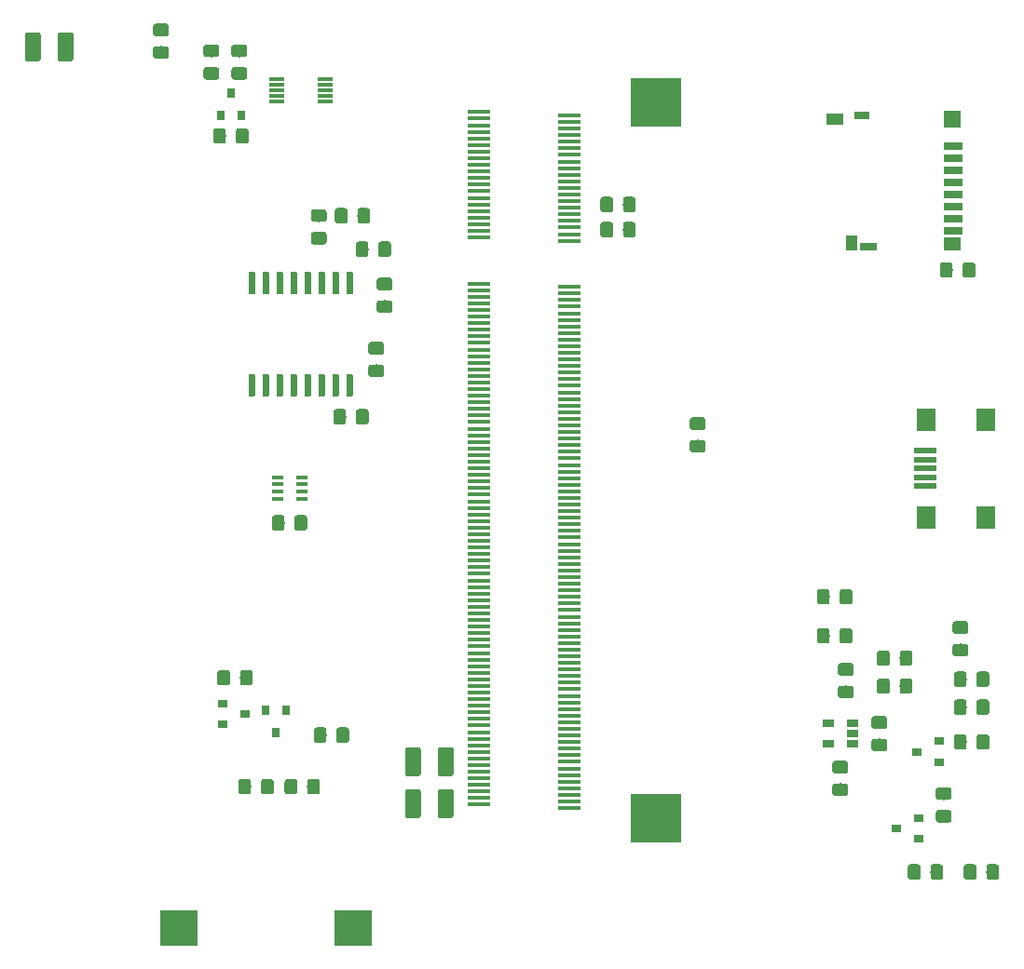
<source format=gbr>
G04 #@! TF.GenerationSoftware,KiCad,Pcbnew,(5.1.2)-2*
G04 #@! TF.CreationDate,2020-04-10T09:33:14+02:00*
G04 #@! TF.ProjectId,AfriCubePiPluginBoard,41667269-4375-4626-9550-69506c756769,rev?*
G04 #@! TF.SameCoordinates,Original*
G04 #@! TF.FileFunction,Paste,Top*
G04 #@! TF.FilePolarity,Positive*
%FSLAX46Y46*%
G04 Gerber Fmt 4.6, Leading zero omitted, Abs format (unit mm)*
G04 Created by KiCad (PCBNEW (5.1.2)-2) date 2020-04-10 09:33:14*
%MOMM*%
%LPD*%
G04 APERTURE LIST*
%ADD10C,0.100000*%
%ADD11C,1.150000*%
%ADD12R,3.500000X3.300000*%
%ADD13C,1.425000*%
%ADD14R,0.900000X0.800000*%
%ADD15R,1.750000X0.700000*%
%ADD16R,1.500000X1.300000*%
%ADD17R,1.500000X0.800000*%
%ADD18R,1.000000X1.450000*%
%ADD19R,1.400000X0.800000*%
%ADD20R,1.500000X1.500000*%
%ADD21R,1.550000X1.000000*%
%ADD22R,2.000000X0.500000*%
%ADD23R,1.700000X2.000000*%
%ADD24R,0.800000X0.900000*%
%ADD25R,1.400000X0.300000*%
%ADD26R,1.060000X0.650000*%
%ADD27R,1.060000X0.400000*%
%ADD28C,0.600000*%
%ADD29R,2.000000X0.350000*%
%ADD30R,4.600000X4.500000*%
G04 APERTURE END LIST*
D10*
G36*
X188953505Y-134556204D02*
G01*
X188977773Y-134559804D01*
X189001572Y-134565765D01*
X189024671Y-134574030D01*
X189046850Y-134584520D01*
X189067893Y-134597132D01*
X189087599Y-134611747D01*
X189105777Y-134628223D01*
X189122253Y-134646401D01*
X189136868Y-134666107D01*
X189149480Y-134687150D01*
X189159970Y-134709329D01*
X189168235Y-134732428D01*
X189174196Y-134756227D01*
X189177796Y-134780495D01*
X189179000Y-134804999D01*
X189179000Y-135705001D01*
X189177796Y-135729505D01*
X189174196Y-135753773D01*
X189168235Y-135777572D01*
X189159970Y-135800671D01*
X189149480Y-135822850D01*
X189136868Y-135843893D01*
X189122253Y-135863599D01*
X189105777Y-135881777D01*
X189087599Y-135898253D01*
X189067893Y-135912868D01*
X189046850Y-135925480D01*
X189024671Y-135935970D01*
X189001572Y-135944235D01*
X188977773Y-135950196D01*
X188953505Y-135953796D01*
X188929001Y-135955000D01*
X188278999Y-135955000D01*
X188254495Y-135953796D01*
X188230227Y-135950196D01*
X188206428Y-135944235D01*
X188183329Y-135935970D01*
X188161150Y-135925480D01*
X188140107Y-135912868D01*
X188120401Y-135898253D01*
X188102223Y-135881777D01*
X188085747Y-135863599D01*
X188071132Y-135843893D01*
X188058520Y-135822850D01*
X188048030Y-135800671D01*
X188039765Y-135777572D01*
X188033804Y-135753773D01*
X188030204Y-135729505D01*
X188029000Y-135705001D01*
X188029000Y-134804999D01*
X188030204Y-134780495D01*
X188033804Y-134756227D01*
X188039765Y-134732428D01*
X188048030Y-134709329D01*
X188058520Y-134687150D01*
X188071132Y-134666107D01*
X188085747Y-134646401D01*
X188102223Y-134628223D01*
X188120401Y-134611747D01*
X188140107Y-134597132D01*
X188161150Y-134584520D01*
X188183329Y-134574030D01*
X188206428Y-134565765D01*
X188230227Y-134559804D01*
X188254495Y-134556204D01*
X188278999Y-134555000D01*
X188929001Y-134555000D01*
X188953505Y-134556204D01*
X188953505Y-134556204D01*
G37*
D11*
X188604000Y-135255000D03*
D10*
G36*
X186903505Y-134556204D02*
G01*
X186927773Y-134559804D01*
X186951572Y-134565765D01*
X186974671Y-134574030D01*
X186996850Y-134584520D01*
X187017893Y-134597132D01*
X187037599Y-134611747D01*
X187055777Y-134628223D01*
X187072253Y-134646401D01*
X187086868Y-134666107D01*
X187099480Y-134687150D01*
X187109970Y-134709329D01*
X187118235Y-134732428D01*
X187124196Y-134756227D01*
X187127796Y-134780495D01*
X187129000Y-134804999D01*
X187129000Y-135705001D01*
X187127796Y-135729505D01*
X187124196Y-135753773D01*
X187118235Y-135777572D01*
X187109970Y-135800671D01*
X187099480Y-135822850D01*
X187086868Y-135843893D01*
X187072253Y-135863599D01*
X187055777Y-135881777D01*
X187037599Y-135898253D01*
X187017893Y-135912868D01*
X186996850Y-135925480D01*
X186974671Y-135935970D01*
X186951572Y-135944235D01*
X186927773Y-135950196D01*
X186903505Y-135953796D01*
X186879001Y-135955000D01*
X186228999Y-135955000D01*
X186204495Y-135953796D01*
X186180227Y-135950196D01*
X186156428Y-135944235D01*
X186133329Y-135935970D01*
X186111150Y-135925480D01*
X186090107Y-135912868D01*
X186070401Y-135898253D01*
X186052223Y-135881777D01*
X186035747Y-135863599D01*
X186021132Y-135843893D01*
X186008520Y-135822850D01*
X185998030Y-135800671D01*
X185989765Y-135777572D01*
X185983804Y-135753773D01*
X185980204Y-135729505D01*
X185979000Y-135705001D01*
X185979000Y-134804999D01*
X185980204Y-134780495D01*
X185983804Y-134756227D01*
X185989765Y-134732428D01*
X185998030Y-134709329D01*
X186008520Y-134687150D01*
X186021132Y-134666107D01*
X186035747Y-134646401D01*
X186052223Y-134628223D01*
X186070401Y-134611747D01*
X186090107Y-134597132D01*
X186111150Y-134584520D01*
X186133329Y-134574030D01*
X186156428Y-134565765D01*
X186180227Y-134559804D01*
X186204495Y-134556204D01*
X186228999Y-134555000D01*
X186879001Y-134555000D01*
X186903505Y-134556204D01*
X186903505Y-134556204D01*
G37*
D11*
X186554000Y-135255000D03*
D10*
G36*
X183873505Y-134556204D02*
G01*
X183897773Y-134559804D01*
X183921572Y-134565765D01*
X183944671Y-134574030D01*
X183966850Y-134584520D01*
X183987893Y-134597132D01*
X184007599Y-134611747D01*
X184025777Y-134628223D01*
X184042253Y-134646401D01*
X184056868Y-134666107D01*
X184069480Y-134687150D01*
X184079970Y-134709329D01*
X184088235Y-134732428D01*
X184094196Y-134756227D01*
X184097796Y-134780495D01*
X184099000Y-134804999D01*
X184099000Y-135705001D01*
X184097796Y-135729505D01*
X184094196Y-135753773D01*
X184088235Y-135777572D01*
X184079970Y-135800671D01*
X184069480Y-135822850D01*
X184056868Y-135843893D01*
X184042253Y-135863599D01*
X184025777Y-135881777D01*
X184007599Y-135898253D01*
X183987893Y-135912868D01*
X183966850Y-135925480D01*
X183944671Y-135935970D01*
X183921572Y-135944235D01*
X183897773Y-135950196D01*
X183873505Y-135953796D01*
X183849001Y-135955000D01*
X183198999Y-135955000D01*
X183174495Y-135953796D01*
X183150227Y-135950196D01*
X183126428Y-135944235D01*
X183103329Y-135935970D01*
X183081150Y-135925480D01*
X183060107Y-135912868D01*
X183040401Y-135898253D01*
X183022223Y-135881777D01*
X183005747Y-135863599D01*
X182991132Y-135843893D01*
X182978520Y-135822850D01*
X182968030Y-135800671D01*
X182959765Y-135777572D01*
X182953804Y-135753773D01*
X182950204Y-135729505D01*
X182949000Y-135705001D01*
X182949000Y-134804999D01*
X182950204Y-134780495D01*
X182953804Y-134756227D01*
X182959765Y-134732428D01*
X182968030Y-134709329D01*
X182978520Y-134687150D01*
X182991132Y-134666107D01*
X183005747Y-134646401D01*
X183022223Y-134628223D01*
X183040401Y-134611747D01*
X183060107Y-134597132D01*
X183081150Y-134584520D01*
X183103329Y-134574030D01*
X183126428Y-134565765D01*
X183150227Y-134559804D01*
X183174495Y-134556204D01*
X183198999Y-134555000D01*
X183849001Y-134555000D01*
X183873505Y-134556204D01*
X183873505Y-134556204D01*
G37*
D11*
X183524000Y-135255000D03*
D10*
G36*
X181823505Y-134556204D02*
G01*
X181847773Y-134559804D01*
X181871572Y-134565765D01*
X181894671Y-134574030D01*
X181916850Y-134584520D01*
X181937893Y-134597132D01*
X181957599Y-134611747D01*
X181975777Y-134628223D01*
X181992253Y-134646401D01*
X182006868Y-134666107D01*
X182019480Y-134687150D01*
X182029970Y-134709329D01*
X182038235Y-134732428D01*
X182044196Y-134756227D01*
X182047796Y-134780495D01*
X182049000Y-134804999D01*
X182049000Y-135705001D01*
X182047796Y-135729505D01*
X182044196Y-135753773D01*
X182038235Y-135777572D01*
X182029970Y-135800671D01*
X182019480Y-135822850D01*
X182006868Y-135843893D01*
X181992253Y-135863599D01*
X181975777Y-135881777D01*
X181957599Y-135898253D01*
X181937893Y-135912868D01*
X181916850Y-135925480D01*
X181894671Y-135935970D01*
X181871572Y-135944235D01*
X181847773Y-135950196D01*
X181823505Y-135953796D01*
X181799001Y-135955000D01*
X181148999Y-135955000D01*
X181124495Y-135953796D01*
X181100227Y-135950196D01*
X181076428Y-135944235D01*
X181053329Y-135935970D01*
X181031150Y-135925480D01*
X181010107Y-135912868D01*
X180990401Y-135898253D01*
X180972223Y-135881777D01*
X180955747Y-135863599D01*
X180941132Y-135843893D01*
X180928520Y-135822850D01*
X180918030Y-135800671D01*
X180909765Y-135777572D01*
X180903804Y-135753773D01*
X180900204Y-135729505D01*
X180899000Y-135705001D01*
X180899000Y-134804999D01*
X180900204Y-134780495D01*
X180903804Y-134756227D01*
X180909765Y-134732428D01*
X180918030Y-134709329D01*
X180928520Y-134687150D01*
X180941132Y-134666107D01*
X180955747Y-134646401D01*
X180972223Y-134628223D01*
X180990401Y-134611747D01*
X181010107Y-134597132D01*
X181031150Y-134584520D01*
X181053329Y-134574030D01*
X181076428Y-134565765D01*
X181100227Y-134559804D01*
X181124495Y-134556204D01*
X181148999Y-134555000D01*
X181799001Y-134555000D01*
X181823505Y-134556204D01*
X181823505Y-134556204D01*
G37*
D11*
X181474000Y-135255000D03*
D10*
G36*
X186794505Y-79819204D02*
G01*
X186818773Y-79822804D01*
X186842572Y-79828765D01*
X186865671Y-79837030D01*
X186887850Y-79847520D01*
X186908893Y-79860132D01*
X186928599Y-79874747D01*
X186946777Y-79891223D01*
X186963253Y-79909401D01*
X186977868Y-79929107D01*
X186990480Y-79950150D01*
X187000970Y-79972329D01*
X187009235Y-79995428D01*
X187015196Y-80019227D01*
X187018796Y-80043495D01*
X187020000Y-80067999D01*
X187020000Y-80968001D01*
X187018796Y-80992505D01*
X187015196Y-81016773D01*
X187009235Y-81040572D01*
X187000970Y-81063671D01*
X186990480Y-81085850D01*
X186977868Y-81106893D01*
X186963253Y-81126599D01*
X186946777Y-81144777D01*
X186928599Y-81161253D01*
X186908893Y-81175868D01*
X186887850Y-81188480D01*
X186865671Y-81198970D01*
X186842572Y-81207235D01*
X186818773Y-81213196D01*
X186794505Y-81216796D01*
X186770001Y-81218000D01*
X186119999Y-81218000D01*
X186095495Y-81216796D01*
X186071227Y-81213196D01*
X186047428Y-81207235D01*
X186024329Y-81198970D01*
X186002150Y-81188480D01*
X185981107Y-81175868D01*
X185961401Y-81161253D01*
X185943223Y-81144777D01*
X185926747Y-81126599D01*
X185912132Y-81106893D01*
X185899520Y-81085850D01*
X185889030Y-81063671D01*
X185880765Y-81040572D01*
X185874804Y-81016773D01*
X185871204Y-80992505D01*
X185870000Y-80968001D01*
X185870000Y-80067999D01*
X185871204Y-80043495D01*
X185874804Y-80019227D01*
X185880765Y-79995428D01*
X185889030Y-79972329D01*
X185899520Y-79950150D01*
X185912132Y-79929107D01*
X185926747Y-79909401D01*
X185943223Y-79891223D01*
X185961401Y-79874747D01*
X185981107Y-79860132D01*
X186002150Y-79847520D01*
X186024329Y-79837030D01*
X186047428Y-79828765D01*
X186071227Y-79822804D01*
X186095495Y-79819204D01*
X186119999Y-79818000D01*
X186770001Y-79818000D01*
X186794505Y-79819204D01*
X186794505Y-79819204D01*
G37*
D11*
X186445000Y-80518000D03*
D10*
G36*
X184744505Y-79819204D02*
G01*
X184768773Y-79822804D01*
X184792572Y-79828765D01*
X184815671Y-79837030D01*
X184837850Y-79847520D01*
X184858893Y-79860132D01*
X184878599Y-79874747D01*
X184896777Y-79891223D01*
X184913253Y-79909401D01*
X184927868Y-79929107D01*
X184940480Y-79950150D01*
X184950970Y-79972329D01*
X184959235Y-79995428D01*
X184965196Y-80019227D01*
X184968796Y-80043495D01*
X184970000Y-80067999D01*
X184970000Y-80968001D01*
X184968796Y-80992505D01*
X184965196Y-81016773D01*
X184959235Y-81040572D01*
X184950970Y-81063671D01*
X184940480Y-81085850D01*
X184927868Y-81106893D01*
X184913253Y-81126599D01*
X184896777Y-81144777D01*
X184878599Y-81161253D01*
X184858893Y-81175868D01*
X184837850Y-81188480D01*
X184815671Y-81198970D01*
X184792572Y-81207235D01*
X184768773Y-81213196D01*
X184744505Y-81216796D01*
X184720001Y-81218000D01*
X184069999Y-81218000D01*
X184045495Y-81216796D01*
X184021227Y-81213196D01*
X183997428Y-81207235D01*
X183974329Y-81198970D01*
X183952150Y-81188480D01*
X183931107Y-81175868D01*
X183911401Y-81161253D01*
X183893223Y-81144777D01*
X183876747Y-81126599D01*
X183862132Y-81106893D01*
X183849520Y-81085850D01*
X183839030Y-81063671D01*
X183830765Y-81040572D01*
X183824804Y-81016773D01*
X183821204Y-80992505D01*
X183820000Y-80968001D01*
X183820000Y-80067999D01*
X183821204Y-80043495D01*
X183824804Y-80019227D01*
X183830765Y-79995428D01*
X183839030Y-79972329D01*
X183849520Y-79950150D01*
X183862132Y-79929107D01*
X183876747Y-79909401D01*
X183893223Y-79891223D01*
X183911401Y-79874747D01*
X183931107Y-79860132D01*
X183952150Y-79847520D01*
X183974329Y-79837030D01*
X183997428Y-79828765D01*
X184021227Y-79822804D01*
X184045495Y-79819204D01*
X184069999Y-79818000D01*
X184720001Y-79818000D01*
X184744505Y-79819204D01*
X184744505Y-79819204D01*
G37*
D11*
X184395000Y-80518000D03*
D10*
G36*
X153883505Y-73850204D02*
G01*
X153907773Y-73853804D01*
X153931572Y-73859765D01*
X153954671Y-73868030D01*
X153976850Y-73878520D01*
X153997893Y-73891132D01*
X154017599Y-73905747D01*
X154035777Y-73922223D01*
X154052253Y-73940401D01*
X154066868Y-73960107D01*
X154079480Y-73981150D01*
X154089970Y-74003329D01*
X154098235Y-74026428D01*
X154104196Y-74050227D01*
X154107796Y-74074495D01*
X154109000Y-74098999D01*
X154109000Y-74999001D01*
X154107796Y-75023505D01*
X154104196Y-75047773D01*
X154098235Y-75071572D01*
X154089970Y-75094671D01*
X154079480Y-75116850D01*
X154066868Y-75137893D01*
X154052253Y-75157599D01*
X154035777Y-75175777D01*
X154017599Y-75192253D01*
X153997893Y-75206868D01*
X153976850Y-75219480D01*
X153954671Y-75229970D01*
X153931572Y-75238235D01*
X153907773Y-75244196D01*
X153883505Y-75247796D01*
X153859001Y-75249000D01*
X153208999Y-75249000D01*
X153184495Y-75247796D01*
X153160227Y-75244196D01*
X153136428Y-75238235D01*
X153113329Y-75229970D01*
X153091150Y-75219480D01*
X153070107Y-75206868D01*
X153050401Y-75192253D01*
X153032223Y-75175777D01*
X153015747Y-75157599D01*
X153001132Y-75137893D01*
X152988520Y-75116850D01*
X152978030Y-75094671D01*
X152969765Y-75071572D01*
X152963804Y-75047773D01*
X152960204Y-75023505D01*
X152959000Y-74999001D01*
X152959000Y-74098999D01*
X152960204Y-74074495D01*
X152963804Y-74050227D01*
X152969765Y-74026428D01*
X152978030Y-74003329D01*
X152988520Y-73981150D01*
X153001132Y-73960107D01*
X153015747Y-73940401D01*
X153032223Y-73922223D01*
X153050401Y-73905747D01*
X153070107Y-73891132D01*
X153091150Y-73878520D01*
X153113329Y-73868030D01*
X153136428Y-73859765D01*
X153160227Y-73853804D01*
X153184495Y-73850204D01*
X153208999Y-73849000D01*
X153859001Y-73849000D01*
X153883505Y-73850204D01*
X153883505Y-73850204D01*
G37*
D11*
X153534000Y-74549000D03*
D10*
G36*
X155933505Y-73850204D02*
G01*
X155957773Y-73853804D01*
X155981572Y-73859765D01*
X156004671Y-73868030D01*
X156026850Y-73878520D01*
X156047893Y-73891132D01*
X156067599Y-73905747D01*
X156085777Y-73922223D01*
X156102253Y-73940401D01*
X156116868Y-73960107D01*
X156129480Y-73981150D01*
X156139970Y-74003329D01*
X156148235Y-74026428D01*
X156154196Y-74050227D01*
X156157796Y-74074495D01*
X156159000Y-74098999D01*
X156159000Y-74999001D01*
X156157796Y-75023505D01*
X156154196Y-75047773D01*
X156148235Y-75071572D01*
X156139970Y-75094671D01*
X156129480Y-75116850D01*
X156116868Y-75137893D01*
X156102253Y-75157599D01*
X156085777Y-75175777D01*
X156067599Y-75192253D01*
X156047893Y-75206868D01*
X156026850Y-75219480D01*
X156004671Y-75229970D01*
X155981572Y-75238235D01*
X155957773Y-75244196D01*
X155933505Y-75247796D01*
X155909001Y-75249000D01*
X155258999Y-75249000D01*
X155234495Y-75247796D01*
X155210227Y-75244196D01*
X155186428Y-75238235D01*
X155163329Y-75229970D01*
X155141150Y-75219480D01*
X155120107Y-75206868D01*
X155100401Y-75192253D01*
X155082223Y-75175777D01*
X155065747Y-75157599D01*
X155051132Y-75137893D01*
X155038520Y-75116850D01*
X155028030Y-75094671D01*
X155019765Y-75071572D01*
X155013804Y-75047773D01*
X155010204Y-75023505D01*
X155009000Y-74999001D01*
X155009000Y-74098999D01*
X155010204Y-74074495D01*
X155013804Y-74050227D01*
X155019765Y-74026428D01*
X155028030Y-74003329D01*
X155038520Y-73981150D01*
X155051132Y-73960107D01*
X155065747Y-73940401D01*
X155082223Y-73922223D01*
X155100401Y-73905747D01*
X155120107Y-73891132D01*
X155141150Y-73878520D01*
X155163329Y-73868030D01*
X155186428Y-73859765D01*
X155210227Y-73853804D01*
X155234495Y-73850204D01*
X155258999Y-73849000D01*
X155909001Y-73849000D01*
X155933505Y-73850204D01*
X155933505Y-73850204D01*
G37*
D11*
X155584000Y-74549000D03*
D12*
X114655000Y-140335000D03*
X130455000Y-140335000D03*
D10*
G36*
X104844504Y-58874204D02*
G01*
X104868773Y-58877804D01*
X104892571Y-58883765D01*
X104915671Y-58892030D01*
X104937849Y-58902520D01*
X104958893Y-58915133D01*
X104978598Y-58929747D01*
X104996777Y-58946223D01*
X105013253Y-58964402D01*
X105027867Y-58984107D01*
X105040480Y-59005151D01*
X105050970Y-59027329D01*
X105059235Y-59050429D01*
X105065196Y-59074227D01*
X105068796Y-59098496D01*
X105070000Y-59123000D01*
X105070000Y-61273000D01*
X105068796Y-61297504D01*
X105065196Y-61321773D01*
X105059235Y-61345571D01*
X105050970Y-61368671D01*
X105040480Y-61390849D01*
X105027867Y-61411893D01*
X105013253Y-61431598D01*
X104996777Y-61449777D01*
X104978598Y-61466253D01*
X104958893Y-61480867D01*
X104937849Y-61493480D01*
X104915671Y-61503970D01*
X104892571Y-61512235D01*
X104868773Y-61518196D01*
X104844504Y-61521796D01*
X104820000Y-61523000D01*
X103895000Y-61523000D01*
X103870496Y-61521796D01*
X103846227Y-61518196D01*
X103822429Y-61512235D01*
X103799329Y-61503970D01*
X103777151Y-61493480D01*
X103756107Y-61480867D01*
X103736402Y-61466253D01*
X103718223Y-61449777D01*
X103701747Y-61431598D01*
X103687133Y-61411893D01*
X103674520Y-61390849D01*
X103664030Y-61368671D01*
X103655765Y-61345571D01*
X103649804Y-61321773D01*
X103646204Y-61297504D01*
X103645000Y-61273000D01*
X103645000Y-59123000D01*
X103646204Y-59098496D01*
X103649804Y-59074227D01*
X103655765Y-59050429D01*
X103664030Y-59027329D01*
X103674520Y-59005151D01*
X103687133Y-58984107D01*
X103701747Y-58964402D01*
X103718223Y-58946223D01*
X103736402Y-58929747D01*
X103756107Y-58915133D01*
X103777151Y-58902520D01*
X103799329Y-58892030D01*
X103822429Y-58883765D01*
X103846227Y-58877804D01*
X103870496Y-58874204D01*
X103895000Y-58873000D01*
X104820000Y-58873000D01*
X104844504Y-58874204D01*
X104844504Y-58874204D01*
G37*
D13*
X104357500Y-60198000D03*
D10*
G36*
X101869504Y-58874204D02*
G01*
X101893773Y-58877804D01*
X101917571Y-58883765D01*
X101940671Y-58892030D01*
X101962849Y-58902520D01*
X101983893Y-58915133D01*
X102003598Y-58929747D01*
X102021777Y-58946223D01*
X102038253Y-58964402D01*
X102052867Y-58984107D01*
X102065480Y-59005151D01*
X102075970Y-59027329D01*
X102084235Y-59050429D01*
X102090196Y-59074227D01*
X102093796Y-59098496D01*
X102095000Y-59123000D01*
X102095000Y-61273000D01*
X102093796Y-61297504D01*
X102090196Y-61321773D01*
X102084235Y-61345571D01*
X102075970Y-61368671D01*
X102065480Y-61390849D01*
X102052867Y-61411893D01*
X102038253Y-61431598D01*
X102021777Y-61449777D01*
X102003598Y-61466253D01*
X101983893Y-61480867D01*
X101962849Y-61493480D01*
X101940671Y-61503970D01*
X101917571Y-61512235D01*
X101893773Y-61518196D01*
X101869504Y-61521796D01*
X101845000Y-61523000D01*
X100920000Y-61523000D01*
X100895496Y-61521796D01*
X100871227Y-61518196D01*
X100847429Y-61512235D01*
X100824329Y-61503970D01*
X100802151Y-61493480D01*
X100781107Y-61480867D01*
X100761402Y-61466253D01*
X100743223Y-61449777D01*
X100726747Y-61431598D01*
X100712133Y-61411893D01*
X100699520Y-61390849D01*
X100689030Y-61368671D01*
X100680765Y-61345571D01*
X100674804Y-61321773D01*
X100671204Y-61297504D01*
X100670000Y-61273000D01*
X100670000Y-59123000D01*
X100671204Y-59098496D01*
X100674804Y-59074227D01*
X100680765Y-59050429D01*
X100689030Y-59027329D01*
X100699520Y-59005151D01*
X100712133Y-58984107D01*
X100726747Y-58964402D01*
X100743223Y-58946223D01*
X100761402Y-58929747D01*
X100781107Y-58915133D01*
X100802151Y-58902520D01*
X100824329Y-58892030D01*
X100847429Y-58883765D01*
X100871227Y-58877804D01*
X100895496Y-58874204D01*
X100920000Y-58873000D01*
X101845000Y-58873000D01*
X101869504Y-58874204D01*
X101869504Y-58874204D01*
G37*
D13*
X101382500Y-60198000D03*
D10*
G36*
X175734505Y-116257204D02*
G01*
X175758773Y-116260804D01*
X175782572Y-116266765D01*
X175805671Y-116275030D01*
X175827850Y-116285520D01*
X175848893Y-116298132D01*
X175868599Y-116312747D01*
X175886777Y-116329223D01*
X175903253Y-116347401D01*
X175917868Y-116367107D01*
X175930480Y-116388150D01*
X175940970Y-116410329D01*
X175949235Y-116433428D01*
X175955196Y-116457227D01*
X175958796Y-116481495D01*
X175960000Y-116505999D01*
X175960000Y-117156001D01*
X175958796Y-117180505D01*
X175955196Y-117204773D01*
X175949235Y-117228572D01*
X175940970Y-117251671D01*
X175930480Y-117273850D01*
X175917868Y-117294893D01*
X175903253Y-117314599D01*
X175886777Y-117332777D01*
X175868599Y-117349253D01*
X175848893Y-117363868D01*
X175827850Y-117376480D01*
X175805671Y-117386970D01*
X175782572Y-117395235D01*
X175758773Y-117401196D01*
X175734505Y-117404796D01*
X175710001Y-117406000D01*
X174809999Y-117406000D01*
X174785495Y-117404796D01*
X174761227Y-117401196D01*
X174737428Y-117395235D01*
X174714329Y-117386970D01*
X174692150Y-117376480D01*
X174671107Y-117363868D01*
X174651401Y-117349253D01*
X174633223Y-117332777D01*
X174616747Y-117314599D01*
X174602132Y-117294893D01*
X174589520Y-117273850D01*
X174579030Y-117251671D01*
X174570765Y-117228572D01*
X174564804Y-117204773D01*
X174561204Y-117180505D01*
X174560000Y-117156001D01*
X174560000Y-116505999D01*
X174561204Y-116481495D01*
X174564804Y-116457227D01*
X174570765Y-116433428D01*
X174579030Y-116410329D01*
X174589520Y-116388150D01*
X174602132Y-116367107D01*
X174616747Y-116347401D01*
X174633223Y-116329223D01*
X174651401Y-116312747D01*
X174671107Y-116298132D01*
X174692150Y-116285520D01*
X174714329Y-116275030D01*
X174737428Y-116266765D01*
X174761227Y-116260804D01*
X174785495Y-116257204D01*
X174809999Y-116256000D01*
X175710001Y-116256000D01*
X175734505Y-116257204D01*
X175734505Y-116257204D01*
G37*
D11*
X175260000Y-116831000D03*
D10*
G36*
X175734505Y-118307204D02*
G01*
X175758773Y-118310804D01*
X175782572Y-118316765D01*
X175805671Y-118325030D01*
X175827850Y-118335520D01*
X175848893Y-118348132D01*
X175868599Y-118362747D01*
X175886777Y-118379223D01*
X175903253Y-118397401D01*
X175917868Y-118417107D01*
X175930480Y-118438150D01*
X175940970Y-118460329D01*
X175949235Y-118483428D01*
X175955196Y-118507227D01*
X175958796Y-118531495D01*
X175960000Y-118555999D01*
X175960000Y-119206001D01*
X175958796Y-119230505D01*
X175955196Y-119254773D01*
X175949235Y-119278572D01*
X175940970Y-119301671D01*
X175930480Y-119323850D01*
X175917868Y-119344893D01*
X175903253Y-119364599D01*
X175886777Y-119382777D01*
X175868599Y-119399253D01*
X175848893Y-119413868D01*
X175827850Y-119426480D01*
X175805671Y-119436970D01*
X175782572Y-119445235D01*
X175758773Y-119451196D01*
X175734505Y-119454796D01*
X175710001Y-119456000D01*
X174809999Y-119456000D01*
X174785495Y-119454796D01*
X174761227Y-119451196D01*
X174737428Y-119445235D01*
X174714329Y-119436970D01*
X174692150Y-119426480D01*
X174671107Y-119413868D01*
X174651401Y-119399253D01*
X174633223Y-119382777D01*
X174616747Y-119364599D01*
X174602132Y-119344893D01*
X174589520Y-119323850D01*
X174579030Y-119301671D01*
X174570765Y-119278572D01*
X174564804Y-119254773D01*
X174561204Y-119230505D01*
X174560000Y-119206001D01*
X174560000Y-118555999D01*
X174561204Y-118531495D01*
X174564804Y-118507227D01*
X174570765Y-118483428D01*
X174579030Y-118460329D01*
X174589520Y-118438150D01*
X174602132Y-118417107D01*
X174616747Y-118397401D01*
X174633223Y-118379223D01*
X174651401Y-118362747D01*
X174671107Y-118348132D01*
X174692150Y-118335520D01*
X174714329Y-118325030D01*
X174737428Y-118316765D01*
X174761227Y-118310804D01*
X174785495Y-118307204D01*
X174809999Y-118306000D01*
X175710001Y-118306000D01*
X175734505Y-118307204D01*
X175734505Y-118307204D01*
G37*
D11*
X175260000Y-118881000D03*
D10*
G36*
X175226505Y-125147204D02*
G01*
X175250773Y-125150804D01*
X175274572Y-125156765D01*
X175297671Y-125165030D01*
X175319850Y-125175520D01*
X175340893Y-125188132D01*
X175360599Y-125202747D01*
X175378777Y-125219223D01*
X175395253Y-125237401D01*
X175409868Y-125257107D01*
X175422480Y-125278150D01*
X175432970Y-125300329D01*
X175441235Y-125323428D01*
X175447196Y-125347227D01*
X175450796Y-125371495D01*
X175452000Y-125395999D01*
X175452000Y-126046001D01*
X175450796Y-126070505D01*
X175447196Y-126094773D01*
X175441235Y-126118572D01*
X175432970Y-126141671D01*
X175422480Y-126163850D01*
X175409868Y-126184893D01*
X175395253Y-126204599D01*
X175378777Y-126222777D01*
X175360599Y-126239253D01*
X175340893Y-126253868D01*
X175319850Y-126266480D01*
X175297671Y-126276970D01*
X175274572Y-126285235D01*
X175250773Y-126291196D01*
X175226505Y-126294796D01*
X175202001Y-126296000D01*
X174301999Y-126296000D01*
X174277495Y-126294796D01*
X174253227Y-126291196D01*
X174229428Y-126285235D01*
X174206329Y-126276970D01*
X174184150Y-126266480D01*
X174163107Y-126253868D01*
X174143401Y-126239253D01*
X174125223Y-126222777D01*
X174108747Y-126204599D01*
X174094132Y-126184893D01*
X174081520Y-126163850D01*
X174071030Y-126141671D01*
X174062765Y-126118572D01*
X174056804Y-126094773D01*
X174053204Y-126070505D01*
X174052000Y-126046001D01*
X174052000Y-125395999D01*
X174053204Y-125371495D01*
X174056804Y-125347227D01*
X174062765Y-125323428D01*
X174071030Y-125300329D01*
X174081520Y-125278150D01*
X174094132Y-125257107D01*
X174108747Y-125237401D01*
X174125223Y-125219223D01*
X174143401Y-125202747D01*
X174163107Y-125188132D01*
X174184150Y-125175520D01*
X174206329Y-125165030D01*
X174229428Y-125156765D01*
X174253227Y-125150804D01*
X174277495Y-125147204D01*
X174301999Y-125146000D01*
X175202001Y-125146000D01*
X175226505Y-125147204D01*
X175226505Y-125147204D01*
G37*
D11*
X174752000Y-125721000D03*
D10*
G36*
X175226505Y-127197204D02*
G01*
X175250773Y-127200804D01*
X175274572Y-127206765D01*
X175297671Y-127215030D01*
X175319850Y-127225520D01*
X175340893Y-127238132D01*
X175360599Y-127252747D01*
X175378777Y-127269223D01*
X175395253Y-127287401D01*
X175409868Y-127307107D01*
X175422480Y-127328150D01*
X175432970Y-127350329D01*
X175441235Y-127373428D01*
X175447196Y-127397227D01*
X175450796Y-127421495D01*
X175452000Y-127445999D01*
X175452000Y-128096001D01*
X175450796Y-128120505D01*
X175447196Y-128144773D01*
X175441235Y-128168572D01*
X175432970Y-128191671D01*
X175422480Y-128213850D01*
X175409868Y-128234893D01*
X175395253Y-128254599D01*
X175378777Y-128272777D01*
X175360599Y-128289253D01*
X175340893Y-128303868D01*
X175319850Y-128316480D01*
X175297671Y-128326970D01*
X175274572Y-128335235D01*
X175250773Y-128341196D01*
X175226505Y-128344796D01*
X175202001Y-128346000D01*
X174301999Y-128346000D01*
X174277495Y-128344796D01*
X174253227Y-128341196D01*
X174229428Y-128335235D01*
X174206329Y-128326970D01*
X174184150Y-128316480D01*
X174163107Y-128303868D01*
X174143401Y-128289253D01*
X174125223Y-128272777D01*
X174108747Y-128254599D01*
X174094132Y-128234893D01*
X174081520Y-128213850D01*
X174071030Y-128191671D01*
X174062765Y-128168572D01*
X174056804Y-128144773D01*
X174053204Y-128120505D01*
X174052000Y-128096001D01*
X174052000Y-127445999D01*
X174053204Y-127421495D01*
X174056804Y-127397227D01*
X174062765Y-127373428D01*
X174071030Y-127350329D01*
X174081520Y-127328150D01*
X174094132Y-127307107D01*
X174108747Y-127287401D01*
X174125223Y-127269223D01*
X174143401Y-127252747D01*
X174163107Y-127238132D01*
X174184150Y-127225520D01*
X174206329Y-127215030D01*
X174229428Y-127206765D01*
X174253227Y-127200804D01*
X174277495Y-127197204D01*
X174301999Y-127196000D01*
X175202001Y-127196000D01*
X175226505Y-127197204D01*
X175226505Y-127197204D01*
G37*
D11*
X174752000Y-127771000D03*
D10*
G36*
X120616505Y-59996204D02*
G01*
X120640773Y-59999804D01*
X120664572Y-60005765D01*
X120687671Y-60014030D01*
X120709850Y-60024520D01*
X120730893Y-60037132D01*
X120750599Y-60051747D01*
X120768777Y-60068223D01*
X120785253Y-60086401D01*
X120799868Y-60106107D01*
X120812480Y-60127150D01*
X120822970Y-60149329D01*
X120831235Y-60172428D01*
X120837196Y-60196227D01*
X120840796Y-60220495D01*
X120842000Y-60244999D01*
X120842000Y-60895001D01*
X120840796Y-60919505D01*
X120837196Y-60943773D01*
X120831235Y-60967572D01*
X120822970Y-60990671D01*
X120812480Y-61012850D01*
X120799868Y-61033893D01*
X120785253Y-61053599D01*
X120768777Y-61071777D01*
X120750599Y-61088253D01*
X120730893Y-61102868D01*
X120709850Y-61115480D01*
X120687671Y-61125970D01*
X120664572Y-61134235D01*
X120640773Y-61140196D01*
X120616505Y-61143796D01*
X120592001Y-61145000D01*
X119691999Y-61145000D01*
X119667495Y-61143796D01*
X119643227Y-61140196D01*
X119619428Y-61134235D01*
X119596329Y-61125970D01*
X119574150Y-61115480D01*
X119553107Y-61102868D01*
X119533401Y-61088253D01*
X119515223Y-61071777D01*
X119498747Y-61053599D01*
X119484132Y-61033893D01*
X119471520Y-61012850D01*
X119461030Y-60990671D01*
X119452765Y-60967572D01*
X119446804Y-60943773D01*
X119443204Y-60919505D01*
X119442000Y-60895001D01*
X119442000Y-60244999D01*
X119443204Y-60220495D01*
X119446804Y-60196227D01*
X119452765Y-60172428D01*
X119461030Y-60149329D01*
X119471520Y-60127150D01*
X119484132Y-60106107D01*
X119498747Y-60086401D01*
X119515223Y-60068223D01*
X119533401Y-60051747D01*
X119553107Y-60037132D01*
X119574150Y-60024520D01*
X119596329Y-60014030D01*
X119619428Y-60005765D01*
X119643227Y-59999804D01*
X119667495Y-59996204D01*
X119691999Y-59995000D01*
X120592001Y-59995000D01*
X120616505Y-59996204D01*
X120616505Y-59996204D01*
G37*
D11*
X120142000Y-60570000D03*
D10*
G36*
X120616505Y-62046204D02*
G01*
X120640773Y-62049804D01*
X120664572Y-62055765D01*
X120687671Y-62064030D01*
X120709850Y-62074520D01*
X120730893Y-62087132D01*
X120750599Y-62101747D01*
X120768777Y-62118223D01*
X120785253Y-62136401D01*
X120799868Y-62156107D01*
X120812480Y-62177150D01*
X120822970Y-62199329D01*
X120831235Y-62222428D01*
X120837196Y-62246227D01*
X120840796Y-62270495D01*
X120842000Y-62294999D01*
X120842000Y-62945001D01*
X120840796Y-62969505D01*
X120837196Y-62993773D01*
X120831235Y-63017572D01*
X120822970Y-63040671D01*
X120812480Y-63062850D01*
X120799868Y-63083893D01*
X120785253Y-63103599D01*
X120768777Y-63121777D01*
X120750599Y-63138253D01*
X120730893Y-63152868D01*
X120709850Y-63165480D01*
X120687671Y-63175970D01*
X120664572Y-63184235D01*
X120640773Y-63190196D01*
X120616505Y-63193796D01*
X120592001Y-63195000D01*
X119691999Y-63195000D01*
X119667495Y-63193796D01*
X119643227Y-63190196D01*
X119619428Y-63184235D01*
X119596329Y-63175970D01*
X119574150Y-63165480D01*
X119553107Y-63152868D01*
X119533401Y-63138253D01*
X119515223Y-63121777D01*
X119498747Y-63103599D01*
X119484132Y-63083893D01*
X119471520Y-63062850D01*
X119461030Y-63040671D01*
X119452765Y-63017572D01*
X119446804Y-62993773D01*
X119443204Y-62969505D01*
X119442000Y-62945001D01*
X119442000Y-62294999D01*
X119443204Y-62270495D01*
X119446804Y-62246227D01*
X119452765Y-62222428D01*
X119461030Y-62199329D01*
X119471520Y-62177150D01*
X119484132Y-62156107D01*
X119498747Y-62136401D01*
X119515223Y-62118223D01*
X119533401Y-62101747D01*
X119553107Y-62087132D01*
X119574150Y-62074520D01*
X119596329Y-62064030D01*
X119619428Y-62055765D01*
X119643227Y-62049804D01*
X119667495Y-62046204D01*
X119691999Y-62045000D01*
X120592001Y-62045000D01*
X120616505Y-62046204D01*
X120616505Y-62046204D01*
G37*
D11*
X120142000Y-62620000D03*
D10*
G36*
X136413504Y-127708204D02*
G01*
X136437773Y-127711804D01*
X136461571Y-127717765D01*
X136484671Y-127726030D01*
X136506849Y-127736520D01*
X136527893Y-127749133D01*
X136547598Y-127763747D01*
X136565777Y-127780223D01*
X136582253Y-127798402D01*
X136596867Y-127818107D01*
X136609480Y-127839151D01*
X136619970Y-127861329D01*
X136628235Y-127884429D01*
X136634196Y-127908227D01*
X136637796Y-127932496D01*
X136639000Y-127957000D01*
X136639000Y-130107000D01*
X136637796Y-130131504D01*
X136634196Y-130155773D01*
X136628235Y-130179571D01*
X136619970Y-130202671D01*
X136609480Y-130224849D01*
X136596867Y-130245893D01*
X136582253Y-130265598D01*
X136565777Y-130283777D01*
X136547598Y-130300253D01*
X136527893Y-130314867D01*
X136506849Y-130327480D01*
X136484671Y-130337970D01*
X136461571Y-130346235D01*
X136437773Y-130352196D01*
X136413504Y-130355796D01*
X136389000Y-130357000D01*
X135464000Y-130357000D01*
X135439496Y-130355796D01*
X135415227Y-130352196D01*
X135391429Y-130346235D01*
X135368329Y-130337970D01*
X135346151Y-130327480D01*
X135325107Y-130314867D01*
X135305402Y-130300253D01*
X135287223Y-130283777D01*
X135270747Y-130265598D01*
X135256133Y-130245893D01*
X135243520Y-130224849D01*
X135233030Y-130202671D01*
X135224765Y-130179571D01*
X135218804Y-130155773D01*
X135215204Y-130131504D01*
X135214000Y-130107000D01*
X135214000Y-127957000D01*
X135215204Y-127932496D01*
X135218804Y-127908227D01*
X135224765Y-127884429D01*
X135233030Y-127861329D01*
X135243520Y-127839151D01*
X135256133Y-127818107D01*
X135270747Y-127798402D01*
X135287223Y-127780223D01*
X135305402Y-127763747D01*
X135325107Y-127749133D01*
X135346151Y-127736520D01*
X135368329Y-127726030D01*
X135391429Y-127717765D01*
X135415227Y-127711804D01*
X135439496Y-127708204D01*
X135464000Y-127707000D01*
X136389000Y-127707000D01*
X136413504Y-127708204D01*
X136413504Y-127708204D01*
G37*
D13*
X135926500Y-129032000D03*
D10*
G36*
X139388504Y-127708204D02*
G01*
X139412773Y-127711804D01*
X139436571Y-127717765D01*
X139459671Y-127726030D01*
X139481849Y-127736520D01*
X139502893Y-127749133D01*
X139522598Y-127763747D01*
X139540777Y-127780223D01*
X139557253Y-127798402D01*
X139571867Y-127818107D01*
X139584480Y-127839151D01*
X139594970Y-127861329D01*
X139603235Y-127884429D01*
X139609196Y-127908227D01*
X139612796Y-127932496D01*
X139614000Y-127957000D01*
X139614000Y-130107000D01*
X139612796Y-130131504D01*
X139609196Y-130155773D01*
X139603235Y-130179571D01*
X139594970Y-130202671D01*
X139584480Y-130224849D01*
X139571867Y-130245893D01*
X139557253Y-130265598D01*
X139540777Y-130283777D01*
X139522598Y-130300253D01*
X139502893Y-130314867D01*
X139481849Y-130327480D01*
X139459671Y-130337970D01*
X139436571Y-130346235D01*
X139412773Y-130352196D01*
X139388504Y-130355796D01*
X139364000Y-130357000D01*
X138439000Y-130357000D01*
X138414496Y-130355796D01*
X138390227Y-130352196D01*
X138366429Y-130346235D01*
X138343329Y-130337970D01*
X138321151Y-130327480D01*
X138300107Y-130314867D01*
X138280402Y-130300253D01*
X138262223Y-130283777D01*
X138245747Y-130265598D01*
X138231133Y-130245893D01*
X138218520Y-130224849D01*
X138208030Y-130202671D01*
X138199765Y-130179571D01*
X138193804Y-130155773D01*
X138190204Y-130131504D01*
X138189000Y-130107000D01*
X138189000Y-127957000D01*
X138190204Y-127932496D01*
X138193804Y-127908227D01*
X138199765Y-127884429D01*
X138208030Y-127861329D01*
X138218520Y-127839151D01*
X138231133Y-127818107D01*
X138245747Y-127798402D01*
X138262223Y-127780223D01*
X138280402Y-127763747D01*
X138300107Y-127749133D01*
X138321151Y-127736520D01*
X138343329Y-127726030D01*
X138366429Y-127717765D01*
X138390227Y-127711804D01*
X138414496Y-127708204D01*
X138439000Y-127707000D01*
X139364000Y-127707000D01*
X139388504Y-127708204D01*
X139388504Y-127708204D01*
G37*
D13*
X138901500Y-129032000D03*
D10*
G36*
X136413504Y-123898204D02*
G01*
X136437773Y-123901804D01*
X136461571Y-123907765D01*
X136484671Y-123916030D01*
X136506849Y-123926520D01*
X136527893Y-123939133D01*
X136547598Y-123953747D01*
X136565777Y-123970223D01*
X136582253Y-123988402D01*
X136596867Y-124008107D01*
X136609480Y-124029151D01*
X136619970Y-124051329D01*
X136628235Y-124074429D01*
X136634196Y-124098227D01*
X136637796Y-124122496D01*
X136639000Y-124147000D01*
X136639000Y-126297000D01*
X136637796Y-126321504D01*
X136634196Y-126345773D01*
X136628235Y-126369571D01*
X136619970Y-126392671D01*
X136609480Y-126414849D01*
X136596867Y-126435893D01*
X136582253Y-126455598D01*
X136565777Y-126473777D01*
X136547598Y-126490253D01*
X136527893Y-126504867D01*
X136506849Y-126517480D01*
X136484671Y-126527970D01*
X136461571Y-126536235D01*
X136437773Y-126542196D01*
X136413504Y-126545796D01*
X136389000Y-126547000D01*
X135464000Y-126547000D01*
X135439496Y-126545796D01*
X135415227Y-126542196D01*
X135391429Y-126536235D01*
X135368329Y-126527970D01*
X135346151Y-126517480D01*
X135325107Y-126504867D01*
X135305402Y-126490253D01*
X135287223Y-126473777D01*
X135270747Y-126455598D01*
X135256133Y-126435893D01*
X135243520Y-126414849D01*
X135233030Y-126392671D01*
X135224765Y-126369571D01*
X135218804Y-126345773D01*
X135215204Y-126321504D01*
X135214000Y-126297000D01*
X135214000Y-124147000D01*
X135215204Y-124122496D01*
X135218804Y-124098227D01*
X135224765Y-124074429D01*
X135233030Y-124051329D01*
X135243520Y-124029151D01*
X135256133Y-124008107D01*
X135270747Y-123988402D01*
X135287223Y-123970223D01*
X135305402Y-123953747D01*
X135325107Y-123939133D01*
X135346151Y-123926520D01*
X135368329Y-123916030D01*
X135391429Y-123907765D01*
X135415227Y-123901804D01*
X135439496Y-123898204D01*
X135464000Y-123897000D01*
X136389000Y-123897000D01*
X136413504Y-123898204D01*
X136413504Y-123898204D01*
G37*
D13*
X135926500Y-125222000D03*
D10*
G36*
X139388504Y-123898204D02*
G01*
X139412773Y-123901804D01*
X139436571Y-123907765D01*
X139459671Y-123916030D01*
X139481849Y-123926520D01*
X139502893Y-123939133D01*
X139522598Y-123953747D01*
X139540777Y-123970223D01*
X139557253Y-123988402D01*
X139571867Y-124008107D01*
X139584480Y-124029151D01*
X139594970Y-124051329D01*
X139603235Y-124074429D01*
X139609196Y-124098227D01*
X139612796Y-124122496D01*
X139614000Y-124147000D01*
X139614000Y-126297000D01*
X139612796Y-126321504D01*
X139609196Y-126345773D01*
X139603235Y-126369571D01*
X139594970Y-126392671D01*
X139584480Y-126414849D01*
X139571867Y-126435893D01*
X139557253Y-126455598D01*
X139540777Y-126473777D01*
X139522598Y-126490253D01*
X139502893Y-126504867D01*
X139481849Y-126517480D01*
X139459671Y-126527970D01*
X139436571Y-126536235D01*
X139412773Y-126542196D01*
X139388504Y-126545796D01*
X139364000Y-126547000D01*
X138439000Y-126547000D01*
X138414496Y-126545796D01*
X138390227Y-126542196D01*
X138366429Y-126536235D01*
X138343329Y-126527970D01*
X138321151Y-126517480D01*
X138300107Y-126504867D01*
X138280402Y-126490253D01*
X138262223Y-126473777D01*
X138245747Y-126455598D01*
X138231133Y-126435893D01*
X138218520Y-126414849D01*
X138208030Y-126392671D01*
X138199765Y-126369571D01*
X138193804Y-126345773D01*
X138190204Y-126321504D01*
X138189000Y-126297000D01*
X138189000Y-124147000D01*
X138190204Y-124122496D01*
X138193804Y-124098227D01*
X138199765Y-124074429D01*
X138208030Y-124051329D01*
X138218520Y-124029151D01*
X138231133Y-124008107D01*
X138245747Y-123988402D01*
X138262223Y-123970223D01*
X138280402Y-123953747D01*
X138300107Y-123939133D01*
X138321151Y-123926520D01*
X138343329Y-123916030D01*
X138366429Y-123907765D01*
X138390227Y-123901804D01*
X138414496Y-123898204D01*
X138439000Y-123897000D01*
X139364000Y-123897000D01*
X139388504Y-123898204D01*
X139388504Y-123898204D01*
G37*
D13*
X138901500Y-125222000D03*
D10*
G36*
X133824505Y-81205204D02*
G01*
X133848773Y-81208804D01*
X133872572Y-81214765D01*
X133895671Y-81223030D01*
X133917850Y-81233520D01*
X133938893Y-81246132D01*
X133958599Y-81260747D01*
X133976777Y-81277223D01*
X133993253Y-81295401D01*
X134007868Y-81315107D01*
X134020480Y-81336150D01*
X134030970Y-81358329D01*
X134039235Y-81381428D01*
X134045196Y-81405227D01*
X134048796Y-81429495D01*
X134050000Y-81453999D01*
X134050000Y-82104001D01*
X134048796Y-82128505D01*
X134045196Y-82152773D01*
X134039235Y-82176572D01*
X134030970Y-82199671D01*
X134020480Y-82221850D01*
X134007868Y-82242893D01*
X133993253Y-82262599D01*
X133976777Y-82280777D01*
X133958599Y-82297253D01*
X133938893Y-82311868D01*
X133917850Y-82324480D01*
X133895671Y-82334970D01*
X133872572Y-82343235D01*
X133848773Y-82349196D01*
X133824505Y-82352796D01*
X133800001Y-82354000D01*
X132899999Y-82354000D01*
X132875495Y-82352796D01*
X132851227Y-82349196D01*
X132827428Y-82343235D01*
X132804329Y-82334970D01*
X132782150Y-82324480D01*
X132761107Y-82311868D01*
X132741401Y-82297253D01*
X132723223Y-82280777D01*
X132706747Y-82262599D01*
X132692132Y-82242893D01*
X132679520Y-82221850D01*
X132669030Y-82199671D01*
X132660765Y-82176572D01*
X132654804Y-82152773D01*
X132651204Y-82128505D01*
X132650000Y-82104001D01*
X132650000Y-81453999D01*
X132651204Y-81429495D01*
X132654804Y-81405227D01*
X132660765Y-81381428D01*
X132669030Y-81358329D01*
X132679520Y-81336150D01*
X132692132Y-81315107D01*
X132706747Y-81295401D01*
X132723223Y-81277223D01*
X132741401Y-81260747D01*
X132761107Y-81246132D01*
X132782150Y-81233520D01*
X132804329Y-81223030D01*
X132827428Y-81214765D01*
X132851227Y-81208804D01*
X132875495Y-81205204D01*
X132899999Y-81204000D01*
X133800001Y-81204000D01*
X133824505Y-81205204D01*
X133824505Y-81205204D01*
G37*
D11*
X133350000Y-81779000D03*
D10*
G36*
X133824505Y-83255204D02*
G01*
X133848773Y-83258804D01*
X133872572Y-83264765D01*
X133895671Y-83273030D01*
X133917850Y-83283520D01*
X133938893Y-83296132D01*
X133958599Y-83310747D01*
X133976777Y-83327223D01*
X133993253Y-83345401D01*
X134007868Y-83365107D01*
X134020480Y-83386150D01*
X134030970Y-83408329D01*
X134039235Y-83431428D01*
X134045196Y-83455227D01*
X134048796Y-83479495D01*
X134050000Y-83503999D01*
X134050000Y-84154001D01*
X134048796Y-84178505D01*
X134045196Y-84202773D01*
X134039235Y-84226572D01*
X134030970Y-84249671D01*
X134020480Y-84271850D01*
X134007868Y-84292893D01*
X133993253Y-84312599D01*
X133976777Y-84330777D01*
X133958599Y-84347253D01*
X133938893Y-84361868D01*
X133917850Y-84374480D01*
X133895671Y-84384970D01*
X133872572Y-84393235D01*
X133848773Y-84399196D01*
X133824505Y-84402796D01*
X133800001Y-84404000D01*
X132899999Y-84404000D01*
X132875495Y-84402796D01*
X132851227Y-84399196D01*
X132827428Y-84393235D01*
X132804329Y-84384970D01*
X132782150Y-84374480D01*
X132761107Y-84361868D01*
X132741401Y-84347253D01*
X132723223Y-84330777D01*
X132706747Y-84312599D01*
X132692132Y-84292893D01*
X132679520Y-84271850D01*
X132669030Y-84249671D01*
X132660765Y-84226572D01*
X132654804Y-84202773D01*
X132651204Y-84178505D01*
X132650000Y-84154001D01*
X132650000Y-83503999D01*
X132651204Y-83479495D01*
X132654804Y-83455227D01*
X132660765Y-83431428D01*
X132669030Y-83408329D01*
X132679520Y-83386150D01*
X132692132Y-83365107D01*
X132706747Y-83345401D01*
X132723223Y-83327223D01*
X132741401Y-83310747D01*
X132761107Y-83296132D01*
X132782150Y-83283520D01*
X132804329Y-83273030D01*
X132827428Y-83264765D01*
X132851227Y-83258804D01*
X132875495Y-83255204D01*
X132899999Y-83254000D01*
X133800001Y-83254000D01*
X133824505Y-83255204D01*
X133824505Y-83255204D01*
G37*
D11*
X133350000Y-83829000D03*
D10*
G36*
X188064505Y-122745204D02*
G01*
X188088773Y-122748804D01*
X188112572Y-122754765D01*
X188135671Y-122763030D01*
X188157850Y-122773520D01*
X188178893Y-122786132D01*
X188198599Y-122800747D01*
X188216777Y-122817223D01*
X188233253Y-122835401D01*
X188247868Y-122855107D01*
X188260480Y-122876150D01*
X188270970Y-122898329D01*
X188279235Y-122921428D01*
X188285196Y-122945227D01*
X188288796Y-122969495D01*
X188290000Y-122993999D01*
X188290000Y-123894001D01*
X188288796Y-123918505D01*
X188285196Y-123942773D01*
X188279235Y-123966572D01*
X188270970Y-123989671D01*
X188260480Y-124011850D01*
X188247868Y-124032893D01*
X188233253Y-124052599D01*
X188216777Y-124070777D01*
X188198599Y-124087253D01*
X188178893Y-124101868D01*
X188157850Y-124114480D01*
X188135671Y-124124970D01*
X188112572Y-124133235D01*
X188088773Y-124139196D01*
X188064505Y-124142796D01*
X188040001Y-124144000D01*
X187389999Y-124144000D01*
X187365495Y-124142796D01*
X187341227Y-124139196D01*
X187317428Y-124133235D01*
X187294329Y-124124970D01*
X187272150Y-124114480D01*
X187251107Y-124101868D01*
X187231401Y-124087253D01*
X187213223Y-124070777D01*
X187196747Y-124052599D01*
X187182132Y-124032893D01*
X187169520Y-124011850D01*
X187159030Y-123989671D01*
X187150765Y-123966572D01*
X187144804Y-123942773D01*
X187141204Y-123918505D01*
X187140000Y-123894001D01*
X187140000Y-122993999D01*
X187141204Y-122969495D01*
X187144804Y-122945227D01*
X187150765Y-122921428D01*
X187159030Y-122898329D01*
X187169520Y-122876150D01*
X187182132Y-122855107D01*
X187196747Y-122835401D01*
X187213223Y-122817223D01*
X187231401Y-122800747D01*
X187251107Y-122786132D01*
X187272150Y-122773520D01*
X187294329Y-122763030D01*
X187317428Y-122754765D01*
X187341227Y-122748804D01*
X187365495Y-122745204D01*
X187389999Y-122744000D01*
X188040001Y-122744000D01*
X188064505Y-122745204D01*
X188064505Y-122745204D01*
G37*
D11*
X187715000Y-123444000D03*
D10*
G36*
X186014505Y-122745204D02*
G01*
X186038773Y-122748804D01*
X186062572Y-122754765D01*
X186085671Y-122763030D01*
X186107850Y-122773520D01*
X186128893Y-122786132D01*
X186148599Y-122800747D01*
X186166777Y-122817223D01*
X186183253Y-122835401D01*
X186197868Y-122855107D01*
X186210480Y-122876150D01*
X186220970Y-122898329D01*
X186229235Y-122921428D01*
X186235196Y-122945227D01*
X186238796Y-122969495D01*
X186240000Y-122993999D01*
X186240000Y-123894001D01*
X186238796Y-123918505D01*
X186235196Y-123942773D01*
X186229235Y-123966572D01*
X186220970Y-123989671D01*
X186210480Y-124011850D01*
X186197868Y-124032893D01*
X186183253Y-124052599D01*
X186166777Y-124070777D01*
X186148599Y-124087253D01*
X186128893Y-124101868D01*
X186107850Y-124114480D01*
X186085671Y-124124970D01*
X186062572Y-124133235D01*
X186038773Y-124139196D01*
X186014505Y-124142796D01*
X185990001Y-124144000D01*
X185339999Y-124144000D01*
X185315495Y-124142796D01*
X185291227Y-124139196D01*
X185267428Y-124133235D01*
X185244329Y-124124970D01*
X185222150Y-124114480D01*
X185201107Y-124101868D01*
X185181401Y-124087253D01*
X185163223Y-124070777D01*
X185146747Y-124052599D01*
X185132132Y-124032893D01*
X185119520Y-124011850D01*
X185109030Y-123989671D01*
X185100765Y-123966572D01*
X185094804Y-123942773D01*
X185091204Y-123918505D01*
X185090000Y-123894001D01*
X185090000Y-122993999D01*
X185091204Y-122969495D01*
X185094804Y-122945227D01*
X185100765Y-122921428D01*
X185109030Y-122898329D01*
X185119520Y-122876150D01*
X185132132Y-122855107D01*
X185146747Y-122835401D01*
X185163223Y-122817223D01*
X185181401Y-122800747D01*
X185201107Y-122786132D01*
X185222150Y-122773520D01*
X185244329Y-122763030D01*
X185267428Y-122754765D01*
X185291227Y-122748804D01*
X185315495Y-122745204D01*
X185339999Y-122744000D01*
X185990001Y-122744000D01*
X186014505Y-122745204D01*
X186014505Y-122745204D01*
G37*
D11*
X185665000Y-123444000D03*
D10*
G36*
X188064505Y-117030204D02*
G01*
X188088773Y-117033804D01*
X188112572Y-117039765D01*
X188135671Y-117048030D01*
X188157850Y-117058520D01*
X188178893Y-117071132D01*
X188198599Y-117085747D01*
X188216777Y-117102223D01*
X188233253Y-117120401D01*
X188247868Y-117140107D01*
X188260480Y-117161150D01*
X188270970Y-117183329D01*
X188279235Y-117206428D01*
X188285196Y-117230227D01*
X188288796Y-117254495D01*
X188290000Y-117278999D01*
X188290000Y-118179001D01*
X188288796Y-118203505D01*
X188285196Y-118227773D01*
X188279235Y-118251572D01*
X188270970Y-118274671D01*
X188260480Y-118296850D01*
X188247868Y-118317893D01*
X188233253Y-118337599D01*
X188216777Y-118355777D01*
X188198599Y-118372253D01*
X188178893Y-118386868D01*
X188157850Y-118399480D01*
X188135671Y-118409970D01*
X188112572Y-118418235D01*
X188088773Y-118424196D01*
X188064505Y-118427796D01*
X188040001Y-118429000D01*
X187389999Y-118429000D01*
X187365495Y-118427796D01*
X187341227Y-118424196D01*
X187317428Y-118418235D01*
X187294329Y-118409970D01*
X187272150Y-118399480D01*
X187251107Y-118386868D01*
X187231401Y-118372253D01*
X187213223Y-118355777D01*
X187196747Y-118337599D01*
X187182132Y-118317893D01*
X187169520Y-118296850D01*
X187159030Y-118274671D01*
X187150765Y-118251572D01*
X187144804Y-118227773D01*
X187141204Y-118203505D01*
X187140000Y-118179001D01*
X187140000Y-117278999D01*
X187141204Y-117254495D01*
X187144804Y-117230227D01*
X187150765Y-117206428D01*
X187159030Y-117183329D01*
X187169520Y-117161150D01*
X187182132Y-117140107D01*
X187196747Y-117120401D01*
X187213223Y-117102223D01*
X187231401Y-117085747D01*
X187251107Y-117071132D01*
X187272150Y-117058520D01*
X187294329Y-117048030D01*
X187317428Y-117039765D01*
X187341227Y-117033804D01*
X187365495Y-117030204D01*
X187389999Y-117029000D01*
X188040001Y-117029000D01*
X188064505Y-117030204D01*
X188064505Y-117030204D01*
G37*
D11*
X187715000Y-117729000D03*
D10*
G36*
X186014505Y-117030204D02*
G01*
X186038773Y-117033804D01*
X186062572Y-117039765D01*
X186085671Y-117048030D01*
X186107850Y-117058520D01*
X186128893Y-117071132D01*
X186148599Y-117085747D01*
X186166777Y-117102223D01*
X186183253Y-117120401D01*
X186197868Y-117140107D01*
X186210480Y-117161150D01*
X186220970Y-117183329D01*
X186229235Y-117206428D01*
X186235196Y-117230227D01*
X186238796Y-117254495D01*
X186240000Y-117278999D01*
X186240000Y-118179001D01*
X186238796Y-118203505D01*
X186235196Y-118227773D01*
X186229235Y-118251572D01*
X186220970Y-118274671D01*
X186210480Y-118296850D01*
X186197868Y-118317893D01*
X186183253Y-118337599D01*
X186166777Y-118355777D01*
X186148599Y-118372253D01*
X186128893Y-118386868D01*
X186107850Y-118399480D01*
X186085671Y-118409970D01*
X186062572Y-118418235D01*
X186038773Y-118424196D01*
X186014505Y-118427796D01*
X185990001Y-118429000D01*
X185339999Y-118429000D01*
X185315495Y-118427796D01*
X185291227Y-118424196D01*
X185267428Y-118418235D01*
X185244329Y-118409970D01*
X185222150Y-118399480D01*
X185201107Y-118386868D01*
X185181401Y-118372253D01*
X185163223Y-118355777D01*
X185146747Y-118337599D01*
X185132132Y-118317893D01*
X185119520Y-118296850D01*
X185109030Y-118274671D01*
X185100765Y-118251572D01*
X185094804Y-118227773D01*
X185091204Y-118203505D01*
X185090000Y-118179001D01*
X185090000Y-117278999D01*
X185091204Y-117254495D01*
X185094804Y-117230227D01*
X185100765Y-117206428D01*
X185109030Y-117183329D01*
X185119520Y-117161150D01*
X185132132Y-117140107D01*
X185146747Y-117120401D01*
X185163223Y-117102223D01*
X185181401Y-117085747D01*
X185201107Y-117071132D01*
X185222150Y-117058520D01*
X185244329Y-117048030D01*
X185267428Y-117039765D01*
X185291227Y-117033804D01*
X185315495Y-117030204D01*
X185339999Y-117029000D01*
X185990001Y-117029000D01*
X186014505Y-117030204D01*
X186014505Y-117030204D01*
G37*
D11*
X185665000Y-117729000D03*
D10*
G36*
X184624505Y-127560204D02*
G01*
X184648773Y-127563804D01*
X184672572Y-127569765D01*
X184695671Y-127578030D01*
X184717850Y-127588520D01*
X184738893Y-127601132D01*
X184758599Y-127615747D01*
X184776777Y-127632223D01*
X184793253Y-127650401D01*
X184807868Y-127670107D01*
X184820480Y-127691150D01*
X184830970Y-127713329D01*
X184839235Y-127736428D01*
X184845196Y-127760227D01*
X184848796Y-127784495D01*
X184850000Y-127808999D01*
X184850000Y-128459001D01*
X184848796Y-128483505D01*
X184845196Y-128507773D01*
X184839235Y-128531572D01*
X184830970Y-128554671D01*
X184820480Y-128576850D01*
X184807868Y-128597893D01*
X184793253Y-128617599D01*
X184776777Y-128635777D01*
X184758599Y-128652253D01*
X184738893Y-128666868D01*
X184717850Y-128679480D01*
X184695671Y-128689970D01*
X184672572Y-128698235D01*
X184648773Y-128704196D01*
X184624505Y-128707796D01*
X184600001Y-128709000D01*
X183699999Y-128709000D01*
X183675495Y-128707796D01*
X183651227Y-128704196D01*
X183627428Y-128698235D01*
X183604329Y-128689970D01*
X183582150Y-128679480D01*
X183561107Y-128666868D01*
X183541401Y-128652253D01*
X183523223Y-128635777D01*
X183506747Y-128617599D01*
X183492132Y-128597893D01*
X183479520Y-128576850D01*
X183469030Y-128554671D01*
X183460765Y-128531572D01*
X183454804Y-128507773D01*
X183451204Y-128483505D01*
X183450000Y-128459001D01*
X183450000Y-127808999D01*
X183451204Y-127784495D01*
X183454804Y-127760227D01*
X183460765Y-127736428D01*
X183469030Y-127713329D01*
X183479520Y-127691150D01*
X183492132Y-127670107D01*
X183506747Y-127650401D01*
X183523223Y-127632223D01*
X183541401Y-127615747D01*
X183561107Y-127601132D01*
X183582150Y-127588520D01*
X183604329Y-127578030D01*
X183627428Y-127569765D01*
X183651227Y-127563804D01*
X183675495Y-127560204D01*
X183699999Y-127559000D01*
X184600001Y-127559000D01*
X184624505Y-127560204D01*
X184624505Y-127560204D01*
G37*
D11*
X184150000Y-128134000D03*
D10*
G36*
X184624505Y-129610204D02*
G01*
X184648773Y-129613804D01*
X184672572Y-129619765D01*
X184695671Y-129628030D01*
X184717850Y-129638520D01*
X184738893Y-129651132D01*
X184758599Y-129665747D01*
X184776777Y-129682223D01*
X184793253Y-129700401D01*
X184807868Y-129720107D01*
X184820480Y-129741150D01*
X184830970Y-129763329D01*
X184839235Y-129786428D01*
X184845196Y-129810227D01*
X184848796Y-129834495D01*
X184850000Y-129858999D01*
X184850000Y-130509001D01*
X184848796Y-130533505D01*
X184845196Y-130557773D01*
X184839235Y-130581572D01*
X184830970Y-130604671D01*
X184820480Y-130626850D01*
X184807868Y-130647893D01*
X184793253Y-130667599D01*
X184776777Y-130685777D01*
X184758599Y-130702253D01*
X184738893Y-130716868D01*
X184717850Y-130729480D01*
X184695671Y-130739970D01*
X184672572Y-130748235D01*
X184648773Y-130754196D01*
X184624505Y-130757796D01*
X184600001Y-130759000D01*
X183699999Y-130759000D01*
X183675495Y-130757796D01*
X183651227Y-130754196D01*
X183627428Y-130748235D01*
X183604329Y-130739970D01*
X183582150Y-130729480D01*
X183561107Y-130716868D01*
X183541401Y-130702253D01*
X183523223Y-130685777D01*
X183506747Y-130667599D01*
X183492132Y-130647893D01*
X183479520Y-130626850D01*
X183469030Y-130604671D01*
X183460765Y-130581572D01*
X183454804Y-130557773D01*
X183451204Y-130533505D01*
X183450000Y-130509001D01*
X183450000Y-129858999D01*
X183451204Y-129834495D01*
X183454804Y-129810227D01*
X183460765Y-129786428D01*
X183469030Y-129763329D01*
X183479520Y-129741150D01*
X183492132Y-129720107D01*
X183506747Y-129700401D01*
X183523223Y-129682223D01*
X183541401Y-129665747D01*
X183561107Y-129651132D01*
X183582150Y-129638520D01*
X183604329Y-129628030D01*
X183627428Y-129619765D01*
X183651227Y-129613804D01*
X183675495Y-129610204D01*
X183699999Y-129609000D01*
X184600001Y-129609000D01*
X184624505Y-129610204D01*
X184624505Y-129610204D01*
G37*
D11*
X184150000Y-130184000D03*
D10*
G36*
X179029505Y-115125204D02*
G01*
X179053773Y-115128804D01*
X179077572Y-115134765D01*
X179100671Y-115143030D01*
X179122850Y-115153520D01*
X179143893Y-115166132D01*
X179163599Y-115180747D01*
X179181777Y-115197223D01*
X179198253Y-115215401D01*
X179212868Y-115235107D01*
X179225480Y-115256150D01*
X179235970Y-115278329D01*
X179244235Y-115301428D01*
X179250196Y-115325227D01*
X179253796Y-115349495D01*
X179255000Y-115373999D01*
X179255000Y-116274001D01*
X179253796Y-116298505D01*
X179250196Y-116322773D01*
X179244235Y-116346572D01*
X179235970Y-116369671D01*
X179225480Y-116391850D01*
X179212868Y-116412893D01*
X179198253Y-116432599D01*
X179181777Y-116450777D01*
X179163599Y-116467253D01*
X179143893Y-116481868D01*
X179122850Y-116494480D01*
X179100671Y-116504970D01*
X179077572Y-116513235D01*
X179053773Y-116519196D01*
X179029505Y-116522796D01*
X179005001Y-116524000D01*
X178354999Y-116524000D01*
X178330495Y-116522796D01*
X178306227Y-116519196D01*
X178282428Y-116513235D01*
X178259329Y-116504970D01*
X178237150Y-116494480D01*
X178216107Y-116481868D01*
X178196401Y-116467253D01*
X178178223Y-116450777D01*
X178161747Y-116432599D01*
X178147132Y-116412893D01*
X178134520Y-116391850D01*
X178124030Y-116369671D01*
X178115765Y-116346572D01*
X178109804Y-116322773D01*
X178106204Y-116298505D01*
X178105000Y-116274001D01*
X178105000Y-115373999D01*
X178106204Y-115349495D01*
X178109804Y-115325227D01*
X178115765Y-115301428D01*
X178124030Y-115278329D01*
X178134520Y-115256150D01*
X178147132Y-115235107D01*
X178161747Y-115215401D01*
X178178223Y-115197223D01*
X178196401Y-115180747D01*
X178216107Y-115166132D01*
X178237150Y-115153520D01*
X178259329Y-115143030D01*
X178282428Y-115134765D01*
X178306227Y-115128804D01*
X178330495Y-115125204D01*
X178354999Y-115124000D01*
X179005001Y-115124000D01*
X179029505Y-115125204D01*
X179029505Y-115125204D01*
G37*
D11*
X178680000Y-115824000D03*
D10*
G36*
X181079505Y-115125204D02*
G01*
X181103773Y-115128804D01*
X181127572Y-115134765D01*
X181150671Y-115143030D01*
X181172850Y-115153520D01*
X181193893Y-115166132D01*
X181213599Y-115180747D01*
X181231777Y-115197223D01*
X181248253Y-115215401D01*
X181262868Y-115235107D01*
X181275480Y-115256150D01*
X181285970Y-115278329D01*
X181294235Y-115301428D01*
X181300196Y-115325227D01*
X181303796Y-115349495D01*
X181305000Y-115373999D01*
X181305000Y-116274001D01*
X181303796Y-116298505D01*
X181300196Y-116322773D01*
X181294235Y-116346572D01*
X181285970Y-116369671D01*
X181275480Y-116391850D01*
X181262868Y-116412893D01*
X181248253Y-116432599D01*
X181231777Y-116450777D01*
X181213599Y-116467253D01*
X181193893Y-116481868D01*
X181172850Y-116494480D01*
X181150671Y-116504970D01*
X181127572Y-116513235D01*
X181103773Y-116519196D01*
X181079505Y-116522796D01*
X181055001Y-116524000D01*
X180404999Y-116524000D01*
X180380495Y-116522796D01*
X180356227Y-116519196D01*
X180332428Y-116513235D01*
X180309329Y-116504970D01*
X180287150Y-116494480D01*
X180266107Y-116481868D01*
X180246401Y-116467253D01*
X180228223Y-116450777D01*
X180211747Y-116432599D01*
X180197132Y-116412893D01*
X180184520Y-116391850D01*
X180174030Y-116369671D01*
X180165765Y-116346572D01*
X180159804Y-116322773D01*
X180156204Y-116298505D01*
X180155000Y-116274001D01*
X180155000Y-115373999D01*
X180156204Y-115349495D01*
X180159804Y-115325227D01*
X180165765Y-115301428D01*
X180174030Y-115278329D01*
X180184520Y-115256150D01*
X180197132Y-115235107D01*
X180211747Y-115215401D01*
X180228223Y-115197223D01*
X180246401Y-115180747D01*
X180266107Y-115166132D01*
X180287150Y-115153520D01*
X180309329Y-115143030D01*
X180332428Y-115134765D01*
X180356227Y-115128804D01*
X180380495Y-115125204D01*
X180404999Y-115124000D01*
X181055001Y-115124000D01*
X181079505Y-115125204D01*
X181079505Y-115125204D01*
G37*
D11*
X180730000Y-115824000D03*
D10*
G36*
X126088505Y-102806204D02*
G01*
X126112773Y-102809804D01*
X126136572Y-102815765D01*
X126159671Y-102824030D01*
X126181850Y-102834520D01*
X126202893Y-102847132D01*
X126222599Y-102861747D01*
X126240777Y-102878223D01*
X126257253Y-102896401D01*
X126271868Y-102916107D01*
X126284480Y-102937150D01*
X126294970Y-102959329D01*
X126303235Y-102982428D01*
X126309196Y-103006227D01*
X126312796Y-103030495D01*
X126314000Y-103054999D01*
X126314000Y-103955001D01*
X126312796Y-103979505D01*
X126309196Y-104003773D01*
X126303235Y-104027572D01*
X126294970Y-104050671D01*
X126284480Y-104072850D01*
X126271868Y-104093893D01*
X126257253Y-104113599D01*
X126240777Y-104131777D01*
X126222599Y-104148253D01*
X126202893Y-104162868D01*
X126181850Y-104175480D01*
X126159671Y-104185970D01*
X126136572Y-104194235D01*
X126112773Y-104200196D01*
X126088505Y-104203796D01*
X126064001Y-104205000D01*
X125413999Y-104205000D01*
X125389495Y-104203796D01*
X125365227Y-104200196D01*
X125341428Y-104194235D01*
X125318329Y-104185970D01*
X125296150Y-104175480D01*
X125275107Y-104162868D01*
X125255401Y-104148253D01*
X125237223Y-104131777D01*
X125220747Y-104113599D01*
X125206132Y-104093893D01*
X125193520Y-104072850D01*
X125183030Y-104050671D01*
X125174765Y-104027572D01*
X125168804Y-104003773D01*
X125165204Y-103979505D01*
X125164000Y-103955001D01*
X125164000Y-103054999D01*
X125165204Y-103030495D01*
X125168804Y-103006227D01*
X125174765Y-102982428D01*
X125183030Y-102959329D01*
X125193520Y-102937150D01*
X125206132Y-102916107D01*
X125220747Y-102896401D01*
X125237223Y-102878223D01*
X125255401Y-102861747D01*
X125275107Y-102847132D01*
X125296150Y-102834520D01*
X125318329Y-102824030D01*
X125341428Y-102815765D01*
X125365227Y-102809804D01*
X125389495Y-102806204D01*
X125413999Y-102805000D01*
X126064001Y-102805000D01*
X126088505Y-102806204D01*
X126088505Y-102806204D01*
G37*
D11*
X125739000Y-103505000D03*
D10*
G36*
X124038505Y-102806204D02*
G01*
X124062773Y-102809804D01*
X124086572Y-102815765D01*
X124109671Y-102824030D01*
X124131850Y-102834520D01*
X124152893Y-102847132D01*
X124172599Y-102861747D01*
X124190777Y-102878223D01*
X124207253Y-102896401D01*
X124221868Y-102916107D01*
X124234480Y-102937150D01*
X124244970Y-102959329D01*
X124253235Y-102982428D01*
X124259196Y-103006227D01*
X124262796Y-103030495D01*
X124264000Y-103054999D01*
X124264000Y-103955001D01*
X124262796Y-103979505D01*
X124259196Y-104003773D01*
X124253235Y-104027572D01*
X124244970Y-104050671D01*
X124234480Y-104072850D01*
X124221868Y-104093893D01*
X124207253Y-104113599D01*
X124190777Y-104131777D01*
X124172599Y-104148253D01*
X124152893Y-104162868D01*
X124131850Y-104175480D01*
X124109671Y-104185970D01*
X124086572Y-104194235D01*
X124062773Y-104200196D01*
X124038505Y-104203796D01*
X124014001Y-104205000D01*
X123363999Y-104205000D01*
X123339495Y-104203796D01*
X123315227Y-104200196D01*
X123291428Y-104194235D01*
X123268329Y-104185970D01*
X123246150Y-104175480D01*
X123225107Y-104162868D01*
X123205401Y-104148253D01*
X123187223Y-104131777D01*
X123170747Y-104113599D01*
X123156132Y-104093893D01*
X123143520Y-104072850D01*
X123133030Y-104050671D01*
X123124765Y-104027572D01*
X123118804Y-104003773D01*
X123115204Y-103979505D01*
X123114000Y-103955001D01*
X123114000Y-103054999D01*
X123115204Y-103030495D01*
X123118804Y-103006227D01*
X123124765Y-102982428D01*
X123133030Y-102959329D01*
X123143520Y-102937150D01*
X123156132Y-102916107D01*
X123170747Y-102896401D01*
X123187223Y-102878223D01*
X123205401Y-102861747D01*
X123225107Y-102847132D01*
X123246150Y-102834520D01*
X123268329Y-102824030D01*
X123291428Y-102815765D01*
X123315227Y-102809804D01*
X123339495Y-102806204D01*
X123363999Y-102805000D01*
X124014001Y-102805000D01*
X124038505Y-102806204D01*
X124038505Y-102806204D01*
G37*
D11*
X123689000Y-103505000D03*
D10*
G36*
X123040505Y-126809204D02*
G01*
X123064773Y-126812804D01*
X123088572Y-126818765D01*
X123111671Y-126827030D01*
X123133850Y-126837520D01*
X123154893Y-126850132D01*
X123174599Y-126864747D01*
X123192777Y-126881223D01*
X123209253Y-126899401D01*
X123223868Y-126919107D01*
X123236480Y-126940150D01*
X123246970Y-126962329D01*
X123255235Y-126985428D01*
X123261196Y-127009227D01*
X123264796Y-127033495D01*
X123266000Y-127057999D01*
X123266000Y-127958001D01*
X123264796Y-127982505D01*
X123261196Y-128006773D01*
X123255235Y-128030572D01*
X123246970Y-128053671D01*
X123236480Y-128075850D01*
X123223868Y-128096893D01*
X123209253Y-128116599D01*
X123192777Y-128134777D01*
X123174599Y-128151253D01*
X123154893Y-128165868D01*
X123133850Y-128178480D01*
X123111671Y-128188970D01*
X123088572Y-128197235D01*
X123064773Y-128203196D01*
X123040505Y-128206796D01*
X123016001Y-128208000D01*
X122365999Y-128208000D01*
X122341495Y-128206796D01*
X122317227Y-128203196D01*
X122293428Y-128197235D01*
X122270329Y-128188970D01*
X122248150Y-128178480D01*
X122227107Y-128165868D01*
X122207401Y-128151253D01*
X122189223Y-128134777D01*
X122172747Y-128116599D01*
X122158132Y-128096893D01*
X122145520Y-128075850D01*
X122135030Y-128053671D01*
X122126765Y-128030572D01*
X122120804Y-128006773D01*
X122117204Y-127982505D01*
X122116000Y-127958001D01*
X122116000Y-127057999D01*
X122117204Y-127033495D01*
X122120804Y-127009227D01*
X122126765Y-126985428D01*
X122135030Y-126962329D01*
X122145520Y-126940150D01*
X122158132Y-126919107D01*
X122172747Y-126899401D01*
X122189223Y-126881223D01*
X122207401Y-126864747D01*
X122227107Y-126850132D01*
X122248150Y-126837520D01*
X122270329Y-126827030D01*
X122293428Y-126818765D01*
X122317227Y-126812804D01*
X122341495Y-126809204D01*
X122365999Y-126808000D01*
X123016001Y-126808000D01*
X123040505Y-126809204D01*
X123040505Y-126809204D01*
G37*
D11*
X122691000Y-127508000D03*
D10*
G36*
X120990505Y-126809204D02*
G01*
X121014773Y-126812804D01*
X121038572Y-126818765D01*
X121061671Y-126827030D01*
X121083850Y-126837520D01*
X121104893Y-126850132D01*
X121124599Y-126864747D01*
X121142777Y-126881223D01*
X121159253Y-126899401D01*
X121173868Y-126919107D01*
X121186480Y-126940150D01*
X121196970Y-126962329D01*
X121205235Y-126985428D01*
X121211196Y-127009227D01*
X121214796Y-127033495D01*
X121216000Y-127057999D01*
X121216000Y-127958001D01*
X121214796Y-127982505D01*
X121211196Y-128006773D01*
X121205235Y-128030572D01*
X121196970Y-128053671D01*
X121186480Y-128075850D01*
X121173868Y-128096893D01*
X121159253Y-128116599D01*
X121142777Y-128134777D01*
X121124599Y-128151253D01*
X121104893Y-128165868D01*
X121083850Y-128178480D01*
X121061671Y-128188970D01*
X121038572Y-128197235D01*
X121014773Y-128203196D01*
X120990505Y-128206796D01*
X120966001Y-128208000D01*
X120315999Y-128208000D01*
X120291495Y-128206796D01*
X120267227Y-128203196D01*
X120243428Y-128197235D01*
X120220329Y-128188970D01*
X120198150Y-128178480D01*
X120177107Y-128165868D01*
X120157401Y-128151253D01*
X120139223Y-128134777D01*
X120122747Y-128116599D01*
X120108132Y-128096893D01*
X120095520Y-128075850D01*
X120085030Y-128053671D01*
X120076765Y-128030572D01*
X120070804Y-128006773D01*
X120067204Y-127982505D01*
X120066000Y-127958001D01*
X120066000Y-127057999D01*
X120067204Y-127033495D01*
X120070804Y-127009227D01*
X120076765Y-126985428D01*
X120085030Y-126962329D01*
X120095520Y-126940150D01*
X120108132Y-126919107D01*
X120122747Y-126899401D01*
X120139223Y-126881223D01*
X120157401Y-126864747D01*
X120177107Y-126850132D01*
X120198150Y-126837520D01*
X120220329Y-126827030D01*
X120243428Y-126818765D01*
X120267227Y-126812804D01*
X120291495Y-126809204D01*
X120315999Y-126808000D01*
X120966001Y-126808000D01*
X120990505Y-126809204D01*
X120990505Y-126809204D01*
G37*
D11*
X120641000Y-127508000D03*
D14*
X183753000Y-125283000D03*
X183753000Y-123383000D03*
X181753000Y-124333000D03*
X181848000Y-132268000D03*
X181848000Y-130368000D03*
X179848000Y-131318000D03*
D15*
X185055000Y-76915000D03*
D16*
X184930000Y-78115000D03*
D17*
X177330000Y-78365000D03*
D18*
X175830000Y-78040000D03*
D19*
X176680000Y-66415000D03*
D15*
X185055000Y-75815000D03*
X185055000Y-74715000D03*
X185055000Y-73615000D03*
X185055000Y-72515000D03*
X185055000Y-71415000D03*
X185055000Y-70315000D03*
X185055000Y-69215000D03*
D20*
X184930000Y-66765000D03*
D21*
X174255000Y-66815000D03*
D22*
X182466000Y-100152000D03*
X182466000Y-99352000D03*
X182466000Y-98552000D03*
X182466000Y-97752000D03*
X182466000Y-96952000D03*
D23*
X182566000Y-103002000D03*
X188016000Y-103002000D03*
X182566000Y-94102000D03*
X188016000Y-94102000D03*
D24*
X123444000Y-122539000D03*
X122494000Y-120539000D03*
X124394000Y-120539000D03*
D14*
X118634000Y-119954000D03*
X118634000Y-121854000D03*
X120634000Y-120904000D03*
D24*
X119380000Y-64405000D03*
X120330000Y-66405000D03*
X118430000Y-66405000D03*
D10*
G36*
X118076505Y-62046204D02*
G01*
X118100773Y-62049804D01*
X118124572Y-62055765D01*
X118147671Y-62064030D01*
X118169850Y-62074520D01*
X118190893Y-62087132D01*
X118210599Y-62101747D01*
X118228777Y-62118223D01*
X118245253Y-62136401D01*
X118259868Y-62156107D01*
X118272480Y-62177150D01*
X118282970Y-62199329D01*
X118291235Y-62222428D01*
X118297196Y-62246227D01*
X118300796Y-62270495D01*
X118302000Y-62294999D01*
X118302000Y-62945001D01*
X118300796Y-62969505D01*
X118297196Y-62993773D01*
X118291235Y-63017572D01*
X118282970Y-63040671D01*
X118272480Y-63062850D01*
X118259868Y-63083893D01*
X118245253Y-63103599D01*
X118228777Y-63121777D01*
X118210599Y-63138253D01*
X118190893Y-63152868D01*
X118169850Y-63165480D01*
X118147671Y-63175970D01*
X118124572Y-63184235D01*
X118100773Y-63190196D01*
X118076505Y-63193796D01*
X118052001Y-63195000D01*
X117151999Y-63195000D01*
X117127495Y-63193796D01*
X117103227Y-63190196D01*
X117079428Y-63184235D01*
X117056329Y-63175970D01*
X117034150Y-63165480D01*
X117013107Y-63152868D01*
X116993401Y-63138253D01*
X116975223Y-63121777D01*
X116958747Y-63103599D01*
X116944132Y-63083893D01*
X116931520Y-63062850D01*
X116921030Y-63040671D01*
X116912765Y-63017572D01*
X116906804Y-62993773D01*
X116903204Y-62969505D01*
X116902000Y-62945001D01*
X116902000Y-62294999D01*
X116903204Y-62270495D01*
X116906804Y-62246227D01*
X116912765Y-62222428D01*
X116921030Y-62199329D01*
X116931520Y-62177150D01*
X116944132Y-62156107D01*
X116958747Y-62136401D01*
X116975223Y-62118223D01*
X116993401Y-62101747D01*
X117013107Y-62087132D01*
X117034150Y-62074520D01*
X117056329Y-62064030D01*
X117079428Y-62055765D01*
X117103227Y-62049804D01*
X117127495Y-62046204D01*
X117151999Y-62045000D01*
X118052001Y-62045000D01*
X118076505Y-62046204D01*
X118076505Y-62046204D01*
G37*
D11*
X117602000Y-62620000D03*
D10*
G36*
X118076505Y-59996204D02*
G01*
X118100773Y-59999804D01*
X118124572Y-60005765D01*
X118147671Y-60014030D01*
X118169850Y-60024520D01*
X118190893Y-60037132D01*
X118210599Y-60051747D01*
X118228777Y-60068223D01*
X118245253Y-60086401D01*
X118259868Y-60106107D01*
X118272480Y-60127150D01*
X118282970Y-60149329D01*
X118291235Y-60172428D01*
X118297196Y-60196227D01*
X118300796Y-60220495D01*
X118302000Y-60244999D01*
X118302000Y-60895001D01*
X118300796Y-60919505D01*
X118297196Y-60943773D01*
X118291235Y-60967572D01*
X118282970Y-60990671D01*
X118272480Y-61012850D01*
X118259868Y-61033893D01*
X118245253Y-61053599D01*
X118228777Y-61071777D01*
X118210599Y-61088253D01*
X118190893Y-61102868D01*
X118169850Y-61115480D01*
X118147671Y-61125970D01*
X118124572Y-61134235D01*
X118100773Y-61140196D01*
X118076505Y-61143796D01*
X118052001Y-61145000D01*
X117151999Y-61145000D01*
X117127495Y-61143796D01*
X117103227Y-61140196D01*
X117079428Y-61134235D01*
X117056329Y-61125970D01*
X117034150Y-61115480D01*
X117013107Y-61102868D01*
X116993401Y-61088253D01*
X116975223Y-61071777D01*
X116958747Y-61053599D01*
X116944132Y-61033893D01*
X116931520Y-61012850D01*
X116921030Y-60990671D01*
X116912765Y-60967572D01*
X116906804Y-60943773D01*
X116903204Y-60919505D01*
X116902000Y-60895001D01*
X116902000Y-60244999D01*
X116903204Y-60220495D01*
X116906804Y-60196227D01*
X116912765Y-60172428D01*
X116921030Y-60149329D01*
X116931520Y-60127150D01*
X116944132Y-60106107D01*
X116958747Y-60086401D01*
X116975223Y-60068223D01*
X116993401Y-60051747D01*
X117013107Y-60037132D01*
X117034150Y-60024520D01*
X117056329Y-60014030D01*
X117079428Y-60005765D01*
X117103227Y-59999804D01*
X117127495Y-59996204D01*
X117151999Y-59995000D01*
X118052001Y-59995000D01*
X118076505Y-59996204D01*
X118076505Y-59996204D01*
G37*
D11*
X117602000Y-60570000D03*
D10*
G36*
X127240505Y-126809204D02*
G01*
X127264773Y-126812804D01*
X127288572Y-126818765D01*
X127311671Y-126827030D01*
X127333850Y-126837520D01*
X127354893Y-126850132D01*
X127374599Y-126864747D01*
X127392777Y-126881223D01*
X127409253Y-126899401D01*
X127423868Y-126919107D01*
X127436480Y-126940150D01*
X127446970Y-126962329D01*
X127455235Y-126985428D01*
X127461196Y-127009227D01*
X127464796Y-127033495D01*
X127466000Y-127057999D01*
X127466000Y-127958001D01*
X127464796Y-127982505D01*
X127461196Y-128006773D01*
X127455235Y-128030572D01*
X127446970Y-128053671D01*
X127436480Y-128075850D01*
X127423868Y-128096893D01*
X127409253Y-128116599D01*
X127392777Y-128134777D01*
X127374599Y-128151253D01*
X127354893Y-128165868D01*
X127333850Y-128178480D01*
X127311671Y-128188970D01*
X127288572Y-128197235D01*
X127264773Y-128203196D01*
X127240505Y-128206796D01*
X127216001Y-128208000D01*
X126565999Y-128208000D01*
X126541495Y-128206796D01*
X126517227Y-128203196D01*
X126493428Y-128197235D01*
X126470329Y-128188970D01*
X126448150Y-128178480D01*
X126427107Y-128165868D01*
X126407401Y-128151253D01*
X126389223Y-128134777D01*
X126372747Y-128116599D01*
X126358132Y-128096893D01*
X126345520Y-128075850D01*
X126335030Y-128053671D01*
X126326765Y-128030572D01*
X126320804Y-128006773D01*
X126317204Y-127982505D01*
X126316000Y-127958001D01*
X126316000Y-127057999D01*
X126317204Y-127033495D01*
X126320804Y-127009227D01*
X126326765Y-126985428D01*
X126335030Y-126962329D01*
X126345520Y-126940150D01*
X126358132Y-126919107D01*
X126372747Y-126899401D01*
X126389223Y-126881223D01*
X126407401Y-126864747D01*
X126427107Y-126850132D01*
X126448150Y-126837520D01*
X126470329Y-126827030D01*
X126493428Y-126818765D01*
X126517227Y-126812804D01*
X126541495Y-126809204D01*
X126565999Y-126808000D01*
X127216001Y-126808000D01*
X127240505Y-126809204D01*
X127240505Y-126809204D01*
G37*
D11*
X126891000Y-127508000D03*
D10*
G36*
X125190505Y-126809204D02*
G01*
X125214773Y-126812804D01*
X125238572Y-126818765D01*
X125261671Y-126827030D01*
X125283850Y-126837520D01*
X125304893Y-126850132D01*
X125324599Y-126864747D01*
X125342777Y-126881223D01*
X125359253Y-126899401D01*
X125373868Y-126919107D01*
X125386480Y-126940150D01*
X125396970Y-126962329D01*
X125405235Y-126985428D01*
X125411196Y-127009227D01*
X125414796Y-127033495D01*
X125416000Y-127057999D01*
X125416000Y-127958001D01*
X125414796Y-127982505D01*
X125411196Y-128006773D01*
X125405235Y-128030572D01*
X125396970Y-128053671D01*
X125386480Y-128075850D01*
X125373868Y-128096893D01*
X125359253Y-128116599D01*
X125342777Y-128134777D01*
X125324599Y-128151253D01*
X125304893Y-128165868D01*
X125283850Y-128178480D01*
X125261671Y-128188970D01*
X125238572Y-128197235D01*
X125214773Y-128203196D01*
X125190505Y-128206796D01*
X125166001Y-128208000D01*
X124515999Y-128208000D01*
X124491495Y-128206796D01*
X124467227Y-128203196D01*
X124443428Y-128197235D01*
X124420329Y-128188970D01*
X124398150Y-128178480D01*
X124377107Y-128165868D01*
X124357401Y-128151253D01*
X124339223Y-128134777D01*
X124322747Y-128116599D01*
X124308132Y-128096893D01*
X124295520Y-128075850D01*
X124285030Y-128053671D01*
X124276765Y-128030572D01*
X124270804Y-128006773D01*
X124267204Y-127982505D01*
X124266000Y-127958001D01*
X124266000Y-127057999D01*
X124267204Y-127033495D01*
X124270804Y-127009227D01*
X124276765Y-126985428D01*
X124285030Y-126962329D01*
X124295520Y-126940150D01*
X124308132Y-126919107D01*
X124322747Y-126899401D01*
X124339223Y-126881223D01*
X124357401Y-126864747D01*
X124377107Y-126850132D01*
X124398150Y-126837520D01*
X124420329Y-126827030D01*
X124443428Y-126818765D01*
X124467227Y-126812804D01*
X124491495Y-126809204D01*
X124515999Y-126808000D01*
X125166001Y-126808000D01*
X125190505Y-126809204D01*
X125190505Y-126809204D01*
G37*
D11*
X124841000Y-127508000D03*
D10*
G36*
X129898505Y-122110204D02*
G01*
X129922773Y-122113804D01*
X129946572Y-122119765D01*
X129969671Y-122128030D01*
X129991850Y-122138520D01*
X130012893Y-122151132D01*
X130032599Y-122165747D01*
X130050777Y-122182223D01*
X130067253Y-122200401D01*
X130081868Y-122220107D01*
X130094480Y-122241150D01*
X130104970Y-122263329D01*
X130113235Y-122286428D01*
X130119196Y-122310227D01*
X130122796Y-122334495D01*
X130124000Y-122358999D01*
X130124000Y-123259001D01*
X130122796Y-123283505D01*
X130119196Y-123307773D01*
X130113235Y-123331572D01*
X130104970Y-123354671D01*
X130094480Y-123376850D01*
X130081868Y-123397893D01*
X130067253Y-123417599D01*
X130050777Y-123435777D01*
X130032599Y-123452253D01*
X130012893Y-123466868D01*
X129991850Y-123479480D01*
X129969671Y-123489970D01*
X129946572Y-123498235D01*
X129922773Y-123504196D01*
X129898505Y-123507796D01*
X129874001Y-123509000D01*
X129223999Y-123509000D01*
X129199495Y-123507796D01*
X129175227Y-123504196D01*
X129151428Y-123498235D01*
X129128329Y-123489970D01*
X129106150Y-123479480D01*
X129085107Y-123466868D01*
X129065401Y-123452253D01*
X129047223Y-123435777D01*
X129030747Y-123417599D01*
X129016132Y-123397893D01*
X129003520Y-123376850D01*
X128993030Y-123354671D01*
X128984765Y-123331572D01*
X128978804Y-123307773D01*
X128975204Y-123283505D01*
X128974000Y-123259001D01*
X128974000Y-122358999D01*
X128975204Y-122334495D01*
X128978804Y-122310227D01*
X128984765Y-122286428D01*
X128993030Y-122263329D01*
X129003520Y-122241150D01*
X129016132Y-122220107D01*
X129030747Y-122200401D01*
X129047223Y-122182223D01*
X129065401Y-122165747D01*
X129085107Y-122151132D01*
X129106150Y-122138520D01*
X129128329Y-122128030D01*
X129151428Y-122119765D01*
X129175227Y-122113804D01*
X129199495Y-122110204D01*
X129223999Y-122109000D01*
X129874001Y-122109000D01*
X129898505Y-122110204D01*
X129898505Y-122110204D01*
G37*
D11*
X129549000Y-122809000D03*
D10*
G36*
X127848505Y-122110204D02*
G01*
X127872773Y-122113804D01*
X127896572Y-122119765D01*
X127919671Y-122128030D01*
X127941850Y-122138520D01*
X127962893Y-122151132D01*
X127982599Y-122165747D01*
X128000777Y-122182223D01*
X128017253Y-122200401D01*
X128031868Y-122220107D01*
X128044480Y-122241150D01*
X128054970Y-122263329D01*
X128063235Y-122286428D01*
X128069196Y-122310227D01*
X128072796Y-122334495D01*
X128074000Y-122358999D01*
X128074000Y-123259001D01*
X128072796Y-123283505D01*
X128069196Y-123307773D01*
X128063235Y-123331572D01*
X128054970Y-123354671D01*
X128044480Y-123376850D01*
X128031868Y-123397893D01*
X128017253Y-123417599D01*
X128000777Y-123435777D01*
X127982599Y-123452253D01*
X127962893Y-123466868D01*
X127941850Y-123479480D01*
X127919671Y-123489970D01*
X127896572Y-123498235D01*
X127872773Y-123504196D01*
X127848505Y-123507796D01*
X127824001Y-123509000D01*
X127173999Y-123509000D01*
X127149495Y-123507796D01*
X127125227Y-123504196D01*
X127101428Y-123498235D01*
X127078329Y-123489970D01*
X127056150Y-123479480D01*
X127035107Y-123466868D01*
X127015401Y-123452253D01*
X126997223Y-123435777D01*
X126980747Y-123417599D01*
X126966132Y-123397893D01*
X126953520Y-123376850D01*
X126943030Y-123354671D01*
X126934765Y-123331572D01*
X126928804Y-123307773D01*
X126925204Y-123283505D01*
X126924000Y-123259001D01*
X126924000Y-122358999D01*
X126925204Y-122334495D01*
X126928804Y-122310227D01*
X126934765Y-122286428D01*
X126943030Y-122263329D01*
X126953520Y-122241150D01*
X126966132Y-122220107D01*
X126980747Y-122200401D01*
X126997223Y-122182223D01*
X127015401Y-122165747D01*
X127035107Y-122151132D01*
X127056150Y-122138520D01*
X127078329Y-122128030D01*
X127101428Y-122119765D01*
X127125227Y-122113804D01*
X127149495Y-122110204D01*
X127173999Y-122109000D01*
X127824001Y-122109000D01*
X127848505Y-122110204D01*
X127848505Y-122110204D01*
G37*
D11*
X127499000Y-122809000D03*
D10*
G36*
X121135505Y-116903204D02*
G01*
X121159773Y-116906804D01*
X121183572Y-116912765D01*
X121206671Y-116921030D01*
X121228850Y-116931520D01*
X121249893Y-116944132D01*
X121269599Y-116958747D01*
X121287777Y-116975223D01*
X121304253Y-116993401D01*
X121318868Y-117013107D01*
X121331480Y-117034150D01*
X121341970Y-117056329D01*
X121350235Y-117079428D01*
X121356196Y-117103227D01*
X121359796Y-117127495D01*
X121361000Y-117151999D01*
X121361000Y-118052001D01*
X121359796Y-118076505D01*
X121356196Y-118100773D01*
X121350235Y-118124572D01*
X121341970Y-118147671D01*
X121331480Y-118169850D01*
X121318868Y-118190893D01*
X121304253Y-118210599D01*
X121287777Y-118228777D01*
X121269599Y-118245253D01*
X121249893Y-118259868D01*
X121228850Y-118272480D01*
X121206671Y-118282970D01*
X121183572Y-118291235D01*
X121159773Y-118297196D01*
X121135505Y-118300796D01*
X121111001Y-118302000D01*
X120460999Y-118302000D01*
X120436495Y-118300796D01*
X120412227Y-118297196D01*
X120388428Y-118291235D01*
X120365329Y-118282970D01*
X120343150Y-118272480D01*
X120322107Y-118259868D01*
X120302401Y-118245253D01*
X120284223Y-118228777D01*
X120267747Y-118210599D01*
X120253132Y-118190893D01*
X120240520Y-118169850D01*
X120230030Y-118147671D01*
X120221765Y-118124572D01*
X120215804Y-118100773D01*
X120212204Y-118076505D01*
X120211000Y-118052001D01*
X120211000Y-117151999D01*
X120212204Y-117127495D01*
X120215804Y-117103227D01*
X120221765Y-117079428D01*
X120230030Y-117056329D01*
X120240520Y-117034150D01*
X120253132Y-117013107D01*
X120267747Y-116993401D01*
X120284223Y-116975223D01*
X120302401Y-116958747D01*
X120322107Y-116944132D01*
X120343150Y-116931520D01*
X120365329Y-116921030D01*
X120388428Y-116912765D01*
X120412227Y-116906804D01*
X120436495Y-116903204D01*
X120460999Y-116902000D01*
X121111001Y-116902000D01*
X121135505Y-116903204D01*
X121135505Y-116903204D01*
G37*
D11*
X120786000Y-117602000D03*
D10*
G36*
X119085505Y-116903204D02*
G01*
X119109773Y-116906804D01*
X119133572Y-116912765D01*
X119156671Y-116921030D01*
X119178850Y-116931520D01*
X119199893Y-116944132D01*
X119219599Y-116958747D01*
X119237777Y-116975223D01*
X119254253Y-116993401D01*
X119268868Y-117013107D01*
X119281480Y-117034150D01*
X119291970Y-117056329D01*
X119300235Y-117079428D01*
X119306196Y-117103227D01*
X119309796Y-117127495D01*
X119311000Y-117151999D01*
X119311000Y-118052001D01*
X119309796Y-118076505D01*
X119306196Y-118100773D01*
X119300235Y-118124572D01*
X119291970Y-118147671D01*
X119281480Y-118169850D01*
X119268868Y-118190893D01*
X119254253Y-118210599D01*
X119237777Y-118228777D01*
X119219599Y-118245253D01*
X119199893Y-118259868D01*
X119178850Y-118272480D01*
X119156671Y-118282970D01*
X119133572Y-118291235D01*
X119109773Y-118297196D01*
X119085505Y-118300796D01*
X119061001Y-118302000D01*
X118410999Y-118302000D01*
X118386495Y-118300796D01*
X118362227Y-118297196D01*
X118338428Y-118291235D01*
X118315329Y-118282970D01*
X118293150Y-118272480D01*
X118272107Y-118259868D01*
X118252401Y-118245253D01*
X118234223Y-118228777D01*
X118217747Y-118210599D01*
X118203132Y-118190893D01*
X118190520Y-118169850D01*
X118180030Y-118147671D01*
X118171765Y-118124572D01*
X118165804Y-118100773D01*
X118162204Y-118076505D01*
X118161000Y-118052001D01*
X118161000Y-117151999D01*
X118162204Y-117127495D01*
X118165804Y-117103227D01*
X118171765Y-117079428D01*
X118180030Y-117056329D01*
X118190520Y-117034150D01*
X118203132Y-117013107D01*
X118217747Y-116993401D01*
X118234223Y-116975223D01*
X118252401Y-116958747D01*
X118272107Y-116944132D01*
X118293150Y-116931520D01*
X118315329Y-116921030D01*
X118338428Y-116912765D01*
X118362227Y-116906804D01*
X118386495Y-116903204D01*
X118410999Y-116902000D01*
X119061001Y-116902000D01*
X119085505Y-116903204D01*
X119085505Y-116903204D01*
G37*
D11*
X118736000Y-117602000D03*
D10*
G36*
X178782505Y-121083204D02*
G01*
X178806773Y-121086804D01*
X178830572Y-121092765D01*
X178853671Y-121101030D01*
X178875850Y-121111520D01*
X178896893Y-121124132D01*
X178916599Y-121138747D01*
X178934777Y-121155223D01*
X178951253Y-121173401D01*
X178965868Y-121193107D01*
X178978480Y-121214150D01*
X178988970Y-121236329D01*
X178997235Y-121259428D01*
X179003196Y-121283227D01*
X179006796Y-121307495D01*
X179008000Y-121331999D01*
X179008000Y-121982001D01*
X179006796Y-122006505D01*
X179003196Y-122030773D01*
X178997235Y-122054572D01*
X178988970Y-122077671D01*
X178978480Y-122099850D01*
X178965868Y-122120893D01*
X178951253Y-122140599D01*
X178934777Y-122158777D01*
X178916599Y-122175253D01*
X178896893Y-122189868D01*
X178875850Y-122202480D01*
X178853671Y-122212970D01*
X178830572Y-122221235D01*
X178806773Y-122227196D01*
X178782505Y-122230796D01*
X178758001Y-122232000D01*
X177857999Y-122232000D01*
X177833495Y-122230796D01*
X177809227Y-122227196D01*
X177785428Y-122221235D01*
X177762329Y-122212970D01*
X177740150Y-122202480D01*
X177719107Y-122189868D01*
X177699401Y-122175253D01*
X177681223Y-122158777D01*
X177664747Y-122140599D01*
X177650132Y-122120893D01*
X177637520Y-122099850D01*
X177627030Y-122077671D01*
X177618765Y-122054572D01*
X177612804Y-122030773D01*
X177609204Y-122006505D01*
X177608000Y-121982001D01*
X177608000Y-121331999D01*
X177609204Y-121307495D01*
X177612804Y-121283227D01*
X177618765Y-121259428D01*
X177627030Y-121236329D01*
X177637520Y-121214150D01*
X177650132Y-121193107D01*
X177664747Y-121173401D01*
X177681223Y-121155223D01*
X177699401Y-121138747D01*
X177719107Y-121124132D01*
X177740150Y-121111520D01*
X177762329Y-121101030D01*
X177785428Y-121092765D01*
X177809227Y-121086804D01*
X177833495Y-121083204D01*
X177857999Y-121082000D01*
X178758001Y-121082000D01*
X178782505Y-121083204D01*
X178782505Y-121083204D01*
G37*
D11*
X178308000Y-121657000D03*
D10*
G36*
X178782505Y-123133204D02*
G01*
X178806773Y-123136804D01*
X178830572Y-123142765D01*
X178853671Y-123151030D01*
X178875850Y-123161520D01*
X178896893Y-123174132D01*
X178916599Y-123188747D01*
X178934777Y-123205223D01*
X178951253Y-123223401D01*
X178965868Y-123243107D01*
X178978480Y-123264150D01*
X178988970Y-123286329D01*
X178997235Y-123309428D01*
X179003196Y-123333227D01*
X179006796Y-123357495D01*
X179008000Y-123381999D01*
X179008000Y-124032001D01*
X179006796Y-124056505D01*
X179003196Y-124080773D01*
X178997235Y-124104572D01*
X178988970Y-124127671D01*
X178978480Y-124149850D01*
X178965868Y-124170893D01*
X178951253Y-124190599D01*
X178934777Y-124208777D01*
X178916599Y-124225253D01*
X178896893Y-124239868D01*
X178875850Y-124252480D01*
X178853671Y-124262970D01*
X178830572Y-124271235D01*
X178806773Y-124277196D01*
X178782505Y-124280796D01*
X178758001Y-124282000D01*
X177857999Y-124282000D01*
X177833495Y-124280796D01*
X177809227Y-124277196D01*
X177785428Y-124271235D01*
X177762329Y-124262970D01*
X177740150Y-124252480D01*
X177719107Y-124239868D01*
X177699401Y-124225253D01*
X177681223Y-124208777D01*
X177664747Y-124190599D01*
X177650132Y-124170893D01*
X177637520Y-124149850D01*
X177627030Y-124127671D01*
X177618765Y-124104572D01*
X177612804Y-124080773D01*
X177609204Y-124056505D01*
X177608000Y-124032001D01*
X177608000Y-123381999D01*
X177609204Y-123357495D01*
X177612804Y-123333227D01*
X177618765Y-123309428D01*
X177627030Y-123286329D01*
X177637520Y-123264150D01*
X177650132Y-123243107D01*
X177664747Y-123223401D01*
X177681223Y-123205223D01*
X177699401Y-123188747D01*
X177719107Y-123174132D01*
X177740150Y-123161520D01*
X177762329Y-123151030D01*
X177785428Y-123142765D01*
X177809227Y-123136804D01*
X177833495Y-123133204D01*
X177857999Y-123132000D01*
X178758001Y-123132000D01*
X178782505Y-123133204D01*
X178782505Y-123133204D01*
G37*
D11*
X178308000Y-123707000D03*
D10*
G36*
X118704505Y-67627204D02*
G01*
X118728773Y-67630804D01*
X118752572Y-67636765D01*
X118775671Y-67645030D01*
X118797850Y-67655520D01*
X118818893Y-67668132D01*
X118838599Y-67682747D01*
X118856777Y-67699223D01*
X118873253Y-67717401D01*
X118887868Y-67737107D01*
X118900480Y-67758150D01*
X118910970Y-67780329D01*
X118919235Y-67803428D01*
X118925196Y-67827227D01*
X118928796Y-67851495D01*
X118930000Y-67875999D01*
X118930000Y-68776001D01*
X118928796Y-68800505D01*
X118925196Y-68824773D01*
X118919235Y-68848572D01*
X118910970Y-68871671D01*
X118900480Y-68893850D01*
X118887868Y-68914893D01*
X118873253Y-68934599D01*
X118856777Y-68952777D01*
X118838599Y-68969253D01*
X118818893Y-68983868D01*
X118797850Y-68996480D01*
X118775671Y-69006970D01*
X118752572Y-69015235D01*
X118728773Y-69021196D01*
X118704505Y-69024796D01*
X118680001Y-69026000D01*
X118029999Y-69026000D01*
X118005495Y-69024796D01*
X117981227Y-69021196D01*
X117957428Y-69015235D01*
X117934329Y-69006970D01*
X117912150Y-68996480D01*
X117891107Y-68983868D01*
X117871401Y-68969253D01*
X117853223Y-68952777D01*
X117836747Y-68934599D01*
X117822132Y-68914893D01*
X117809520Y-68893850D01*
X117799030Y-68871671D01*
X117790765Y-68848572D01*
X117784804Y-68824773D01*
X117781204Y-68800505D01*
X117780000Y-68776001D01*
X117780000Y-67875999D01*
X117781204Y-67851495D01*
X117784804Y-67827227D01*
X117790765Y-67803428D01*
X117799030Y-67780329D01*
X117809520Y-67758150D01*
X117822132Y-67737107D01*
X117836747Y-67717401D01*
X117853223Y-67699223D01*
X117871401Y-67682747D01*
X117891107Y-67668132D01*
X117912150Y-67655520D01*
X117934329Y-67645030D01*
X117957428Y-67636765D01*
X117981227Y-67630804D01*
X118005495Y-67627204D01*
X118029999Y-67626000D01*
X118680001Y-67626000D01*
X118704505Y-67627204D01*
X118704505Y-67627204D01*
G37*
D11*
X118355000Y-68326000D03*
D10*
G36*
X120754505Y-67627204D02*
G01*
X120778773Y-67630804D01*
X120802572Y-67636765D01*
X120825671Y-67645030D01*
X120847850Y-67655520D01*
X120868893Y-67668132D01*
X120888599Y-67682747D01*
X120906777Y-67699223D01*
X120923253Y-67717401D01*
X120937868Y-67737107D01*
X120950480Y-67758150D01*
X120960970Y-67780329D01*
X120969235Y-67803428D01*
X120975196Y-67827227D01*
X120978796Y-67851495D01*
X120980000Y-67875999D01*
X120980000Y-68776001D01*
X120978796Y-68800505D01*
X120975196Y-68824773D01*
X120969235Y-68848572D01*
X120960970Y-68871671D01*
X120950480Y-68893850D01*
X120937868Y-68914893D01*
X120923253Y-68934599D01*
X120906777Y-68952777D01*
X120888599Y-68969253D01*
X120868893Y-68983868D01*
X120847850Y-68996480D01*
X120825671Y-69006970D01*
X120802572Y-69015235D01*
X120778773Y-69021196D01*
X120754505Y-69024796D01*
X120730001Y-69026000D01*
X120079999Y-69026000D01*
X120055495Y-69024796D01*
X120031227Y-69021196D01*
X120007428Y-69015235D01*
X119984329Y-69006970D01*
X119962150Y-68996480D01*
X119941107Y-68983868D01*
X119921401Y-68969253D01*
X119903223Y-68952777D01*
X119886747Y-68934599D01*
X119872132Y-68914893D01*
X119859520Y-68893850D01*
X119849030Y-68871671D01*
X119840765Y-68848572D01*
X119834804Y-68824773D01*
X119831204Y-68800505D01*
X119830000Y-68776001D01*
X119830000Y-67875999D01*
X119831204Y-67851495D01*
X119834804Y-67827227D01*
X119840765Y-67803428D01*
X119849030Y-67780329D01*
X119859520Y-67758150D01*
X119872132Y-67737107D01*
X119886747Y-67717401D01*
X119903223Y-67699223D01*
X119921401Y-67682747D01*
X119941107Y-67668132D01*
X119962150Y-67655520D01*
X119984329Y-67645030D01*
X120007428Y-67636765D01*
X120031227Y-67630804D01*
X120055495Y-67627204D01*
X120079999Y-67626000D01*
X120730001Y-67626000D01*
X120754505Y-67627204D01*
X120754505Y-67627204D01*
G37*
D11*
X120405000Y-68326000D03*
D10*
G36*
X153883505Y-76136204D02*
G01*
X153907773Y-76139804D01*
X153931572Y-76145765D01*
X153954671Y-76154030D01*
X153976850Y-76164520D01*
X153997893Y-76177132D01*
X154017599Y-76191747D01*
X154035777Y-76208223D01*
X154052253Y-76226401D01*
X154066868Y-76246107D01*
X154079480Y-76267150D01*
X154089970Y-76289329D01*
X154098235Y-76312428D01*
X154104196Y-76336227D01*
X154107796Y-76360495D01*
X154109000Y-76384999D01*
X154109000Y-77285001D01*
X154107796Y-77309505D01*
X154104196Y-77333773D01*
X154098235Y-77357572D01*
X154089970Y-77380671D01*
X154079480Y-77402850D01*
X154066868Y-77423893D01*
X154052253Y-77443599D01*
X154035777Y-77461777D01*
X154017599Y-77478253D01*
X153997893Y-77492868D01*
X153976850Y-77505480D01*
X153954671Y-77515970D01*
X153931572Y-77524235D01*
X153907773Y-77530196D01*
X153883505Y-77533796D01*
X153859001Y-77535000D01*
X153208999Y-77535000D01*
X153184495Y-77533796D01*
X153160227Y-77530196D01*
X153136428Y-77524235D01*
X153113329Y-77515970D01*
X153091150Y-77505480D01*
X153070107Y-77492868D01*
X153050401Y-77478253D01*
X153032223Y-77461777D01*
X153015747Y-77443599D01*
X153001132Y-77423893D01*
X152988520Y-77402850D01*
X152978030Y-77380671D01*
X152969765Y-77357572D01*
X152963804Y-77333773D01*
X152960204Y-77309505D01*
X152959000Y-77285001D01*
X152959000Y-76384999D01*
X152960204Y-76360495D01*
X152963804Y-76336227D01*
X152969765Y-76312428D01*
X152978030Y-76289329D01*
X152988520Y-76267150D01*
X153001132Y-76246107D01*
X153015747Y-76226401D01*
X153032223Y-76208223D01*
X153050401Y-76191747D01*
X153070107Y-76177132D01*
X153091150Y-76164520D01*
X153113329Y-76154030D01*
X153136428Y-76145765D01*
X153160227Y-76139804D01*
X153184495Y-76136204D01*
X153208999Y-76135000D01*
X153859001Y-76135000D01*
X153883505Y-76136204D01*
X153883505Y-76136204D01*
G37*
D11*
X153534000Y-76835000D03*
D10*
G36*
X155933505Y-76136204D02*
G01*
X155957773Y-76139804D01*
X155981572Y-76145765D01*
X156004671Y-76154030D01*
X156026850Y-76164520D01*
X156047893Y-76177132D01*
X156067599Y-76191747D01*
X156085777Y-76208223D01*
X156102253Y-76226401D01*
X156116868Y-76246107D01*
X156129480Y-76267150D01*
X156139970Y-76289329D01*
X156148235Y-76312428D01*
X156154196Y-76336227D01*
X156157796Y-76360495D01*
X156159000Y-76384999D01*
X156159000Y-77285001D01*
X156157796Y-77309505D01*
X156154196Y-77333773D01*
X156148235Y-77357572D01*
X156139970Y-77380671D01*
X156129480Y-77402850D01*
X156116868Y-77423893D01*
X156102253Y-77443599D01*
X156085777Y-77461777D01*
X156067599Y-77478253D01*
X156047893Y-77492868D01*
X156026850Y-77505480D01*
X156004671Y-77515970D01*
X155981572Y-77524235D01*
X155957773Y-77530196D01*
X155933505Y-77533796D01*
X155909001Y-77535000D01*
X155258999Y-77535000D01*
X155234495Y-77533796D01*
X155210227Y-77530196D01*
X155186428Y-77524235D01*
X155163329Y-77515970D01*
X155141150Y-77505480D01*
X155120107Y-77492868D01*
X155100401Y-77478253D01*
X155082223Y-77461777D01*
X155065747Y-77443599D01*
X155051132Y-77423893D01*
X155038520Y-77402850D01*
X155028030Y-77380671D01*
X155019765Y-77357572D01*
X155013804Y-77333773D01*
X155010204Y-77309505D01*
X155009000Y-77285001D01*
X155009000Y-76384999D01*
X155010204Y-76360495D01*
X155013804Y-76336227D01*
X155019765Y-76312428D01*
X155028030Y-76289329D01*
X155038520Y-76267150D01*
X155051132Y-76246107D01*
X155065747Y-76226401D01*
X155082223Y-76208223D01*
X155100401Y-76191747D01*
X155120107Y-76177132D01*
X155141150Y-76164520D01*
X155163329Y-76154030D01*
X155186428Y-76145765D01*
X155210227Y-76139804D01*
X155234495Y-76136204D01*
X155258999Y-76135000D01*
X155909001Y-76135000D01*
X155933505Y-76136204D01*
X155933505Y-76136204D01*
G37*
D11*
X155584000Y-76835000D03*
D10*
G36*
X162272505Y-95955204D02*
G01*
X162296773Y-95958804D01*
X162320572Y-95964765D01*
X162343671Y-95973030D01*
X162365850Y-95983520D01*
X162386893Y-95996132D01*
X162406599Y-96010747D01*
X162424777Y-96027223D01*
X162441253Y-96045401D01*
X162455868Y-96065107D01*
X162468480Y-96086150D01*
X162478970Y-96108329D01*
X162487235Y-96131428D01*
X162493196Y-96155227D01*
X162496796Y-96179495D01*
X162498000Y-96203999D01*
X162498000Y-96854001D01*
X162496796Y-96878505D01*
X162493196Y-96902773D01*
X162487235Y-96926572D01*
X162478970Y-96949671D01*
X162468480Y-96971850D01*
X162455868Y-96992893D01*
X162441253Y-97012599D01*
X162424777Y-97030777D01*
X162406599Y-97047253D01*
X162386893Y-97061868D01*
X162365850Y-97074480D01*
X162343671Y-97084970D01*
X162320572Y-97093235D01*
X162296773Y-97099196D01*
X162272505Y-97102796D01*
X162248001Y-97104000D01*
X161347999Y-97104000D01*
X161323495Y-97102796D01*
X161299227Y-97099196D01*
X161275428Y-97093235D01*
X161252329Y-97084970D01*
X161230150Y-97074480D01*
X161209107Y-97061868D01*
X161189401Y-97047253D01*
X161171223Y-97030777D01*
X161154747Y-97012599D01*
X161140132Y-96992893D01*
X161127520Y-96971850D01*
X161117030Y-96949671D01*
X161108765Y-96926572D01*
X161102804Y-96902773D01*
X161099204Y-96878505D01*
X161098000Y-96854001D01*
X161098000Y-96203999D01*
X161099204Y-96179495D01*
X161102804Y-96155227D01*
X161108765Y-96131428D01*
X161117030Y-96108329D01*
X161127520Y-96086150D01*
X161140132Y-96065107D01*
X161154747Y-96045401D01*
X161171223Y-96027223D01*
X161189401Y-96010747D01*
X161209107Y-95996132D01*
X161230150Y-95983520D01*
X161252329Y-95973030D01*
X161275428Y-95964765D01*
X161299227Y-95958804D01*
X161323495Y-95955204D01*
X161347999Y-95954000D01*
X162248001Y-95954000D01*
X162272505Y-95955204D01*
X162272505Y-95955204D01*
G37*
D11*
X161798000Y-96529000D03*
D10*
G36*
X162272505Y-93905204D02*
G01*
X162296773Y-93908804D01*
X162320572Y-93914765D01*
X162343671Y-93923030D01*
X162365850Y-93933520D01*
X162386893Y-93946132D01*
X162406599Y-93960747D01*
X162424777Y-93977223D01*
X162441253Y-93995401D01*
X162455868Y-94015107D01*
X162468480Y-94036150D01*
X162478970Y-94058329D01*
X162487235Y-94081428D01*
X162493196Y-94105227D01*
X162496796Y-94129495D01*
X162498000Y-94153999D01*
X162498000Y-94804001D01*
X162496796Y-94828505D01*
X162493196Y-94852773D01*
X162487235Y-94876572D01*
X162478970Y-94899671D01*
X162468480Y-94921850D01*
X162455868Y-94942893D01*
X162441253Y-94962599D01*
X162424777Y-94980777D01*
X162406599Y-94997253D01*
X162386893Y-95011868D01*
X162365850Y-95024480D01*
X162343671Y-95034970D01*
X162320572Y-95043235D01*
X162296773Y-95049196D01*
X162272505Y-95052796D01*
X162248001Y-95054000D01*
X161347999Y-95054000D01*
X161323495Y-95052796D01*
X161299227Y-95049196D01*
X161275428Y-95043235D01*
X161252329Y-95034970D01*
X161230150Y-95024480D01*
X161209107Y-95011868D01*
X161189401Y-94997253D01*
X161171223Y-94980777D01*
X161154747Y-94962599D01*
X161140132Y-94942893D01*
X161127520Y-94921850D01*
X161117030Y-94899671D01*
X161108765Y-94876572D01*
X161102804Y-94852773D01*
X161099204Y-94828505D01*
X161098000Y-94804001D01*
X161098000Y-94153999D01*
X161099204Y-94129495D01*
X161102804Y-94105227D01*
X161108765Y-94081428D01*
X161117030Y-94058329D01*
X161127520Y-94036150D01*
X161140132Y-94015107D01*
X161154747Y-93995401D01*
X161171223Y-93977223D01*
X161189401Y-93960747D01*
X161209107Y-93946132D01*
X161230150Y-93933520D01*
X161252329Y-93923030D01*
X161275428Y-93914765D01*
X161299227Y-93908804D01*
X161323495Y-93905204D01*
X161347999Y-93904000D01*
X162248001Y-93904000D01*
X162272505Y-93905204D01*
X162272505Y-93905204D01*
G37*
D11*
X161798000Y-94479000D03*
D10*
G36*
X173568505Y-113093204D02*
G01*
X173592773Y-113096804D01*
X173616572Y-113102765D01*
X173639671Y-113111030D01*
X173661850Y-113121520D01*
X173682893Y-113134132D01*
X173702599Y-113148747D01*
X173720777Y-113165223D01*
X173737253Y-113183401D01*
X173751868Y-113203107D01*
X173764480Y-113224150D01*
X173774970Y-113246329D01*
X173783235Y-113269428D01*
X173789196Y-113293227D01*
X173792796Y-113317495D01*
X173794000Y-113341999D01*
X173794000Y-114242001D01*
X173792796Y-114266505D01*
X173789196Y-114290773D01*
X173783235Y-114314572D01*
X173774970Y-114337671D01*
X173764480Y-114359850D01*
X173751868Y-114380893D01*
X173737253Y-114400599D01*
X173720777Y-114418777D01*
X173702599Y-114435253D01*
X173682893Y-114449868D01*
X173661850Y-114462480D01*
X173639671Y-114472970D01*
X173616572Y-114481235D01*
X173592773Y-114487196D01*
X173568505Y-114490796D01*
X173544001Y-114492000D01*
X172893999Y-114492000D01*
X172869495Y-114490796D01*
X172845227Y-114487196D01*
X172821428Y-114481235D01*
X172798329Y-114472970D01*
X172776150Y-114462480D01*
X172755107Y-114449868D01*
X172735401Y-114435253D01*
X172717223Y-114418777D01*
X172700747Y-114400599D01*
X172686132Y-114380893D01*
X172673520Y-114359850D01*
X172663030Y-114337671D01*
X172654765Y-114314572D01*
X172648804Y-114290773D01*
X172645204Y-114266505D01*
X172644000Y-114242001D01*
X172644000Y-113341999D01*
X172645204Y-113317495D01*
X172648804Y-113293227D01*
X172654765Y-113269428D01*
X172663030Y-113246329D01*
X172673520Y-113224150D01*
X172686132Y-113203107D01*
X172700747Y-113183401D01*
X172717223Y-113165223D01*
X172735401Y-113148747D01*
X172755107Y-113134132D01*
X172776150Y-113121520D01*
X172798329Y-113111030D01*
X172821428Y-113102765D01*
X172845227Y-113096804D01*
X172869495Y-113093204D01*
X172893999Y-113092000D01*
X173544001Y-113092000D01*
X173568505Y-113093204D01*
X173568505Y-113093204D01*
G37*
D11*
X173219000Y-113792000D03*
D10*
G36*
X175618505Y-113093204D02*
G01*
X175642773Y-113096804D01*
X175666572Y-113102765D01*
X175689671Y-113111030D01*
X175711850Y-113121520D01*
X175732893Y-113134132D01*
X175752599Y-113148747D01*
X175770777Y-113165223D01*
X175787253Y-113183401D01*
X175801868Y-113203107D01*
X175814480Y-113224150D01*
X175824970Y-113246329D01*
X175833235Y-113269428D01*
X175839196Y-113293227D01*
X175842796Y-113317495D01*
X175844000Y-113341999D01*
X175844000Y-114242001D01*
X175842796Y-114266505D01*
X175839196Y-114290773D01*
X175833235Y-114314572D01*
X175824970Y-114337671D01*
X175814480Y-114359850D01*
X175801868Y-114380893D01*
X175787253Y-114400599D01*
X175770777Y-114418777D01*
X175752599Y-114435253D01*
X175732893Y-114449868D01*
X175711850Y-114462480D01*
X175689671Y-114472970D01*
X175666572Y-114481235D01*
X175642773Y-114487196D01*
X175618505Y-114490796D01*
X175594001Y-114492000D01*
X174943999Y-114492000D01*
X174919495Y-114490796D01*
X174895227Y-114487196D01*
X174871428Y-114481235D01*
X174848329Y-114472970D01*
X174826150Y-114462480D01*
X174805107Y-114449868D01*
X174785401Y-114435253D01*
X174767223Y-114418777D01*
X174750747Y-114400599D01*
X174736132Y-114380893D01*
X174723520Y-114359850D01*
X174713030Y-114337671D01*
X174704765Y-114314572D01*
X174698804Y-114290773D01*
X174695204Y-114266505D01*
X174694000Y-114242001D01*
X174694000Y-113341999D01*
X174695204Y-113317495D01*
X174698804Y-113293227D01*
X174704765Y-113269428D01*
X174713030Y-113246329D01*
X174723520Y-113224150D01*
X174736132Y-113203107D01*
X174750747Y-113183401D01*
X174767223Y-113165223D01*
X174785401Y-113148747D01*
X174805107Y-113134132D01*
X174826150Y-113121520D01*
X174848329Y-113111030D01*
X174871428Y-113102765D01*
X174895227Y-113096804D01*
X174919495Y-113093204D01*
X174943999Y-113092000D01*
X175594001Y-113092000D01*
X175618505Y-113093204D01*
X175618505Y-113093204D01*
G37*
D11*
X175269000Y-113792000D03*
D10*
G36*
X133062505Y-89097204D02*
G01*
X133086773Y-89100804D01*
X133110572Y-89106765D01*
X133133671Y-89115030D01*
X133155850Y-89125520D01*
X133176893Y-89138132D01*
X133196599Y-89152747D01*
X133214777Y-89169223D01*
X133231253Y-89187401D01*
X133245868Y-89207107D01*
X133258480Y-89228150D01*
X133268970Y-89250329D01*
X133277235Y-89273428D01*
X133283196Y-89297227D01*
X133286796Y-89321495D01*
X133288000Y-89345999D01*
X133288000Y-89996001D01*
X133286796Y-90020505D01*
X133283196Y-90044773D01*
X133277235Y-90068572D01*
X133268970Y-90091671D01*
X133258480Y-90113850D01*
X133245868Y-90134893D01*
X133231253Y-90154599D01*
X133214777Y-90172777D01*
X133196599Y-90189253D01*
X133176893Y-90203868D01*
X133155850Y-90216480D01*
X133133671Y-90226970D01*
X133110572Y-90235235D01*
X133086773Y-90241196D01*
X133062505Y-90244796D01*
X133038001Y-90246000D01*
X132137999Y-90246000D01*
X132113495Y-90244796D01*
X132089227Y-90241196D01*
X132065428Y-90235235D01*
X132042329Y-90226970D01*
X132020150Y-90216480D01*
X131999107Y-90203868D01*
X131979401Y-90189253D01*
X131961223Y-90172777D01*
X131944747Y-90154599D01*
X131930132Y-90134893D01*
X131917520Y-90113850D01*
X131907030Y-90091671D01*
X131898765Y-90068572D01*
X131892804Y-90044773D01*
X131889204Y-90020505D01*
X131888000Y-89996001D01*
X131888000Y-89345999D01*
X131889204Y-89321495D01*
X131892804Y-89297227D01*
X131898765Y-89273428D01*
X131907030Y-89250329D01*
X131917520Y-89228150D01*
X131930132Y-89207107D01*
X131944747Y-89187401D01*
X131961223Y-89169223D01*
X131979401Y-89152747D01*
X131999107Y-89138132D01*
X132020150Y-89125520D01*
X132042329Y-89115030D01*
X132065428Y-89106765D01*
X132089227Y-89100804D01*
X132113495Y-89097204D01*
X132137999Y-89096000D01*
X133038001Y-89096000D01*
X133062505Y-89097204D01*
X133062505Y-89097204D01*
G37*
D11*
X132588000Y-89671000D03*
D10*
G36*
X133062505Y-87047204D02*
G01*
X133086773Y-87050804D01*
X133110572Y-87056765D01*
X133133671Y-87065030D01*
X133155850Y-87075520D01*
X133176893Y-87088132D01*
X133196599Y-87102747D01*
X133214777Y-87119223D01*
X133231253Y-87137401D01*
X133245868Y-87157107D01*
X133258480Y-87178150D01*
X133268970Y-87200329D01*
X133277235Y-87223428D01*
X133283196Y-87247227D01*
X133286796Y-87271495D01*
X133288000Y-87295999D01*
X133288000Y-87946001D01*
X133286796Y-87970505D01*
X133283196Y-87994773D01*
X133277235Y-88018572D01*
X133268970Y-88041671D01*
X133258480Y-88063850D01*
X133245868Y-88084893D01*
X133231253Y-88104599D01*
X133214777Y-88122777D01*
X133196599Y-88139253D01*
X133176893Y-88153868D01*
X133155850Y-88166480D01*
X133133671Y-88176970D01*
X133110572Y-88185235D01*
X133086773Y-88191196D01*
X133062505Y-88194796D01*
X133038001Y-88196000D01*
X132137999Y-88196000D01*
X132113495Y-88194796D01*
X132089227Y-88191196D01*
X132065428Y-88185235D01*
X132042329Y-88176970D01*
X132020150Y-88166480D01*
X131999107Y-88153868D01*
X131979401Y-88139253D01*
X131961223Y-88122777D01*
X131944747Y-88104599D01*
X131930132Y-88084893D01*
X131917520Y-88063850D01*
X131907030Y-88041671D01*
X131898765Y-88018572D01*
X131892804Y-87994773D01*
X131889204Y-87970505D01*
X131888000Y-87946001D01*
X131888000Y-87295999D01*
X131889204Y-87271495D01*
X131892804Y-87247227D01*
X131898765Y-87223428D01*
X131907030Y-87200329D01*
X131917520Y-87178150D01*
X131930132Y-87157107D01*
X131944747Y-87137401D01*
X131961223Y-87119223D01*
X131979401Y-87102747D01*
X131999107Y-87088132D01*
X132020150Y-87075520D01*
X132042329Y-87065030D01*
X132065428Y-87056765D01*
X132089227Y-87050804D01*
X132113495Y-87047204D01*
X132137999Y-87046000D01*
X133038001Y-87046000D01*
X133062505Y-87047204D01*
X133062505Y-87047204D01*
G37*
D11*
X132588000Y-87621000D03*
D10*
G36*
X131676505Y-93154204D02*
G01*
X131700773Y-93157804D01*
X131724572Y-93163765D01*
X131747671Y-93172030D01*
X131769850Y-93182520D01*
X131790893Y-93195132D01*
X131810599Y-93209747D01*
X131828777Y-93226223D01*
X131845253Y-93244401D01*
X131859868Y-93264107D01*
X131872480Y-93285150D01*
X131882970Y-93307329D01*
X131891235Y-93330428D01*
X131897196Y-93354227D01*
X131900796Y-93378495D01*
X131902000Y-93402999D01*
X131902000Y-94303001D01*
X131900796Y-94327505D01*
X131897196Y-94351773D01*
X131891235Y-94375572D01*
X131882970Y-94398671D01*
X131872480Y-94420850D01*
X131859868Y-94441893D01*
X131845253Y-94461599D01*
X131828777Y-94479777D01*
X131810599Y-94496253D01*
X131790893Y-94510868D01*
X131769850Y-94523480D01*
X131747671Y-94533970D01*
X131724572Y-94542235D01*
X131700773Y-94548196D01*
X131676505Y-94551796D01*
X131652001Y-94553000D01*
X131001999Y-94553000D01*
X130977495Y-94551796D01*
X130953227Y-94548196D01*
X130929428Y-94542235D01*
X130906329Y-94533970D01*
X130884150Y-94523480D01*
X130863107Y-94510868D01*
X130843401Y-94496253D01*
X130825223Y-94479777D01*
X130808747Y-94461599D01*
X130794132Y-94441893D01*
X130781520Y-94420850D01*
X130771030Y-94398671D01*
X130762765Y-94375572D01*
X130756804Y-94351773D01*
X130753204Y-94327505D01*
X130752000Y-94303001D01*
X130752000Y-93402999D01*
X130753204Y-93378495D01*
X130756804Y-93354227D01*
X130762765Y-93330428D01*
X130771030Y-93307329D01*
X130781520Y-93285150D01*
X130794132Y-93264107D01*
X130808747Y-93244401D01*
X130825223Y-93226223D01*
X130843401Y-93209747D01*
X130863107Y-93195132D01*
X130884150Y-93182520D01*
X130906329Y-93172030D01*
X130929428Y-93163765D01*
X130953227Y-93157804D01*
X130977495Y-93154204D01*
X131001999Y-93153000D01*
X131652001Y-93153000D01*
X131676505Y-93154204D01*
X131676505Y-93154204D01*
G37*
D11*
X131327000Y-93853000D03*
D10*
G36*
X129626505Y-93154204D02*
G01*
X129650773Y-93157804D01*
X129674572Y-93163765D01*
X129697671Y-93172030D01*
X129719850Y-93182520D01*
X129740893Y-93195132D01*
X129760599Y-93209747D01*
X129778777Y-93226223D01*
X129795253Y-93244401D01*
X129809868Y-93264107D01*
X129822480Y-93285150D01*
X129832970Y-93307329D01*
X129841235Y-93330428D01*
X129847196Y-93354227D01*
X129850796Y-93378495D01*
X129852000Y-93402999D01*
X129852000Y-94303001D01*
X129850796Y-94327505D01*
X129847196Y-94351773D01*
X129841235Y-94375572D01*
X129832970Y-94398671D01*
X129822480Y-94420850D01*
X129809868Y-94441893D01*
X129795253Y-94461599D01*
X129778777Y-94479777D01*
X129760599Y-94496253D01*
X129740893Y-94510868D01*
X129719850Y-94523480D01*
X129697671Y-94533970D01*
X129674572Y-94542235D01*
X129650773Y-94548196D01*
X129626505Y-94551796D01*
X129602001Y-94553000D01*
X128951999Y-94553000D01*
X128927495Y-94551796D01*
X128903227Y-94548196D01*
X128879428Y-94542235D01*
X128856329Y-94533970D01*
X128834150Y-94523480D01*
X128813107Y-94510868D01*
X128793401Y-94496253D01*
X128775223Y-94479777D01*
X128758747Y-94461599D01*
X128744132Y-94441893D01*
X128731520Y-94420850D01*
X128721030Y-94398671D01*
X128712765Y-94375572D01*
X128706804Y-94351773D01*
X128703204Y-94327505D01*
X128702000Y-94303001D01*
X128702000Y-93402999D01*
X128703204Y-93378495D01*
X128706804Y-93354227D01*
X128712765Y-93330428D01*
X128721030Y-93307329D01*
X128731520Y-93285150D01*
X128744132Y-93264107D01*
X128758747Y-93244401D01*
X128775223Y-93226223D01*
X128793401Y-93209747D01*
X128813107Y-93195132D01*
X128834150Y-93182520D01*
X128856329Y-93172030D01*
X128879428Y-93163765D01*
X128903227Y-93157804D01*
X128927495Y-93154204D01*
X128951999Y-93153000D01*
X129602001Y-93153000D01*
X129626505Y-93154204D01*
X129626505Y-93154204D01*
G37*
D11*
X129277000Y-93853000D03*
D10*
G36*
X131658505Y-77914204D02*
G01*
X131682773Y-77917804D01*
X131706572Y-77923765D01*
X131729671Y-77932030D01*
X131751850Y-77942520D01*
X131772893Y-77955132D01*
X131792599Y-77969747D01*
X131810777Y-77986223D01*
X131827253Y-78004401D01*
X131841868Y-78024107D01*
X131854480Y-78045150D01*
X131864970Y-78067329D01*
X131873235Y-78090428D01*
X131879196Y-78114227D01*
X131882796Y-78138495D01*
X131884000Y-78162999D01*
X131884000Y-79063001D01*
X131882796Y-79087505D01*
X131879196Y-79111773D01*
X131873235Y-79135572D01*
X131864970Y-79158671D01*
X131854480Y-79180850D01*
X131841868Y-79201893D01*
X131827253Y-79221599D01*
X131810777Y-79239777D01*
X131792599Y-79256253D01*
X131772893Y-79270868D01*
X131751850Y-79283480D01*
X131729671Y-79293970D01*
X131706572Y-79302235D01*
X131682773Y-79308196D01*
X131658505Y-79311796D01*
X131634001Y-79313000D01*
X130983999Y-79313000D01*
X130959495Y-79311796D01*
X130935227Y-79308196D01*
X130911428Y-79302235D01*
X130888329Y-79293970D01*
X130866150Y-79283480D01*
X130845107Y-79270868D01*
X130825401Y-79256253D01*
X130807223Y-79239777D01*
X130790747Y-79221599D01*
X130776132Y-79201893D01*
X130763520Y-79180850D01*
X130753030Y-79158671D01*
X130744765Y-79135572D01*
X130738804Y-79111773D01*
X130735204Y-79087505D01*
X130734000Y-79063001D01*
X130734000Y-78162999D01*
X130735204Y-78138495D01*
X130738804Y-78114227D01*
X130744765Y-78090428D01*
X130753030Y-78067329D01*
X130763520Y-78045150D01*
X130776132Y-78024107D01*
X130790747Y-78004401D01*
X130807223Y-77986223D01*
X130825401Y-77969747D01*
X130845107Y-77955132D01*
X130866150Y-77942520D01*
X130888329Y-77932030D01*
X130911428Y-77923765D01*
X130935227Y-77917804D01*
X130959495Y-77914204D01*
X130983999Y-77913000D01*
X131634001Y-77913000D01*
X131658505Y-77914204D01*
X131658505Y-77914204D01*
G37*
D11*
X131309000Y-78613000D03*
D10*
G36*
X133708505Y-77914204D02*
G01*
X133732773Y-77917804D01*
X133756572Y-77923765D01*
X133779671Y-77932030D01*
X133801850Y-77942520D01*
X133822893Y-77955132D01*
X133842599Y-77969747D01*
X133860777Y-77986223D01*
X133877253Y-78004401D01*
X133891868Y-78024107D01*
X133904480Y-78045150D01*
X133914970Y-78067329D01*
X133923235Y-78090428D01*
X133929196Y-78114227D01*
X133932796Y-78138495D01*
X133934000Y-78162999D01*
X133934000Y-79063001D01*
X133932796Y-79087505D01*
X133929196Y-79111773D01*
X133923235Y-79135572D01*
X133914970Y-79158671D01*
X133904480Y-79180850D01*
X133891868Y-79201893D01*
X133877253Y-79221599D01*
X133860777Y-79239777D01*
X133842599Y-79256253D01*
X133822893Y-79270868D01*
X133801850Y-79283480D01*
X133779671Y-79293970D01*
X133756572Y-79302235D01*
X133732773Y-79308196D01*
X133708505Y-79311796D01*
X133684001Y-79313000D01*
X133033999Y-79313000D01*
X133009495Y-79311796D01*
X132985227Y-79308196D01*
X132961428Y-79302235D01*
X132938329Y-79293970D01*
X132916150Y-79283480D01*
X132895107Y-79270868D01*
X132875401Y-79256253D01*
X132857223Y-79239777D01*
X132840747Y-79221599D01*
X132826132Y-79201893D01*
X132813520Y-79180850D01*
X132803030Y-79158671D01*
X132794765Y-79135572D01*
X132788804Y-79111773D01*
X132785204Y-79087505D01*
X132784000Y-79063001D01*
X132784000Y-78162999D01*
X132785204Y-78138495D01*
X132788804Y-78114227D01*
X132794765Y-78090428D01*
X132803030Y-78067329D01*
X132813520Y-78045150D01*
X132826132Y-78024107D01*
X132840747Y-78004401D01*
X132857223Y-77986223D01*
X132875401Y-77969747D01*
X132895107Y-77955132D01*
X132916150Y-77942520D01*
X132938329Y-77932030D01*
X132961428Y-77923765D01*
X132985227Y-77917804D01*
X133009495Y-77914204D01*
X133033999Y-77913000D01*
X133684001Y-77913000D01*
X133708505Y-77914204D01*
X133708505Y-77914204D01*
G37*
D11*
X133359000Y-78613000D03*
D10*
G36*
X129753505Y-74866204D02*
G01*
X129777773Y-74869804D01*
X129801572Y-74875765D01*
X129824671Y-74884030D01*
X129846850Y-74894520D01*
X129867893Y-74907132D01*
X129887599Y-74921747D01*
X129905777Y-74938223D01*
X129922253Y-74956401D01*
X129936868Y-74976107D01*
X129949480Y-74997150D01*
X129959970Y-75019329D01*
X129968235Y-75042428D01*
X129974196Y-75066227D01*
X129977796Y-75090495D01*
X129979000Y-75114999D01*
X129979000Y-76015001D01*
X129977796Y-76039505D01*
X129974196Y-76063773D01*
X129968235Y-76087572D01*
X129959970Y-76110671D01*
X129949480Y-76132850D01*
X129936868Y-76153893D01*
X129922253Y-76173599D01*
X129905777Y-76191777D01*
X129887599Y-76208253D01*
X129867893Y-76222868D01*
X129846850Y-76235480D01*
X129824671Y-76245970D01*
X129801572Y-76254235D01*
X129777773Y-76260196D01*
X129753505Y-76263796D01*
X129729001Y-76265000D01*
X129078999Y-76265000D01*
X129054495Y-76263796D01*
X129030227Y-76260196D01*
X129006428Y-76254235D01*
X128983329Y-76245970D01*
X128961150Y-76235480D01*
X128940107Y-76222868D01*
X128920401Y-76208253D01*
X128902223Y-76191777D01*
X128885747Y-76173599D01*
X128871132Y-76153893D01*
X128858520Y-76132850D01*
X128848030Y-76110671D01*
X128839765Y-76087572D01*
X128833804Y-76063773D01*
X128830204Y-76039505D01*
X128829000Y-76015001D01*
X128829000Y-75114999D01*
X128830204Y-75090495D01*
X128833804Y-75066227D01*
X128839765Y-75042428D01*
X128848030Y-75019329D01*
X128858520Y-74997150D01*
X128871132Y-74976107D01*
X128885747Y-74956401D01*
X128902223Y-74938223D01*
X128920401Y-74921747D01*
X128940107Y-74907132D01*
X128961150Y-74894520D01*
X128983329Y-74884030D01*
X129006428Y-74875765D01*
X129030227Y-74869804D01*
X129054495Y-74866204D01*
X129078999Y-74865000D01*
X129729001Y-74865000D01*
X129753505Y-74866204D01*
X129753505Y-74866204D01*
G37*
D11*
X129404000Y-75565000D03*
D10*
G36*
X131803505Y-74866204D02*
G01*
X131827773Y-74869804D01*
X131851572Y-74875765D01*
X131874671Y-74884030D01*
X131896850Y-74894520D01*
X131917893Y-74907132D01*
X131937599Y-74921747D01*
X131955777Y-74938223D01*
X131972253Y-74956401D01*
X131986868Y-74976107D01*
X131999480Y-74997150D01*
X132009970Y-75019329D01*
X132018235Y-75042428D01*
X132024196Y-75066227D01*
X132027796Y-75090495D01*
X132029000Y-75114999D01*
X132029000Y-76015001D01*
X132027796Y-76039505D01*
X132024196Y-76063773D01*
X132018235Y-76087572D01*
X132009970Y-76110671D01*
X131999480Y-76132850D01*
X131986868Y-76153893D01*
X131972253Y-76173599D01*
X131955777Y-76191777D01*
X131937599Y-76208253D01*
X131917893Y-76222868D01*
X131896850Y-76235480D01*
X131874671Y-76245970D01*
X131851572Y-76254235D01*
X131827773Y-76260196D01*
X131803505Y-76263796D01*
X131779001Y-76265000D01*
X131128999Y-76265000D01*
X131104495Y-76263796D01*
X131080227Y-76260196D01*
X131056428Y-76254235D01*
X131033329Y-76245970D01*
X131011150Y-76235480D01*
X130990107Y-76222868D01*
X130970401Y-76208253D01*
X130952223Y-76191777D01*
X130935747Y-76173599D01*
X130921132Y-76153893D01*
X130908520Y-76132850D01*
X130898030Y-76110671D01*
X130889765Y-76087572D01*
X130883804Y-76063773D01*
X130880204Y-76039505D01*
X130879000Y-76015001D01*
X130879000Y-75114999D01*
X130880204Y-75090495D01*
X130883804Y-75066227D01*
X130889765Y-75042428D01*
X130898030Y-75019329D01*
X130908520Y-74997150D01*
X130921132Y-74976107D01*
X130935747Y-74956401D01*
X130952223Y-74938223D01*
X130970401Y-74921747D01*
X130990107Y-74907132D01*
X131011150Y-74894520D01*
X131033329Y-74884030D01*
X131056428Y-74875765D01*
X131080227Y-74869804D01*
X131104495Y-74866204D01*
X131128999Y-74865000D01*
X131779001Y-74865000D01*
X131803505Y-74866204D01*
X131803505Y-74866204D01*
G37*
D11*
X131454000Y-75565000D03*
D10*
G36*
X127855505Y-74982204D02*
G01*
X127879773Y-74985804D01*
X127903572Y-74991765D01*
X127926671Y-75000030D01*
X127948850Y-75010520D01*
X127969893Y-75023132D01*
X127989599Y-75037747D01*
X128007777Y-75054223D01*
X128024253Y-75072401D01*
X128038868Y-75092107D01*
X128051480Y-75113150D01*
X128061970Y-75135329D01*
X128070235Y-75158428D01*
X128076196Y-75182227D01*
X128079796Y-75206495D01*
X128081000Y-75230999D01*
X128081000Y-75881001D01*
X128079796Y-75905505D01*
X128076196Y-75929773D01*
X128070235Y-75953572D01*
X128061970Y-75976671D01*
X128051480Y-75998850D01*
X128038868Y-76019893D01*
X128024253Y-76039599D01*
X128007777Y-76057777D01*
X127989599Y-76074253D01*
X127969893Y-76088868D01*
X127948850Y-76101480D01*
X127926671Y-76111970D01*
X127903572Y-76120235D01*
X127879773Y-76126196D01*
X127855505Y-76129796D01*
X127831001Y-76131000D01*
X126930999Y-76131000D01*
X126906495Y-76129796D01*
X126882227Y-76126196D01*
X126858428Y-76120235D01*
X126835329Y-76111970D01*
X126813150Y-76101480D01*
X126792107Y-76088868D01*
X126772401Y-76074253D01*
X126754223Y-76057777D01*
X126737747Y-76039599D01*
X126723132Y-76019893D01*
X126710520Y-75998850D01*
X126700030Y-75976671D01*
X126691765Y-75953572D01*
X126685804Y-75929773D01*
X126682204Y-75905505D01*
X126681000Y-75881001D01*
X126681000Y-75230999D01*
X126682204Y-75206495D01*
X126685804Y-75182227D01*
X126691765Y-75158428D01*
X126700030Y-75135329D01*
X126710520Y-75113150D01*
X126723132Y-75092107D01*
X126737747Y-75072401D01*
X126754223Y-75054223D01*
X126772401Y-75037747D01*
X126792107Y-75023132D01*
X126813150Y-75010520D01*
X126835329Y-75000030D01*
X126858428Y-74991765D01*
X126882227Y-74985804D01*
X126906495Y-74982204D01*
X126930999Y-74981000D01*
X127831001Y-74981000D01*
X127855505Y-74982204D01*
X127855505Y-74982204D01*
G37*
D11*
X127381000Y-75556000D03*
D10*
G36*
X127855505Y-77032204D02*
G01*
X127879773Y-77035804D01*
X127903572Y-77041765D01*
X127926671Y-77050030D01*
X127948850Y-77060520D01*
X127969893Y-77073132D01*
X127989599Y-77087747D01*
X128007777Y-77104223D01*
X128024253Y-77122401D01*
X128038868Y-77142107D01*
X128051480Y-77163150D01*
X128061970Y-77185329D01*
X128070235Y-77208428D01*
X128076196Y-77232227D01*
X128079796Y-77256495D01*
X128081000Y-77280999D01*
X128081000Y-77931001D01*
X128079796Y-77955505D01*
X128076196Y-77979773D01*
X128070235Y-78003572D01*
X128061970Y-78026671D01*
X128051480Y-78048850D01*
X128038868Y-78069893D01*
X128024253Y-78089599D01*
X128007777Y-78107777D01*
X127989599Y-78124253D01*
X127969893Y-78138868D01*
X127948850Y-78151480D01*
X127926671Y-78161970D01*
X127903572Y-78170235D01*
X127879773Y-78176196D01*
X127855505Y-78179796D01*
X127831001Y-78181000D01*
X126930999Y-78181000D01*
X126906495Y-78179796D01*
X126882227Y-78176196D01*
X126858428Y-78170235D01*
X126835329Y-78161970D01*
X126813150Y-78151480D01*
X126792107Y-78138868D01*
X126772401Y-78124253D01*
X126754223Y-78107777D01*
X126737747Y-78089599D01*
X126723132Y-78069893D01*
X126710520Y-78048850D01*
X126700030Y-78026671D01*
X126691765Y-78003572D01*
X126685804Y-77979773D01*
X126682204Y-77955505D01*
X126681000Y-77931001D01*
X126681000Y-77280999D01*
X126682204Y-77256495D01*
X126685804Y-77232227D01*
X126691765Y-77208428D01*
X126700030Y-77185329D01*
X126710520Y-77163150D01*
X126723132Y-77142107D01*
X126737747Y-77122401D01*
X126754223Y-77104223D01*
X126772401Y-77087747D01*
X126792107Y-77073132D01*
X126813150Y-77060520D01*
X126835329Y-77050030D01*
X126858428Y-77041765D01*
X126882227Y-77035804D01*
X126906495Y-77032204D01*
X126930999Y-77031000D01*
X127831001Y-77031000D01*
X127855505Y-77032204D01*
X127855505Y-77032204D01*
G37*
D11*
X127381000Y-77606000D03*
D10*
G36*
X186148505Y-112447204D02*
G01*
X186172773Y-112450804D01*
X186196572Y-112456765D01*
X186219671Y-112465030D01*
X186241850Y-112475520D01*
X186262893Y-112488132D01*
X186282599Y-112502747D01*
X186300777Y-112519223D01*
X186317253Y-112537401D01*
X186331868Y-112557107D01*
X186344480Y-112578150D01*
X186354970Y-112600329D01*
X186363235Y-112623428D01*
X186369196Y-112647227D01*
X186372796Y-112671495D01*
X186374000Y-112695999D01*
X186374000Y-113346001D01*
X186372796Y-113370505D01*
X186369196Y-113394773D01*
X186363235Y-113418572D01*
X186354970Y-113441671D01*
X186344480Y-113463850D01*
X186331868Y-113484893D01*
X186317253Y-113504599D01*
X186300777Y-113522777D01*
X186282599Y-113539253D01*
X186262893Y-113553868D01*
X186241850Y-113566480D01*
X186219671Y-113576970D01*
X186196572Y-113585235D01*
X186172773Y-113591196D01*
X186148505Y-113594796D01*
X186124001Y-113596000D01*
X185223999Y-113596000D01*
X185199495Y-113594796D01*
X185175227Y-113591196D01*
X185151428Y-113585235D01*
X185128329Y-113576970D01*
X185106150Y-113566480D01*
X185085107Y-113553868D01*
X185065401Y-113539253D01*
X185047223Y-113522777D01*
X185030747Y-113504599D01*
X185016132Y-113484893D01*
X185003520Y-113463850D01*
X184993030Y-113441671D01*
X184984765Y-113418572D01*
X184978804Y-113394773D01*
X184975204Y-113370505D01*
X184974000Y-113346001D01*
X184974000Y-112695999D01*
X184975204Y-112671495D01*
X184978804Y-112647227D01*
X184984765Y-112623428D01*
X184993030Y-112600329D01*
X185003520Y-112578150D01*
X185016132Y-112557107D01*
X185030747Y-112537401D01*
X185047223Y-112519223D01*
X185065401Y-112502747D01*
X185085107Y-112488132D01*
X185106150Y-112475520D01*
X185128329Y-112465030D01*
X185151428Y-112456765D01*
X185175227Y-112450804D01*
X185199495Y-112447204D01*
X185223999Y-112446000D01*
X186124001Y-112446000D01*
X186148505Y-112447204D01*
X186148505Y-112447204D01*
G37*
D11*
X185674000Y-113021000D03*
D10*
G36*
X186148505Y-114497204D02*
G01*
X186172773Y-114500804D01*
X186196572Y-114506765D01*
X186219671Y-114515030D01*
X186241850Y-114525520D01*
X186262893Y-114538132D01*
X186282599Y-114552747D01*
X186300777Y-114569223D01*
X186317253Y-114587401D01*
X186331868Y-114607107D01*
X186344480Y-114628150D01*
X186354970Y-114650329D01*
X186363235Y-114673428D01*
X186369196Y-114697227D01*
X186372796Y-114721495D01*
X186374000Y-114745999D01*
X186374000Y-115396001D01*
X186372796Y-115420505D01*
X186369196Y-115444773D01*
X186363235Y-115468572D01*
X186354970Y-115491671D01*
X186344480Y-115513850D01*
X186331868Y-115534893D01*
X186317253Y-115554599D01*
X186300777Y-115572777D01*
X186282599Y-115589253D01*
X186262893Y-115603868D01*
X186241850Y-115616480D01*
X186219671Y-115626970D01*
X186196572Y-115635235D01*
X186172773Y-115641196D01*
X186148505Y-115644796D01*
X186124001Y-115646000D01*
X185223999Y-115646000D01*
X185199495Y-115644796D01*
X185175227Y-115641196D01*
X185151428Y-115635235D01*
X185128329Y-115626970D01*
X185106150Y-115616480D01*
X185085107Y-115603868D01*
X185065401Y-115589253D01*
X185047223Y-115572777D01*
X185030747Y-115554599D01*
X185016132Y-115534893D01*
X185003520Y-115513850D01*
X184993030Y-115491671D01*
X184984765Y-115468572D01*
X184978804Y-115444773D01*
X184975204Y-115420505D01*
X184974000Y-115396001D01*
X184974000Y-114745999D01*
X184975204Y-114721495D01*
X184978804Y-114697227D01*
X184984765Y-114673428D01*
X184993030Y-114650329D01*
X185003520Y-114628150D01*
X185016132Y-114607107D01*
X185030747Y-114587401D01*
X185047223Y-114569223D01*
X185065401Y-114552747D01*
X185085107Y-114538132D01*
X185106150Y-114525520D01*
X185128329Y-114515030D01*
X185151428Y-114506765D01*
X185175227Y-114500804D01*
X185199495Y-114497204D01*
X185223999Y-114496000D01*
X186124001Y-114496000D01*
X186148505Y-114497204D01*
X186148505Y-114497204D01*
G37*
D11*
X185674000Y-115071000D03*
D10*
G36*
X188064505Y-119570204D02*
G01*
X188088773Y-119573804D01*
X188112572Y-119579765D01*
X188135671Y-119588030D01*
X188157850Y-119598520D01*
X188178893Y-119611132D01*
X188198599Y-119625747D01*
X188216777Y-119642223D01*
X188233253Y-119660401D01*
X188247868Y-119680107D01*
X188260480Y-119701150D01*
X188270970Y-119723329D01*
X188279235Y-119746428D01*
X188285196Y-119770227D01*
X188288796Y-119794495D01*
X188290000Y-119818999D01*
X188290000Y-120719001D01*
X188288796Y-120743505D01*
X188285196Y-120767773D01*
X188279235Y-120791572D01*
X188270970Y-120814671D01*
X188260480Y-120836850D01*
X188247868Y-120857893D01*
X188233253Y-120877599D01*
X188216777Y-120895777D01*
X188198599Y-120912253D01*
X188178893Y-120926868D01*
X188157850Y-120939480D01*
X188135671Y-120949970D01*
X188112572Y-120958235D01*
X188088773Y-120964196D01*
X188064505Y-120967796D01*
X188040001Y-120969000D01*
X187389999Y-120969000D01*
X187365495Y-120967796D01*
X187341227Y-120964196D01*
X187317428Y-120958235D01*
X187294329Y-120949970D01*
X187272150Y-120939480D01*
X187251107Y-120926868D01*
X187231401Y-120912253D01*
X187213223Y-120895777D01*
X187196747Y-120877599D01*
X187182132Y-120857893D01*
X187169520Y-120836850D01*
X187159030Y-120814671D01*
X187150765Y-120791572D01*
X187144804Y-120767773D01*
X187141204Y-120743505D01*
X187140000Y-120719001D01*
X187140000Y-119818999D01*
X187141204Y-119794495D01*
X187144804Y-119770227D01*
X187150765Y-119746428D01*
X187159030Y-119723329D01*
X187169520Y-119701150D01*
X187182132Y-119680107D01*
X187196747Y-119660401D01*
X187213223Y-119642223D01*
X187231401Y-119625747D01*
X187251107Y-119611132D01*
X187272150Y-119598520D01*
X187294329Y-119588030D01*
X187317428Y-119579765D01*
X187341227Y-119573804D01*
X187365495Y-119570204D01*
X187389999Y-119569000D01*
X188040001Y-119569000D01*
X188064505Y-119570204D01*
X188064505Y-119570204D01*
G37*
D11*
X187715000Y-120269000D03*
D10*
G36*
X186014505Y-119570204D02*
G01*
X186038773Y-119573804D01*
X186062572Y-119579765D01*
X186085671Y-119588030D01*
X186107850Y-119598520D01*
X186128893Y-119611132D01*
X186148599Y-119625747D01*
X186166777Y-119642223D01*
X186183253Y-119660401D01*
X186197868Y-119680107D01*
X186210480Y-119701150D01*
X186220970Y-119723329D01*
X186229235Y-119746428D01*
X186235196Y-119770227D01*
X186238796Y-119794495D01*
X186240000Y-119818999D01*
X186240000Y-120719001D01*
X186238796Y-120743505D01*
X186235196Y-120767773D01*
X186229235Y-120791572D01*
X186220970Y-120814671D01*
X186210480Y-120836850D01*
X186197868Y-120857893D01*
X186183253Y-120877599D01*
X186166777Y-120895777D01*
X186148599Y-120912253D01*
X186128893Y-120926868D01*
X186107850Y-120939480D01*
X186085671Y-120949970D01*
X186062572Y-120958235D01*
X186038773Y-120964196D01*
X186014505Y-120967796D01*
X185990001Y-120969000D01*
X185339999Y-120969000D01*
X185315495Y-120967796D01*
X185291227Y-120964196D01*
X185267428Y-120958235D01*
X185244329Y-120949970D01*
X185222150Y-120939480D01*
X185201107Y-120926868D01*
X185181401Y-120912253D01*
X185163223Y-120895777D01*
X185146747Y-120877599D01*
X185132132Y-120857893D01*
X185119520Y-120836850D01*
X185109030Y-120814671D01*
X185100765Y-120791572D01*
X185094804Y-120767773D01*
X185091204Y-120743505D01*
X185090000Y-120719001D01*
X185090000Y-119818999D01*
X185091204Y-119794495D01*
X185094804Y-119770227D01*
X185100765Y-119746428D01*
X185109030Y-119723329D01*
X185119520Y-119701150D01*
X185132132Y-119680107D01*
X185146747Y-119660401D01*
X185163223Y-119642223D01*
X185181401Y-119625747D01*
X185201107Y-119611132D01*
X185222150Y-119598520D01*
X185244329Y-119588030D01*
X185267428Y-119579765D01*
X185291227Y-119573804D01*
X185315495Y-119570204D01*
X185339999Y-119569000D01*
X185990001Y-119569000D01*
X186014505Y-119570204D01*
X186014505Y-119570204D01*
G37*
D11*
X185665000Y-120269000D03*
D10*
G36*
X175618505Y-109537204D02*
G01*
X175642773Y-109540804D01*
X175666572Y-109546765D01*
X175689671Y-109555030D01*
X175711850Y-109565520D01*
X175732893Y-109578132D01*
X175752599Y-109592747D01*
X175770777Y-109609223D01*
X175787253Y-109627401D01*
X175801868Y-109647107D01*
X175814480Y-109668150D01*
X175824970Y-109690329D01*
X175833235Y-109713428D01*
X175839196Y-109737227D01*
X175842796Y-109761495D01*
X175844000Y-109785999D01*
X175844000Y-110686001D01*
X175842796Y-110710505D01*
X175839196Y-110734773D01*
X175833235Y-110758572D01*
X175824970Y-110781671D01*
X175814480Y-110803850D01*
X175801868Y-110824893D01*
X175787253Y-110844599D01*
X175770777Y-110862777D01*
X175752599Y-110879253D01*
X175732893Y-110893868D01*
X175711850Y-110906480D01*
X175689671Y-110916970D01*
X175666572Y-110925235D01*
X175642773Y-110931196D01*
X175618505Y-110934796D01*
X175594001Y-110936000D01*
X174943999Y-110936000D01*
X174919495Y-110934796D01*
X174895227Y-110931196D01*
X174871428Y-110925235D01*
X174848329Y-110916970D01*
X174826150Y-110906480D01*
X174805107Y-110893868D01*
X174785401Y-110879253D01*
X174767223Y-110862777D01*
X174750747Y-110844599D01*
X174736132Y-110824893D01*
X174723520Y-110803850D01*
X174713030Y-110781671D01*
X174704765Y-110758572D01*
X174698804Y-110734773D01*
X174695204Y-110710505D01*
X174694000Y-110686001D01*
X174694000Y-109785999D01*
X174695204Y-109761495D01*
X174698804Y-109737227D01*
X174704765Y-109713428D01*
X174713030Y-109690329D01*
X174723520Y-109668150D01*
X174736132Y-109647107D01*
X174750747Y-109627401D01*
X174767223Y-109609223D01*
X174785401Y-109592747D01*
X174805107Y-109578132D01*
X174826150Y-109565520D01*
X174848329Y-109555030D01*
X174871428Y-109546765D01*
X174895227Y-109540804D01*
X174919495Y-109537204D01*
X174943999Y-109536000D01*
X175594001Y-109536000D01*
X175618505Y-109537204D01*
X175618505Y-109537204D01*
G37*
D11*
X175269000Y-110236000D03*
D10*
G36*
X173568505Y-109537204D02*
G01*
X173592773Y-109540804D01*
X173616572Y-109546765D01*
X173639671Y-109555030D01*
X173661850Y-109565520D01*
X173682893Y-109578132D01*
X173702599Y-109592747D01*
X173720777Y-109609223D01*
X173737253Y-109627401D01*
X173751868Y-109647107D01*
X173764480Y-109668150D01*
X173774970Y-109690329D01*
X173783235Y-109713428D01*
X173789196Y-109737227D01*
X173792796Y-109761495D01*
X173794000Y-109785999D01*
X173794000Y-110686001D01*
X173792796Y-110710505D01*
X173789196Y-110734773D01*
X173783235Y-110758572D01*
X173774970Y-110781671D01*
X173764480Y-110803850D01*
X173751868Y-110824893D01*
X173737253Y-110844599D01*
X173720777Y-110862777D01*
X173702599Y-110879253D01*
X173682893Y-110893868D01*
X173661850Y-110906480D01*
X173639671Y-110916970D01*
X173616572Y-110925235D01*
X173592773Y-110931196D01*
X173568505Y-110934796D01*
X173544001Y-110936000D01*
X172893999Y-110936000D01*
X172869495Y-110934796D01*
X172845227Y-110931196D01*
X172821428Y-110925235D01*
X172798329Y-110916970D01*
X172776150Y-110906480D01*
X172755107Y-110893868D01*
X172735401Y-110879253D01*
X172717223Y-110862777D01*
X172700747Y-110844599D01*
X172686132Y-110824893D01*
X172673520Y-110803850D01*
X172663030Y-110781671D01*
X172654765Y-110758572D01*
X172648804Y-110734773D01*
X172645204Y-110710505D01*
X172644000Y-110686001D01*
X172644000Y-109785999D01*
X172645204Y-109761495D01*
X172648804Y-109737227D01*
X172654765Y-109713428D01*
X172663030Y-109690329D01*
X172673520Y-109668150D01*
X172686132Y-109647107D01*
X172700747Y-109627401D01*
X172717223Y-109609223D01*
X172735401Y-109592747D01*
X172755107Y-109578132D01*
X172776150Y-109565520D01*
X172798329Y-109555030D01*
X172821428Y-109546765D01*
X172845227Y-109540804D01*
X172869495Y-109537204D01*
X172893999Y-109536000D01*
X173544001Y-109536000D01*
X173568505Y-109537204D01*
X173568505Y-109537204D01*
G37*
D11*
X173219000Y-110236000D03*
D10*
G36*
X181079505Y-117665204D02*
G01*
X181103773Y-117668804D01*
X181127572Y-117674765D01*
X181150671Y-117683030D01*
X181172850Y-117693520D01*
X181193893Y-117706132D01*
X181213599Y-117720747D01*
X181231777Y-117737223D01*
X181248253Y-117755401D01*
X181262868Y-117775107D01*
X181275480Y-117796150D01*
X181285970Y-117818329D01*
X181294235Y-117841428D01*
X181300196Y-117865227D01*
X181303796Y-117889495D01*
X181305000Y-117913999D01*
X181305000Y-118814001D01*
X181303796Y-118838505D01*
X181300196Y-118862773D01*
X181294235Y-118886572D01*
X181285970Y-118909671D01*
X181275480Y-118931850D01*
X181262868Y-118952893D01*
X181248253Y-118972599D01*
X181231777Y-118990777D01*
X181213599Y-119007253D01*
X181193893Y-119021868D01*
X181172850Y-119034480D01*
X181150671Y-119044970D01*
X181127572Y-119053235D01*
X181103773Y-119059196D01*
X181079505Y-119062796D01*
X181055001Y-119064000D01*
X180404999Y-119064000D01*
X180380495Y-119062796D01*
X180356227Y-119059196D01*
X180332428Y-119053235D01*
X180309329Y-119044970D01*
X180287150Y-119034480D01*
X180266107Y-119021868D01*
X180246401Y-119007253D01*
X180228223Y-118990777D01*
X180211747Y-118972599D01*
X180197132Y-118952893D01*
X180184520Y-118931850D01*
X180174030Y-118909671D01*
X180165765Y-118886572D01*
X180159804Y-118862773D01*
X180156204Y-118838505D01*
X180155000Y-118814001D01*
X180155000Y-117913999D01*
X180156204Y-117889495D01*
X180159804Y-117865227D01*
X180165765Y-117841428D01*
X180174030Y-117818329D01*
X180184520Y-117796150D01*
X180197132Y-117775107D01*
X180211747Y-117755401D01*
X180228223Y-117737223D01*
X180246401Y-117720747D01*
X180266107Y-117706132D01*
X180287150Y-117693520D01*
X180309329Y-117683030D01*
X180332428Y-117674765D01*
X180356227Y-117668804D01*
X180380495Y-117665204D01*
X180404999Y-117664000D01*
X181055001Y-117664000D01*
X181079505Y-117665204D01*
X181079505Y-117665204D01*
G37*
D11*
X180730000Y-118364000D03*
D10*
G36*
X179029505Y-117665204D02*
G01*
X179053773Y-117668804D01*
X179077572Y-117674765D01*
X179100671Y-117683030D01*
X179122850Y-117693520D01*
X179143893Y-117706132D01*
X179163599Y-117720747D01*
X179181777Y-117737223D01*
X179198253Y-117755401D01*
X179212868Y-117775107D01*
X179225480Y-117796150D01*
X179235970Y-117818329D01*
X179244235Y-117841428D01*
X179250196Y-117865227D01*
X179253796Y-117889495D01*
X179255000Y-117913999D01*
X179255000Y-118814001D01*
X179253796Y-118838505D01*
X179250196Y-118862773D01*
X179244235Y-118886572D01*
X179235970Y-118909671D01*
X179225480Y-118931850D01*
X179212868Y-118952893D01*
X179198253Y-118972599D01*
X179181777Y-118990777D01*
X179163599Y-119007253D01*
X179143893Y-119021868D01*
X179122850Y-119034480D01*
X179100671Y-119044970D01*
X179077572Y-119053235D01*
X179053773Y-119059196D01*
X179029505Y-119062796D01*
X179005001Y-119064000D01*
X178354999Y-119064000D01*
X178330495Y-119062796D01*
X178306227Y-119059196D01*
X178282428Y-119053235D01*
X178259329Y-119044970D01*
X178237150Y-119034480D01*
X178216107Y-119021868D01*
X178196401Y-119007253D01*
X178178223Y-118990777D01*
X178161747Y-118972599D01*
X178147132Y-118952893D01*
X178134520Y-118931850D01*
X178124030Y-118909671D01*
X178115765Y-118886572D01*
X178109804Y-118862773D01*
X178106204Y-118838505D01*
X178105000Y-118814001D01*
X178105000Y-117913999D01*
X178106204Y-117889495D01*
X178109804Y-117865227D01*
X178115765Y-117841428D01*
X178124030Y-117818329D01*
X178134520Y-117796150D01*
X178147132Y-117775107D01*
X178161747Y-117755401D01*
X178178223Y-117737223D01*
X178196401Y-117720747D01*
X178216107Y-117706132D01*
X178237150Y-117693520D01*
X178259329Y-117683030D01*
X178282428Y-117674765D01*
X178306227Y-117668804D01*
X178330495Y-117665204D01*
X178354999Y-117664000D01*
X179005001Y-117664000D01*
X179029505Y-117665204D01*
X179029505Y-117665204D01*
G37*
D11*
X178680000Y-118364000D03*
D25*
X123530000Y-63135000D03*
X123530000Y-63635000D03*
X123530000Y-64135000D03*
X123530000Y-64635000D03*
X123530000Y-65135000D03*
X127930000Y-65135000D03*
X127930000Y-64635000D03*
X127930000Y-64135000D03*
X127930000Y-63635000D03*
X127930000Y-63135000D03*
D26*
X175852000Y-123632000D03*
X175852000Y-122682000D03*
X175852000Y-121732000D03*
X173652000Y-121732000D03*
X173652000Y-123632000D03*
D27*
X125814000Y-101310000D03*
X125814000Y-100660000D03*
X125814000Y-100000000D03*
X125814000Y-99350000D03*
X123614000Y-99350000D03*
X123614000Y-100000000D03*
X123614000Y-100660000D03*
X123614000Y-101310000D03*
D10*
G36*
X130339703Y-80685722D02*
G01*
X130354264Y-80687882D01*
X130368543Y-80691459D01*
X130382403Y-80696418D01*
X130395710Y-80702712D01*
X130408336Y-80710280D01*
X130420159Y-80719048D01*
X130431066Y-80728934D01*
X130440952Y-80739841D01*
X130449720Y-80751664D01*
X130457288Y-80764290D01*
X130463582Y-80777597D01*
X130468541Y-80791457D01*
X130472118Y-80805736D01*
X130474278Y-80820297D01*
X130475000Y-80835000D01*
X130475000Y-82585000D01*
X130474278Y-82599703D01*
X130472118Y-82614264D01*
X130468541Y-82628543D01*
X130463582Y-82642403D01*
X130457288Y-82655710D01*
X130449720Y-82668336D01*
X130440952Y-82680159D01*
X130431066Y-82691066D01*
X130420159Y-82700952D01*
X130408336Y-82709720D01*
X130395710Y-82717288D01*
X130382403Y-82723582D01*
X130368543Y-82728541D01*
X130354264Y-82732118D01*
X130339703Y-82734278D01*
X130325000Y-82735000D01*
X130025000Y-82735000D01*
X130010297Y-82734278D01*
X129995736Y-82732118D01*
X129981457Y-82728541D01*
X129967597Y-82723582D01*
X129954290Y-82717288D01*
X129941664Y-82709720D01*
X129929841Y-82700952D01*
X129918934Y-82691066D01*
X129909048Y-82680159D01*
X129900280Y-82668336D01*
X129892712Y-82655710D01*
X129886418Y-82642403D01*
X129881459Y-82628543D01*
X129877882Y-82614264D01*
X129875722Y-82599703D01*
X129875000Y-82585000D01*
X129875000Y-80835000D01*
X129875722Y-80820297D01*
X129877882Y-80805736D01*
X129881459Y-80791457D01*
X129886418Y-80777597D01*
X129892712Y-80764290D01*
X129900280Y-80751664D01*
X129909048Y-80739841D01*
X129918934Y-80728934D01*
X129929841Y-80719048D01*
X129941664Y-80710280D01*
X129954290Y-80702712D01*
X129967597Y-80696418D01*
X129981457Y-80691459D01*
X129995736Y-80687882D01*
X130010297Y-80685722D01*
X130025000Y-80685000D01*
X130325000Y-80685000D01*
X130339703Y-80685722D01*
X130339703Y-80685722D01*
G37*
D28*
X130175000Y-81710000D03*
D10*
G36*
X129069703Y-80685722D02*
G01*
X129084264Y-80687882D01*
X129098543Y-80691459D01*
X129112403Y-80696418D01*
X129125710Y-80702712D01*
X129138336Y-80710280D01*
X129150159Y-80719048D01*
X129161066Y-80728934D01*
X129170952Y-80739841D01*
X129179720Y-80751664D01*
X129187288Y-80764290D01*
X129193582Y-80777597D01*
X129198541Y-80791457D01*
X129202118Y-80805736D01*
X129204278Y-80820297D01*
X129205000Y-80835000D01*
X129205000Y-82585000D01*
X129204278Y-82599703D01*
X129202118Y-82614264D01*
X129198541Y-82628543D01*
X129193582Y-82642403D01*
X129187288Y-82655710D01*
X129179720Y-82668336D01*
X129170952Y-82680159D01*
X129161066Y-82691066D01*
X129150159Y-82700952D01*
X129138336Y-82709720D01*
X129125710Y-82717288D01*
X129112403Y-82723582D01*
X129098543Y-82728541D01*
X129084264Y-82732118D01*
X129069703Y-82734278D01*
X129055000Y-82735000D01*
X128755000Y-82735000D01*
X128740297Y-82734278D01*
X128725736Y-82732118D01*
X128711457Y-82728541D01*
X128697597Y-82723582D01*
X128684290Y-82717288D01*
X128671664Y-82709720D01*
X128659841Y-82700952D01*
X128648934Y-82691066D01*
X128639048Y-82680159D01*
X128630280Y-82668336D01*
X128622712Y-82655710D01*
X128616418Y-82642403D01*
X128611459Y-82628543D01*
X128607882Y-82614264D01*
X128605722Y-82599703D01*
X128605000Y-82585000D01*
X128605000Y-80835000D01*
X128605722Y-80820297D01*
X128607882Y-80805736D01*
X128611459Y-80791457D01*
X128616418Y-80777597D01*
X128622712Y-80764290D01*
X128630280Y-80751664D01*
X128639048Y-80739841D01*
X128648934Y-80728934D01*
X128659841Y-80719048D01*
X128671664Y-80710280D01*
X128684290Y-80702712D01*
X128697597Y-80696418D01*
X128711457Y-80691459D01*
X128725736Y-80687882D01*
X128740297Y-80685722D01*
X128755000Y-80685000D01*
X129055000Y-80685000D01*
X129069703Y-80685722D01*
X129069703Y-80685722D01*
G37*
D28*
X128905000Y-81710000D03*
D10*
G36*
X127799703Y-80685722D02*
G01*
X127814264Y-80687882D01*
X127828543Y-80691459D01*
X127842403Y-80696418D01*
X127855710Y-80702712D01*
X127868336Y-80710280D01*
X127880159Y-80719048D01*
X127891066Y-80728934D01*
X127900952Y-80739841D01*
X127909720Y-80751664D01*
X127917288Y-80764290D01*
X127923582Y-80777597D01*
X127928541Y-80791457D01*
X127932118Y-80805736D01*
X127934278Y-80820297D01*
X127935000Y-80835000D01*
X127935000Y-82585000D01*
X127934278Y-82599703D01*
X127932118Y-82614264D01*
X127928541Y-82628543D01*
X127923582Y-82642403D01*
X127917288Y-82655710D01*
X127909720Y-82668336D01*
X127900952Y-82680159D01*
X127891066Y-82691066D01*
X127880159Y-82700952D01*
X127868336Y-82709720D01*
X127855710Y-82717288D01*
X127842403Y-82723582D01*
X127828543Y-82728541D01*
X127814264Y-82732118D01*
X127799703Y-82734278D01*
X127785000Y-82735000D01*
X127485000Y-82735000D01*
X127470297Y-82734278D01*
X127455736Y-82732118D01*
X127441457Y-82728541D01*
X127427597Y-82723582D01*
X127414290Y-82717288D01*
X127401664Y-82709720D01*
X127389841Y-82700952D01*
X127378934Y-82691066D01*
X127369048Y-82680159D01*
X127360280Y-82668336D01*
X127352712Y-82655710D01*
X127346418Y-82642403D01*
X127341459Y-82628543D01*
X127337882Y-82614264D01*
X127335722Y-82599703D01*
X127335000Y-82585000D01*
X127335000Y-80835000D01*
X127335722Y-80820297D01*
X127337882Y-80805736D01*
X127341459Y-80791457D01*
X127346418Y-80777597D01*
X127352712Y-80764290D01*
X127360280Y-80751664D01*
X127369048Y-80739841D01*
X127378934Y-80728934D01*
X127389841Y-80719048D01*
X127401664Y-80710280D01*
X127414290Y-80702712D01*
X127427597Y-80696418D01*
X127441457Y-80691459D01*
X127455736Y-80687882D01*
X127470297Y-80685722D01*
X127485000Y-80685000D01*
X127785000Y-80685000D01*
X127799703Y-80685722D01*
X127799703Y-80685722D01*
G37*
D28*
X127635000Y-81710000D03*
D10*
G36*
X126529703Y-80685722D02*
G01*
X126544264Y-80687882D01*
X126558543Y-80691459D01*
X126572403Y-80696418D01*
X126585710Y-80702712D01*
X126598336Y-80710280D01*
X126610159Y-80719048D01*
X126621066Y-80728934D01*
X126630952Y-80739841D01*
X126639720Y-80751664D01*
X126647288Y-80764290D01*
X126653582Y-80777597D01*
X126658541Y-80791457D01*
X126662118Y-80805736D01*
X126664278Y-80820297D01*
X126665000Y-80835000D01*
X126665000Y-82585000D01*
X126664278Y-82599703D01*
X126662118Y-82614264D01*
X126658541Y-82628543D01*
X126653582Y-82642403D01*
X126647288Y-82655710D01*
X126639720Y-82668336D01*
X126630952Y-82680159D01*
X126621066Y-82691066D01*
X126610159Y-82700952D01*
X126598336Y-82709720D01*
X126585710Y-82717288D01*
X126572403Y-82723582D01*
X126558543Y-82728541D01*
X126544264Y-82732118D01*
X126529703Y-82734278D01*
X126515000Y-82735000D01*
X126215000Y-82735000D01*
X126200297Y-82734278D01*
X126185736Y-82732118D01*
X126171457Y-82728541D01*
X126157597Y-82723582D01*
X126144290Y-82717288D01*
X126131664Y-82709720D01*
X126119841Y-82700952D01*
X126108934Y-82691066D01*
X126099048Y-82680159D01*
X126090280Y-82668336D01*
X126082712Y-82655710D01*
X126076418Y-82642403D01*
X126071459Y-82628543D01*
X126067882Y-82614264D01*
X126065722Y-82599703D01*
X126065000Y-82585000D01*
X126065000Y-80835000D01*
X126065722Y-80820297D01*
X126067882Y-80805736D01*
X126071459Y-80791457D01*
X126076418Y-80777597D01*
X126082712Y-80764290D01*
X126090280Y-80751664D01*
X126099048Y-80739841D01*
X126108934Y-80728934D01*
X126119841Y-80719048D01*
X126131664Y-80710280D01*
X126144290Y-80702712D01*
X126157597Y-80696418D01*
X126171457Y-80691459D01*
X126185736Y-80687882D01*
X126200297Y-80685722D01*
X126215000Y-80685000D01*
X126515000Y-80685000D01*
X126529703Y-80685722D01*
X126529703Y-80685722D01*
G37*
D28*
X126365000Y-81710000D03*
D10*
G36*
X125259703Y-80685722D02*
G01*
X125274264Y-80687882D01*
X125288543Y-80691459D01*
X125302403Y-80696418D01*
X125315710Y-80702712D01*
X125328336Y-80710280D01*
X125340159Y-80719048D01*
X125351066Y-80728934D01*
X125360952Y-80739841D01*
X125369720Y-80751664D01*
X125377288Y-80764290D01*
X125383582Y-80777597D01*
X125388541Y-80791457D01*
X125392118Y-80805736D01*
X125394278Y-80820297D01*
X125395000Y-80835000D01*
X125395000Y-82585000D01*
X125394278Y-82599703D01*
X125392118Y-82614264D01*
X125388541Y-82628543D01*
X125383582Y-82642403D01*
X125377288Y-82655710D01*
X125369720Y-82668336D01*
X125360952Y-82680159D01*
X125351066Y-82691066D01*
X125340159Y-82700952D01*
X125328336Y-82709720D01*
X125315710Y-82717288D01*
X125302403Y-82723582D01*
X125288543Y-82728541D01*
X125274264Y-82732118D01*
X125259703Y-82734278D01*
X125245000Y-82735000D01*
X124945000Y-82735000D01*
X124930297Y-82734278D01*
X124915736Y-82732118D01*
X124901457Y-82728541D01*
X124887597Y-82723582D01*
X124874290Y-82717288D01*
X124861664Y-82709720D01*
X124849841Y-82700952D01*
X124838934Y-82691066D01*
X124829048Y-82680159D01*
X124820280Y-82668336D01*
X124812712Y-82655710D01*
X124806418Y-82642403D01*
X124801459Y-82628543D01*
X124797882Y-82614264D01*
X124795722Y-82599703D01*
X124795000Y-82585000D01*
X124795000Y-80835000D01*
X124795722Y-80820297D01*
X124797882Y-80805736D01*
X124801459Y-80791457D01*
X124806418Y-80777597D01*
X124812712Y-80764290D01*
X124820280Y-80751664D01*
X124829048Y-80739841D01*
X124838934Y-80728934D01*
X124849841Y-80719048D01*
X124861664Y-80710280D01*
X124874290Y-80702712D01*
X124887597Y-80696418D01*
X124901457Y-80691459D01*
X124915736Y-80687882D01*
X124930297Y-80685722D01*
X124945000Y-80685000D01*
X125245000Y-80685000D01*
X125259703Y-80685722D01*
X125259703Y-80685722D01*
G37*
D28*
X125095000Y-81710000D03*
D10*
G36*
X123989703Y-80685722D02*
G01*
X124004264Y-80687882D01*
X124018543Y-80691459D01*
X124032403Y-80696418D01*
X124045710Y-80702712D01*
X124058336Y-80710280D01*
X124070159Y-80719048D01*
X124081066Y-80728934D01*
X124090952Y-80739841D01*
X124099720Y-80751664D01*
X124107288Y-80764290D01*
X124113582Y-80777597D01*
X124118541Y-80791457D01*
X124122118Y-80805736D01*
X124124278Y-80820297D01*
X124125000Y-80835000D01*
X124125000Y-82585000D01*
X124124278Y-82599703D01*
X124122118Y-82614264D01*
X124118541Y-82628543D01*
X124113582Y-82642403D01*
X124107288Y-82655710D01*
X124099720Y-82668336D01*
X124090952Y-82680159D01*
X124081066Y-82691066D01*
X124070159Y-82700952D01*
X124058336Y-82709720D01*
X124045710Y-82717288D01*
X124032403Y-82723582D01*
X124018543Y-82728541D01*
X124004264Y-82732118D01*
X123989703Y-82734278D01*
X123975000Y-82735000D01*
X123675000Y-82735000D01*
X123660297Y-82734278D01*
X123645736Y-82732118D01*
X123631457Y-82728541D01*
X123617597Y-82723582D01*
X123604290Y-82717288D01*
X123591664Y-82709720D01*
X123579841Y-82700952D01*
X123568934Y-82691066D01*
X123559048Y-82680159D01*
X123550280Y-82668336D01*
X123542712Y-82655710D01*
X123536418Y-82642403D01*
X123531459Y-82628543D01*
X123527882Y-82614264D01*
X123525722Y-82599703D01*
X123525000Y-82585000D01*
X123525000Y-80835000D01*
X123525722Y-80820297D01*
X123527882Y-80805736D01*
X123531459Y-80791457D01*
X123536418Y-80777597D01*
X123542712Y-80764290D01*
X123550280Y-80751664D01*
X123559048Y-80739841D01*
X123568934Y-80728934D01*
X123579841Y-80719048D01*
X123591664Y-80710280D01*
X123604290Y-80702712D01*
X123617597Y-80696418D01*
X123631457Y-80691459D01*
X123645736Y-80687882D01*
X123660297Y-80685722D01*
X123675000Y-80685000D01*
X123975000Y-80685000D01*
X123989703Y-80685722D01*
X123989703Y-80685722D01*
G37*
D28*
X123825000Y-81710000D03*
D10*
G36*
X122719703Y-80685722D02*
G01*
X122734264Y-80687882D01*
X122748543Y-80691459D01*
X122762403Y-80696418D01*
X122775710Y-80702712D01*
X122788336Y-80710280D01*
X122800159Y-80719048D01*
X122811066Y-80728934D01*
X122820952Y-80739841D01*
X122829720Y-80751664D01*
X122837288Y-80764290D01*
X122843582Y-80777597D01*
X122848541Y-80791457D01*
X122852118Y-80805736D01*
X122854278Y-80820297D01*
X122855000Y-80835000D01*
X122855000Y-82585000D01*
X122854278Y-82599703D01*
X122852118Y-82614264D01*
X122848541Y-82628543D01*
X122843582Y-82642403D01*
X122837288Y-82655710D01*
X122829720Y-82668336D01*
X122820952Y-82680159D01*
X122811066Y-82691066D01*
X122800159Y-82700952D01*
X122788336Y-82709720D01*
X122775710Y-82717288D01*
X122762403Y-82723582D01*
X122748543Y-82728541D01*
X122734264Y-82732118D01*
X122719703Y-82734278D01*
X122705000Y-82735000D01*
X122405000Y-82735000D01*
X122390297Y-82734278D01*
X122375736Y-82732118D01*
X122361457Y-82728541D01*
X122347597Y-82723582D01*
X122334290Y-82717288D01*
X122321664Y-82709720D01*
X122309841Y-82700952D01*
X122298934Y-82691066D01*
X122289048Y-82680159D01*
X122280280Y-82668336D01*
X122272712Y-82655710D01*
X122266418Y-82642403D01*
X122261459Y-82628543D01*
X122257882Y-82614264D01*
X122255722Y-82599703D01*
X122255000Y-82585000D01*
X122255000Y-80835000D01*
X122255722Y-80820297D01*
X122257882Y-80805736D01*
X122261459Y-80791457D01*
X122266418Y-80777597D01*
X122272712Y-80764290D01*
X122280280Y-80751664D01*
X122289048Y-80739841D01*
X122298934Y-80728934D01*
X122309841Y-80719048D01*
X122321664Y-80710280D01*
X122334290Y-80702712D01*
X122347597Y-80696418D01*
X122361457Y-80691459D01*
X122375736Y-80687882D01*
X122390297Y-80685722D01*
X122405000Y-80685000D01*
X122705000Y-80685000D01*
X122719703Y-80685722D01*
X122719703Y-80685722D01*
G37*
D28*
X122555000Y-81710000D03*
D10*
G36*
X121449703Y-80685722D02*
G01*
X121464264Y-80687882D01*
X121478543Y-80691459D01*
X121492403Y-80696418D01*
X121505710Y-80702712D01*
X121518336Y-80710280D01*
X121530159Y-80719048D01*
X121541066Y-80728934D01*
X121550952Y-80739841D01*
X121559720Y-80751664D01*
X121567288Y-80764290D01*
X121573582Y-80777597D01*
X121578541Y-80791457D01*
X121582118Y-80805736D01*
X121584278Y-80820297D01*
X121585000Y-80835000D01*
X121585000Y-82585000D01*
X121584278Y-82599703D01*
X121582118Y-82614264D01*
X121578541Y-82628543D01*
X121573582Y-82642403D01*
X121567288Y-82655710D01*
X121559720Y-82668336D01*
X121550952Y-82680159D01*
X121541066Y-82691066D01*
X121530159Y-82700952D01*
X121518336Y-82709720D01*
X121505710Y-82717288D01*
X121492403Y-82723582D01*
X121478543Y-82728541D01*
X121464264Y-82732118D01*
X121449703Y-82734278D01*
X121435000Y-82735000D01*
X121135000Y-82735000D01*
X121120297Y-82734278D01*
X121105736Y-82732118D01*
X121091457Y-82728541D01*
X121077597Y-82723582D01*
X121064290Y-82717288D01*
X121051664Y-82709720D01*
X121039841Y-82700952D01*
X121028934Y-82691066D01*
X121019048Y-82680159D01*
X121010280Y-82668336D01*
X121002712Y-82655710D01*
X120996418Y-82642403D01*
X120991459Y-82628543D01*
X120987882Y-82614264D01*
X120985722Y-82599703D01*
X120985000Y-82585000D01*
X120985000Y-80835000D01*
X120985722Y-80820297D01*
X120987882Y-80805736D01*
X120991459Y-80791457D01*
X120996418Y-80777597D01*
X121002712Y-80764290D01*
X121010280Y-80751664D01*
X121019048Y-80739841D01*
X121028934Y-80728934D01*
X121039841Y-80719048D01*
X121051664Y-80710280D01*
X121064290Y-80702712D01*
X121077597Y-80696418D01*
X121091457Y-80691459D01*
X121105736Y-80687882D01*
X121120297Y-80685722D01*
X121135000Y-80685000D01*
X121435000Y-80685000D01*
X121449703Y-80685722D01*
X121449703Y-80685722D01*
G37*
D28*
X121285000Y-81710000D03*
D10*
G36*
X121449703Y-89985722D02*
G01*
X121464264Y-89987882D01*
X121478543Y-89991459D01*
X121492403Y-89996418D01*
X121505710Y-90002712D01*
X121518336Y-90010280D01*
X121530159Y-90019048D01*
X121541066Y-90028934D01*
X121550952Y-90039841D01*
X121559720Y-90051664D01*
X121567288Y-90064290D01*
X121573582Y-90077597D01*
X121578541Y-90091457D01*
X121582118Y-90105736D01*
X121584278Y-90120297D01*
X121585000Y-90135000D01*
X121585000Y-91885000D01*
X121584278Y-91899703D01*
X121582118Y-91914264D01*
X121578541Y-91928543D01*
X121573582Y-91942403D01*
X121567288Y-91955710D01*
X121559720Y-91968336D01*
X121550952Y-91980159D01*
X121541066Y-91991066D01*
X121530159Y-92000952D01*
X121518336Y-92009720D01*
X121505710Y-92017288D01*
X121492403Y-92023582D01*
X121478543Y-92028541D01*
X121464264Y-92032118D01*
X121449703Y-92034278D01*
X121435000Y-92035000D01*
X121135000Y-92035000D01*
X121120297Y-92034278D01*
X121105736Y-92032118D01*
X121091457Y-92028541D01*
X121077597Y-92023582D01*
X121064290Y-92017288D01*
X121051664Y-92009720D01*
X121039841Y-92000952D01*
X121028934Y-91991066D01*
X121019048Y-91980159D01*
X121010280Y-91968336D01*
X121002712Y-91955710D01*
X120996418Y-91942403D01*
X120991459Y-91928543D01*
X120987882Y-91914264D01*
X120985722Y-91899703D01*
X120985000Y-91885000D01*
X120985000Y-90135000D01*
X120985722Y-90120297D01*
X120987882Y-90105736D01*
X120991459Y-90091457D01*
X120996418Y-90077597D01*
X121002712Y-90064290D01*
X121010280Y-90051664D01*
X121019048Y-90039841D01*
X121028934Y-90028934D01*
X121039841Y-90019048D01*
X121051664Y-90010280D01*
X121064290Y-90002712D01*
X121077597Y-89996418D01*
X121091457Y-89991459D01*
X121105736Y-89987882D01*
X121120297Y-89985722D01*
X121135000Y-89985000D01*
X121435000Y-89985000D01*
X121449703Y-89985722D01*
X121449703Y-89985722D01*
G37*
D28*
X121285000Y-91010000D03*
D10*
G36*
X122719703Y-89985722D02*
G01*
X122734264Y-89987882D01*
X122748543Y-89991459D01*
X122762403Y-89996418D01*
X122775710Y-90002712D01*
X122788336Y-90010280D01*
X122800159Y-90019048D01*
X122811066Y-90028934D01*
X122820952Y-90039841D01*
X122829720Y-90051664D01*
X122837288Y-90064290D01*
X122843582Y-90077597D01*
X122848541Y-90091457D01*
X122852118Y-90105736D01*
X122854278Y-90120297D01*
X122855000Y-90135000D01*
X122855000Y-91885000D01*
X122854278Y-91899703D01*
X122852118Y-91914264D01*
X122848541Y-91928543D01*
X122843582Y-91942403D01*
X122837288Y-91955710D01*
X122829720Y-91968336D01*
X122820952Y-91980159D01*
X122811066Y-91991066D01*
X122800159Y-92000952D01*
X122788336Y-92009720D01*
X122775710Y-92017288D01*
X122762403Y-92023582D01*
X122748543Y-92028541D01*
X122734264Y-92032118D01*
X122719703Y-92034278D01*
X122705000Y-92035000D01*
X122405000Y-92035000D01*
X122390297Y-92034278D01*
X122375736Y-92032118D01*
X122361457Y-92028541D01*
X122347597Y-92023582D01*
X122334290Y-92017288D01*
X122321664Y-92009720D01*
X122309841Y-92000952D01*
X122298934Y-91991066D01*
X122289048Y-91980159D01*
X122280280Y-91968336D01*
X122272712Y-91955710D01*
X122266418Y-91942403D01*
X122261459Y-91928543D01*
X122257882Y-91914264D01*
X122255722Y-91899703D01*
X122255000Y-91885000D01*
X122255000Y-90135000D01*
X122255722Y-90120297D01*
X122257882Y-90105736D01*
X122261459Y-90091457D01*
X122266418Y-90077597D01*
X122272712Y-90064290D01*
X122280280Y-90051664D01*
X122289048Y-90039841D01*
X122298934Y-90028934D01*
X122309841Y-90019048D01*
X122321664Y-90010280D01*
X122334290Y-90002712D01*
X122347597Y-89996418D01*
X122361457Y-89991459D01*
X122375736Y-89987882D01*
X122390297Y-89985722D01*
X122405000Y-89985000D01*
X122705000Y-89985000D01*
X122719703Y-89985722D01*
X122719703Y-89985722D01*
G37*
D28*
X122555000Y-91010000D03*
D10*
G36*
X123989703Y-89985722D02*
G01*
X124004264Y-89987882D01*
X124018543Y-89991459D01*
X124032403Y-89996418D01*
X124045710Y-90002712D01*
X124058336Y-90010280D01*
X124070159Y-90019048D01*
X124081066Y-90028934D01*
X124090952Y-90039841D01*
X124099720Y-90051664D01*
X124107288Y-90064290D01*
X124113582Y-90077597D01*
X124118541Y-90091457D01*
X124122118Y-90105736D01*
X124124278Y-90120297D01*
X124125000Y-90135000D01*
X124125000Y-91885000D01*
X124124278Y-91899703D01*
X124122118Y-91914264D01*
X124118541Y-91928543D01*
X124113582Y-91942403D01*
X124107288Y-91955710D01*
X124099720Y-91968336D01*
X124090952Y-91980159D01*
X124081066Y-91991066D01*
X124070159Y-92000952D01*
X124058336Y-92009720D01*
X124045710Y-92017288D01*
X124032403Y-92023582D01*
X124018543Y-92028541D01*
X124004264Y-92032118D01*
X123989703Y-92034278D01*
X123975000Y-92035000D01*
X123675000Y-92035000D01*
X123660297Y-92034278D01*
X123645736Y-92032118D01*
X123631457Y-92028541D01*
X123617597Y-92023582D01*
X123604290Y-92017288D01*
X123591664Y-92009720D01*
X123579841Y-92000952D01*
X123568934Y-91991066D01*
X123559048Y-91980159D01*
X123550280Y-91968336D01*
X123542712Y-91955710D01*
X123536418Y-91942403D01*
X123531459Y-91928543D01*
X123527882Y-91914264D01*
X123525722Y-91899703D01*
X123525000Y-91885000D01*
X123525000Y-90135000D01*
X123525722Y-90120297D01*
X123527882Y-90105736D01*
X123531459Y-90091457D01*
X123536418Y-90077597D01*
X123542712Y-90064290D01*
X123550280Y-90051664D01*
X123559048Y-90039841D01*
X123568934Y-90028934D01*
X123579841Y-90019048D01*
X123591664Y-90010280D01*
X123604290Y-90002712D01*
X123617597Y-89996418D01*
X123631457Y-89991459D01*
X123645736Y-89987882D01*
X123660297Y-89985722D01*
X123675000Y-89985000D01*
X123975000Y-89985000D01*
X123989703Y-89985722D01*
X123989703Y-89985722D01*
G37*
D28*
X123825000Y-91010000D03*
D10*
G36*
X125259703Y-89985722D02*
G01*
X125274264Y-89987882D01*
X125288543Y-89991459D01*
X125302403Y-89996418D01*
X125315710Y-90002712D01*
X125328336Y-90010280D01*
X125340159Y-90019048D01*
X125351066Y-90028934D01*
X125360952Y-90039841D01*
X125369720Y-90051664D01*
X125377288Y-90064290D01*
X125383582Y-90077597D01*
X125388541Y-90091457D01*
X125392118Y-90105736D01*
X125394278Y-90120297D01*
X125395000Y-90135000D01*
X125395000Y-91885000D01*
X125394278Y-91899703D01*
X125392118Y-91914264D01*
X125388541Y-91928543D01*
X125383582Y-91942403D01*
X125377288Y-91955710D01*
X125369720Y-91968336D01*
X125360952Y-91980159D01*
X125351066Y-91991066D01*
X125340159Y-92000952D01*
X125328336Y-92009720D01*
X125315710Y-92017288D01*
X125302403Y-92023582D01*
X125288543Y-92028541D01*
X125274264Y-92032118D01*
X125259703Y-92034278D01*
X125245000Y-92035000D01*
X124945000Y-92035000D01*
X124930297Y-92034278D01*
X124915736Y-92032118D01*
X124901457Y-92028541D01*
X124887597Y-92023582D01*
X124874290Y-92017288D01*
X124861664Y-92009720D01*
X124849841Y-92000952D01*
X124838934Y-91991066D01*
X124829048Y-91980159D01*
X124820280Y-91968336D01*
X124812712Y-91955710D01*
X124806418Y-91942403D01*
X124801459Y-91928543D01*
X124797882Y-91914264D01*
X124795722Y-91899703D01*
X124795000Y-91885000D01*
X124795000Y-90135000D01*
X124795722Y-90120297D01*
X124797882Y-90105736D01*
X124801459Y-90091457D01*
X124806418Y-90077597D01*
X124812712Y-90064290D01*
X124820280Y-90051664D01*
X124829048Y-90039841D01*
X124838934Y-90028934D01*
X124849841Y-90019048D01*
X124861664Y-90010280D01*
X124874290Y-90002712D01*
X124887597Y-89996418D01*
X124901457Y-89991459D01*
X124915736Y-89987882D01*
X124930297Y-89985722D01*
X124945000Y-89985000D01*
X125245000Y-89985000D01*
X125259703Y-89985722D01*
X125259703Y-89985722D01*
G37*
D28*
X125095000Y-91010000D03*
D10*
G36*
X126529703Y-89985722D02*
G01*
X126544264Y-89987882D01*
X126558543Y-89991459D01*
X126572403Y-89996418D01*
X126585710Y-90002712D01*
X126598336Y-90010280D01*
X126610159Y-90019048D01*
X126621066Y-90028934D01*
X126630952Y-90039841D01*
X126639720Y-90051664D01*
X126647288Y-90064290D01*
X126653582Y-90077597D01*
X126658541Y-90091457D01*
X126662118Y-90105736D01*
X126664278Y-90120297D01*
X126665000Y-90135000D01*
X126665000Y-91885000D01*
X126664278Y-91899703D01*
X126662118Y-91914264D01*
X126658541Y-91928543D01*
X126653582Y-91942403D01*
X126647288Y-91955710D01*
X126639720Y-91968336D01*
X126630952Y-91980159D01*
X126621066Y-91991066D01*
X126610159Y-92000952D01*
X126598336Y-92009720D01*
X126585710Y-92017288D01*
X126572403Y-92023582D01*
X126558543Y-92028541D01*
X126544264Y-92032118D01*
X126529703Y-92034278D01*
X126515000Y-92035000D01*
X126215000Y-92035000D01*
X126200297Y-92034278D01*
X126185736Y-92032118D01*
X126171457Y-92028541D01*
X126157597Y-92023582D01*
X126144290Y-92017288D01*
X126131664Y-92009720D01*
X126119841Y-92000952D01*
X126108934Y-91991066D01*
X126099048Y-91980159D01*
X126090280Y-91968336D01*
X126082712Y-91955710D01*
X126076418Y-91942403D01*
X126071459Y-91928543D01*
X126067882Y-91914264D01*
X126065722Y-91899703D01*
X126065000Y-91885000D01*
X126065000Y-90135000D01*
X126065722Y-90120297D01*
X126067882Y-90105736D01*
X126071459Y-90091457D01*
X126076418Y-90077597D01*
X126082712Y-90064290D01*
X126090280Y-90051664D01*
X126099048Y-90039841D01*
X126108934Y-90028934D01*
X126119841Y-90019048D01*
X126131664Y-90010280D01*
X126144290Y-90002712D01*
X126157597Y-89996418D01*
X126171457Y-89991459D01*
X126185736Y-89987882D01*
X126200297Y-89985722D01*
X126215000Y-89985000D01*
X126515000Y-89985000D01*
X126529703Y-89985722D01*
X126529703Y-89985722D01*
G37*
D28*
X126365000Y-91010000D03*
D10*
G36*
X127799703Y-89985722D02*
G01*
X127814264Y-89987882D01*
X127828543Y-89991459D01*
X127842403Y-89996418D01*
X127855710Y-90002712D01*
X127868336Y-90010280D01*
X127880159Y-90019048D01*
X127891066Y-90028934D01*
X127900952Y-90039841D01*
X127909720Y-90051664D01*
X127917288Y-90064290D01*
X127923582Y-90077597D01*
X127928541Y-90091457D01*
X127932118Y-90105736D01*
X127934278Y-90120297D01*
X127935000Y-90135000D01*
X127935000Y-91885000D01*
X127934278Y-91899703D01*
X127932118Y-91914264D01*
X127928541Y-91928543D01*
X127923582Y-91942403D01*
X127917288Y-91955710D01*
X127909720Y-91968336D01*
X127900952Y-91980159D01*
X127891066Y-91991066D01*
X127880159Y-92000952D01*
X127868336Y-92009720D01*
X127855710Y-92017288D01*
X127842403Y-92023582D01*
X127828543Y-92028541D01*
X127814264Y-92032118D01*
X127799703Y-92034278D01*
X127785000Y-92035000D01*
X127485000Y-92035000D01*
X127470297Y-92034278D01*
X127455736Y-92032118D01*
X127441457Y-92028541D01*
X127427597Y-92023582D01*
X127414290Y-92017288D01*
X127401664Y-92009720D01*
X127389841Y-92000952D01*
X127378934Y-91991066D01*
X127369048Y-91980159D01*
X127360280Y-91968336D01*
X127352712Y-91955710D01*
X127346418Y-91942403D01*
X127341459Y-91928543D01*
X127337882Y-91914264D01*
X127335722Y-91899703D01*
X127335000Y-91885000D01*
X127335000Y-90135000D01*
X127335722Y-90120297D01*
X127337882Y-90105736D01*
X127341459Y-90091457D01*
X127346418Y-90077597D01*
X127352712Y-90064290D01*
X127360280Y-90051664D01*
X127369048Y-90039841D01*
X127378934Y-90028934D01*
X127389841Y-90019048D01*
X127401664Y-90010280D01*
X127414290Y-90002712D01*
X127427597Y-89996418D01*
X127441457Y-89991459D01*
X127455736Y-89987882D01*
X127470297Y-89985722D01*
X127485000Y-89985000D01*
X127785000Y-89985000D01*
X127799703Y-89985722D01*
X127799703Y-89985722D01*
G37*
D28*
X127635000Y-91010000D03*
D10*
G36*
X129069703Y-89985722D02*
G01*
X129084264Y-89987882D01*
X129098543Y-89991459D01*
X129112403Y-89996418D01*
X129125710Y-90002712D01*
X129138336Y-90010280D01*
X129150159Y-90019048D01*
X129161066Y-90028934D01*
X129170952Y-90039841D01*
X129179720Y-90051664D01*
X129187288Y-90064290D01*
X129193582Y-90077597D01*
X129198541Y-90091457D01*
X129202118Y-90105736D01*
X129204278Y-90120297D01*
X129205000Y-90135000D01*
X129205000Y-91885000D01*
X129204278Y-91899703D01*
X129202118Y-91914264D01*
X129198541Y-91928543D01*
X129193582Y-91942403D01*
X129187288Y-91955710D01*
X129179720Y-91968336D01*
X129170952Y-91980159D01*
X129161066Y-91991066D01*
X129150159Y-92000952D01*
X129138336Y-92009720D01*
X129125710Y-92017288D01*
X129112403Y-92023582D01*
X129098543Y-92028541D01*
X129084264Y-92032118D01*
X129069703Y-92034278D01*
X129055000Y-92035000D01*
X128755000Y-92035000D01*
X128740297Y-92034278D01*
X128725736Y-92032118D01*
X128711457Y-92028541D01*
X128697597Y-92023582D01*
X128684290Y-92017288D01*
X128671664Y-92009720D01*
X128659841Y-92000952D01*
X128648934Y-91991066D01*
X128639048Y-91980159D01*
X128630280Y-91968336D01*
X128622712Y-91955710D01*
X128616418Y-91942403D01*
X128611459Y-91928543D01*
X128607882Y-91914264D01*
X128605722Y-91899703D01*
X128605000Y-91885000D01*
X128605000Y-90135000D01*
X128605722Y-90120297D01*
X128607882Y-90105736D01*
X128611459Y-90091457D01*
X128616418Y-90077597D01*
X128622712Y-90064290D01*
X128630280Y-90051664D01*
X128639048Y-90039841D01*
X128648934Y-90028934D01*
X128659841Y-90019048D01*
X128671664Y-90010280D01*
X128684290Y-90002712D01*
X128697597Y-89996418D01*
X128711457Y-89991459D01*
X128725736Y-89987882D01*
X128740297Y-89985722D01*
X128755000Y-89985000D01*
X129055000Y-89985000D01*
X129069703Y-89985722D01*
X129069703Y-89985722D01*
G37*
D28*
X128905000Y-91010000D03*
D10*
G36*
X130339703Y-89985722D02*
G01*
X130354264Y-89987882D01*
X130368543Y-89991459D01*
X130382403Y-89996418D01*
X130395710Y-90002712D01*
X130408336Y-90010280D01*
X130420159Y-90019048D01*
X130431066Y-90028934D01*
X130440952Y-90039841D01*
X130449720Y-90051664D01*
X130457288Y-90064290D01*
X130463582Y-90077597D01*
X130468541Y-90091457D01*
X130472118Y-90105736D01*
X130474278Y-90120297D01*
X130475000Y-90135000D01*
X130475000Y-91885000D01*
X130474278Y-91899703D01*
X130472118Y-91914264D01*
X130468541Y-91928543D01*
X130463582Y-91942403D01*
X130457288Y-91955710D01*
X130449720Y-91968336D01*
X130440952Y-91980159D01*
X130431066Y-91991066D01*
X130420159Y-92000952D01*
X130408336Y-92009720D01*
X130395710Y-92017288D01*
X130382403Y-92023582D01*
X130368543Y-92028541D01*
X130354264Y-92032118D01*
X130339703Y-92034278D01*
X130325000Y-92035000D01*
X130025000Y-92035000D01*
X130010297Y-92034278D01*
X129995736Y-92032118D01*
X129981457Y-92028541D01*
X129967597Y-92023582D01*
X129954290Y-92017288D01*
X129941664Y-92009720D01*
X129929841Y-92000952D01*
X129918934Y-91991066D01*
X129909048Y-91980159D01*
X129900280Y-91968336D01*
X129892712Y-91955710D01*
X129886418Y-91942403D01*
X129881459Y-91928543D01*
X129877882Y-91914264D01*
X129875722Y-91899703D01*
X129875000Y-91885000D01*
X129875000Y-90135000D01*
X129875722Y-90120297D01*
X129877882Y-90105736D01*
X129881459Y-90091457D01*
X129886418Y-90077597D01*
X129892712Y-90064290D01*
X129900280Y-90051664D01*
X129909048Y-90039841D01*
X129918934Y-90028934D01*
X129929841Y-90019048D01*
X129941664Y-90010280D01*
X129954290Y-90002712D01*
X129967597Y-89996418D01*
X129981457Y-89991459D01*
X129995736Y-89987882D01*
X130010297Y-89985722D01*
X130025000Y-89985000D01*
X130325000Y-89985000D01*
X130339703Y-89985722D01*
X130339703Y-89985722D01*
G37*
D28*
X130175000Y-91010000D03*
D29*
X150149999Y-129440000D03*
X141950000Y-129140000D03*
X150149999Y-128840000D03*
X141950000Y-128540000D03*
X150149999Y-128240000D03*
X141950000Y-127940000D03*
X150149999Y-127640000D03*
X141950000Y-127340000D03*
X150149999Y-127040000D03*
X141950000Y-126740000D03*
X150149999Y-126440000D03*
X141950000Y-126140000D03*
X150149999Y-125840000D03*
X141950000Y-125540000D03*
X150149999Y-125240000D03*
X141950000Y-124940000D03*
X150149999Y-124640000D03*
X141950000Y-124340000D03*
X150149999Y-124040000D03*
X141950000Y-123740000D03*
X150149999Y-123440000D03*
X141950000Y-123140000D03*
X150149999Y-122840000D03*
X141950000Y-122540000D03*
X150149999Y-122240000D03*
X141950000Y-121940000D03*
X150149999Y-121640000D03*
X141950000Y-121340000D03*
X150149999Y-121040000D03*
X141950000Y-120740000D03*
X150149999Y-120440000D03*
X141950000Y-120140000D03*
X150149999Y-119840000D03*
X141950000Y-119540000D03*
X150149999Y-119240000D03*
X141950000Y-118940000D03*
X150149999Y-118640000D03*
X141950000Y-118340000D03*
X150149999Y-118040000D03*
X141950000Y-117740000D03*
X150149999Y-117440000D03*
X141950000Y-117140000D03*
X150149999Y-116840000D03*
X141950000Y-116540000D03*
X150149999Y-116240000D03*
X141950000Y-115940000D03*
X150149999Y-115640000D03*
X141950000Y-115340000D03*
X150149999Y-115040000D03*
X141950000Y-114740000D03*
X150149999Y-114440000D03*
X141950000Y-114140000D03*
X150149999Y-113840000D03*
X141950000Y-113540000D03*
X150149999Y-113240000D03*
X141950000Y-112940000D03*
X150149999Y-112640000D03*
X141950000Y-112340000D03*
X150149999Y-112040000D03*
X141950000Y-111740000D03*
X150149999Y-111440000D03*
X141950000Y-111140000D03*
X150149999Y-110840000D03*
X141950000Y-110540000D03*
X150149999Y-110240000D03*
X141950000Y-109940000D03*
X150149999Y-109640000D03*
X141950000Y-109340000D03*
X150149999Y-109040000D03*
X141950000Y-108740000D03*
X150149999Y-108440000D03*
X141950000Y-108140000D03*
X150149999Y-107840000D03*
X141950000Y-107540000D03*
X150149999Y-107240000D03*
X141950000Y-106940000D03*
X150149999Y-106640000D03*
X141950000Y-106340000D03*
X150149999Y-106040000D03*
X141950000Y-105740000D03*
X150149999Y-105440000D03*
X141950000Y-105140000D03*
X150149999Y-104840000D03*
X141950000Y-104540000D03*
X150149999Y-104240000D03*
X141950000Y-103940000D03*
X150149999Y-103640000D03*
X141950000Y-103340000D03*
X150149999Y-103040000D03*
X141950000Y-102740000D03*
X150149999Y-102440000D03*
X141950000Y-102140000D03*
X150149999Y-101840000D03*
X141950000Y-101540000D03*
X150149999Y-101240000D03*
X141950000Y-100940000D03*
X150149999Y-100640000D03*
X141950000Y-100340000D03*
X150149999Y-100040000D03*
X141950000Y-99740000D03*
X150149999Y-99440000D03*
X141950000Y-99140000D03*
X150149999Y-98840000D03*
X141950000Y-98540000D03*
X150149999Y-98240000D03*
X141950000Y-97940000D03*
X150149999Y-97640000D03*
X141950000Y-97340000D03*
X150149999Y-97040000D03*
X141950000Y-96740000D03*
X150149999Y-96440000D03*
X141950000Y-96140000D03*
X150149999Y-95840000D03*
X141950000Y-95540000D03*
X150149999Y-95240000D03*
X141950000Y-94940000D03*
X150149999Y-94640000D03*
X141950000Y-94340000D03*
X150149999Y-94040000D03*
X141950000Y-93740000D03*
X150149999Y-93440000D03*
X141950000Y-93140000D03*
X150149999Y-92840000D03*
X141950000Y-92540000D03*
X150149999Y-92240000D03*
X141950000Y-91940000D03*
X150149999Y-91640000D03*
X141950000Y-91340000D03*
X150149999Y-91040000D03*
X141950000Y-90740000D03*
X150149999Y-90440000D03*
X141950000Y-90140000D03*
X150149999Y-89840000D03*
X141950000Y-89540000D03*
X150149999Y-89240000D03*
X141950000Y-88940000D03*
X150149999Y-88640000D03*
X141950000Y-88340000D03*
X150149999Y-88040000D03*
X141950000Y-87740000D03*
X150149999Y-87440000D03*
X141950000Y-87140000D03*
X150149999Y-86840000D03*
X141950000Y-86540000D03*
X150149999Y-86240000D03*
X141950000Y-85940000D03*
X150149999Y-85640000D03*
X141950000Y-85340000D03*
X150149999Y-85040000D03*
X141950000Y-84740000D03*
X150149999Y-84440000D03*
X141950000Y-84140000D03*
X150149999Y-83840000D03*
X141950000Y-83540000D03*
X150149999Y-83240000D03*
X141950000Y-82940000D03*
X150149999Y-82640000D03*
X141950000Y-82340000D03*
X150149999Y-82040000D03*
X150149999Y-77840000D03*
X141950000Y-77540000D03*
X150149999Y-77240000D03*
X141950000Y-76940000D03*
X150149999Y-76640000D03*
X141950000Y-76340000D03*
X150149999Y-76040000D03*
X141950000Y-75740000D03*
X150149999Y-75440000D03*
X141950000Y-75140000D03*
X150149999Y-74840000D03*
X141950000Y-74540000D03*
X150149999Y-74240000D03*
X141950000Y-73940000D03*
X150149999Y-73640000D03*
X141950000Y-73340000D03*
X150149999Y-73040000D03*
X141950000Y-72740000D03*
X150149999Y-72440000D03*
X141950000Y-72140000D03*
X150149999Y-71840000D03*
X141950000Y-71540000D03*
X150149999Y-71240000D03*
X141950000Y-70940000D03*
X150149999Y-70640000D03*
X141950000Y-70340000D03*
X150149999Y-70040000D03*
X141950000Y-69740000D03*
X150149999Y-69440000D03*
X141950000Y-69140000D03*
X150149999Y-68840000D03*
X141950000Y-68540000D03*
X150149999Y-68240000D03*
X141950000Y-67940000D03*
X150149999Y-67640000D03*
X141950000Y-67340000D03*
X150149999Y-67040000D03*
X141950000Y-66740000D03*
X150149999Y-66440000D03*
D30*
X158050000Y-130340000D03*
X158050000Y-65240000D03*
D29*
X141950000Y-66140000D03*
X141950000Y-81740000D03*
D10*
G36*
X113504505Y-58091204D02*
G01*
X113528773Y-58094804D01*
X113552572Y-58100765D01*
X113575671Y-58109030D01*
X113597850Y-58119520D01*
X113618893Y-58132132D01*
X113638599Y-58146747D01*
X113656777Y-58163223D01*
X113673253Y-58181401D01*
X113687868Y-58201107D01*
X113700480Y-58222150D01*
X113710970Y-58244329D01*
X113719235Y-58267428D01*
X113725196Y-58291227D01*
X113728796Y-58315495D01*
X113730000Y-58339999D01*
X113730000Y-58990001D01*
X113728796Y-59014505D01*
X113725196Y-59038773D01*
X113719235Y-59062572D01*
X113710970Y-59085671D01*
X113700480Y-59107850D01*
X113687868Y-59128893D01*
X113673253Y-59148599D01*
X113656777Y-59166777D01*
X113638599Y-59183253D01*
X113618893Y-59197868D01*
X113597850Y-59210480D01*
X113575671Y-59220970D01*
X113552572Y-59229235D01*
X113528773Y-59235196D01*
X113504505Y-59238796D01*
X113480001Y-59240000D01*
X112579999Y-59240000D01*
X112555495Y-59238796D01*
X112531227Y-59235196D01*
X112507428Y-59229235D01*
X112484329Y-59220970D01*
X112462150Y-59210480D01*
X112441107Y-59197868D01*
X112421401Y-59183253D01*
X112403223Y-59166777D01*
X112386747Y-59148599D01*
X112372132Y-59128893D01*
X112359520Y-59107850D01*
X112349030Y-59085671D01*
X112340765Y-59062572D01*
X112334804Y-59038773D01*
X112331204Y-59014505D01*
X112330000Y-58990001D01*
X112330000Y-58339999D01*
X112331204Y-58315495D01*
X112334804Y-58291227D01*
X112340765Y-58267428D01*
X112349030Y-58244329D01*
X112359520Y-58222150D01*
X112372132Y-58201107D01*
X112386747Y-58181401D01*
X112403223Y-58163223D01*
X112421401Y-58146747D01*
X112441107Y-58132132D01*
X112462150Y-58119520D01*
X112484329Y-58109030D01*
X112507428Y-58100765D01*
X112531227Y-58094804D01*
X112555495Y-58091204D01*
X112579999Y-58090000D01*
X113480001Y-58090000D01*
X113504505Y-58091204D01*
X113504505Y-58091204D01*
G37*
D11*
X113030000Y-58665000D03*
D10*
G36*
X113504505Y-60141204D02*
G01*
X113528773Y-60144804D01*
X113552572Y-60150765D01*
X113575671Y-60159030D01*
X113597850Y-60169520D01*
X113618893Y-60182132D01*
X113638599Y-60196747D01*
X113656777Y-60213223D01*
X113673253Y-60231401D01*
X113687868Y-60251107D01*
X113700480Y-60272150D01*
X113710970Y-60294329D01*
X113719235Y-60317428D01*
X113725196Y-60341227D01*
X113728796Y-60365495D01*
X113730000Y-60389999D01*
X113730000Y-61040001D01*
X113728796Y-61064505D01*
X113725196Y-61088773D01*
X113719235Y-61112572D01*
X113710970Y-61135671D01*
X113700480Y-61157850D01*
X113687868Y-61178893D01*
X113673253Y-61198599D01*
X113656777Y-61216777D01*
X113638599Y-61233253D01*
X113618893Y-61247868D01*
X113597850Y-61260480D01*
X113575671Y-61270970D01*
X113552572Y-61279235D01*
X113528773Y-61285196D01*
X113504505Y-61288796D01*
X113480001Y-61290000D01*
X112579999Y-61290000D01*
X112555495Y-61288796D01*
X112531227Y-61285196D01*
X112507428Y-61279235D01*
X112484329Y-61270970D01*
X112462150Y-61260480D01*
X112441107Y-61247868D01*
X112421401Y-61233253D01*
X112403223Y-61216777D01*
X112386747Y-61198599D01*
X112372132Y-61178893D01*
X112359520Y-61157850D01*
X112349030Y-61135671D01*
X112340765Y-61112572D01*
X112334804Y-61088773D01*
X112331204Y-61064505D01*
X112330000Y-61040001D01*
X112330000Y-60389999D01*
X112331204Y-60365495D01*
X112334804Y-60341227D01*
X112340765Y-60317428D01*
X112349030Y-60294329D01*
X112359520Y-60272150D01*
X112372132Y-60251107D01*
X112386747Y-60231401D01*
X112403223Y-60213223D01*
X112421401Y-60196747D01*
X112441107Y-60182132D01*
X112462150Y-60169520D01*
X112484329Y-60159030D01*
X112507428Y-60150765D01*
X112531227Y-60144804D01*
X112555495Y-60141204D01*
X112579999Y-60140000D01*
X113480001Y-60140000D01*
X113504505Y-60141204D01*
X113504505Y-60141204D01*
G37*
D11*
X113030000Y-60715000D03*
M02*

</source>
